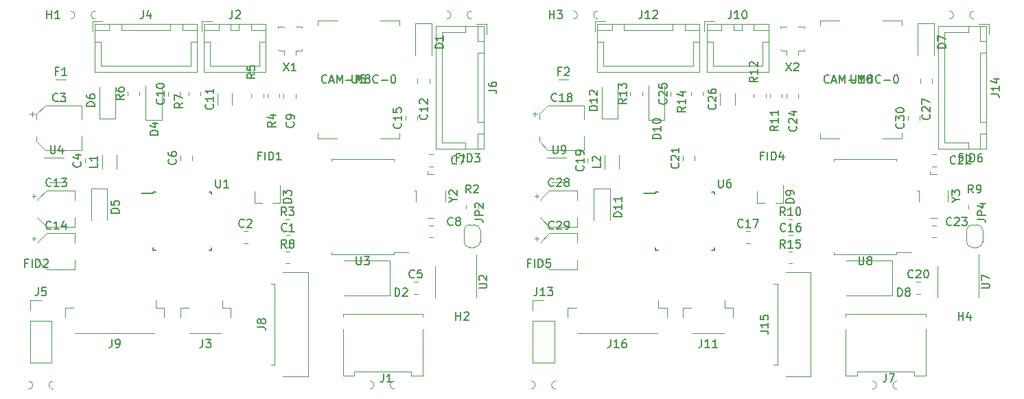
<source format=gbr>
%TF.GenerationSoftware,KiCad,Pcbnew,7.0.8*%
%TF.CreationDate,2023-12-11T19:12:45+01:00*%
%TF.ProjectId,SmartDisplay,536d6172-7444-4697-9370-6c61792e6b69,rev?*%
%TF.SameCoordinates,Original*%
%TF.FileFunction,Legend,Top*%
%TF.FilePolarity,Positive*%
%FSLAX46Y46*%
G04 Gerber Fmt 4.6, Leading zero omitted, Abs format (unit mm)*
G04 Created by KiCad (PCBNEW 7.0.8) date 2023-12-11 19:12:45*
%MOMM*%
%LPD*%
G01*
G04 APERTURE LIST*
%ADD10C,0.150000*%
%ADD11C,0.100000*%
%ADD12C,0.120000*%
G04 APERTURE END LIST*
D10*
X127940476Y-48568819D02*
X127940476Y-49283104D01*
X127940476Y-49283104D02*
X127892857Y-49425961D01*
X127892857Y-49425961D02*
X127797619Y-49521200D01*
X127797619Y-49521200D02*
X127654762Y-49568819D01*
X127654762Y-49568819D02*
X127559524Y-49568819D01*
X128940476Y-49568819D02*
X128369048Y-49568819D01*
X128654762Y-49568819D02*
X128654762Y-48568819D01*
X128654762Y-48568819D02*
X128559524Y-48711676D01*
X128559524Y-48711676D02*
X128464286Y-48806914D01*
X128464286Y-48806914D02*
X128369048Y-48854533D01*
X129321429Y-48664057D02*
X129369048Y-48616438D01*
X129369048Y-48616438D02*
X129464286Y-48568819D01*
X129464286Y-48568819D02*
X129702381Y-48568819D01*
X129702381Y-48568819D02*
X129797619Y-48616438D01*
X129797619Y-48616438D02*
X129845238Y-48664057D01*
X129845238Y-48664057D02*
X129892857Y-48759295D01*
X129892857Y-48759295D02*
X129892857Y-48854533D01*
X129892857Y-48854533D02*
X129845238Y-48997390D01*
X129845238Y-48997390D02*
X129273810Y-49568819D01*
X129273810Y-49568819D02*
X129892857Y-49568819D01*
X166619642Y-67429580D02*
X166572023Y-67477200D01*
X166572023Y-67477200D02*
X166429166Y-67524819D01*
X166429166Y-67524819D02*
X166333928Y-67524819D01*
X166333928Y-67524819D02*
X166191071Y-67477200D01*
X166191071Y-67477200D02*
X166095833Y-67381961D01*
X166095833Y-67381961D02*
X166048214Y-67286723D01*
X166048214Y-67286723D02*
X166000595Y-67096247D01*
X166000595Y-67096247D02*
X166000595Y-66953390D01*
X166000595Y-66953390D02*
X166048214Y-66762914D01*
X166048214Y-66762914D02*
X166095833Y-66667676D01*
X166095833Y-66667676D02*
X166191071Y-66572438D01*
X166191071Y-66572438D02*
X166333928Y-66524819D01*
X166333928Y-66524819D02*
X166429166Y-66524819D01*
X166429166Y-66524819D02*
X166572023Y-66572438D01*
X166572023Y-66572438D02*
X166619642Y-66620057D01*
X167000595Y-66620057D02*
X167048214Y-66572438D01*
X167048214Y-66572438D02*
X167143452Y-66524819D01*
X167143452Y-66524819D02*
X167381547Y-66524819D01*
X167381547Y-66524819D02*
X167476785Y-66572438D01*
X167476785Y-66572438D02*
X167524404Y-66620057D01*
X167524404Y-66620057D02*
X167572023Y-66715295D01*
X167572023Y-66715295D02*
X167572023Y-66810533D01*
X167572023Y-66810533D02*
X167524404Y-66953390D01*
X167524404Y-66953390D02*
X166952976Y-67524819D01*
X166952976Y-67524819D02*
X167572023Y-67524819D01*
X167952976Y-66620057D02*
X168000595Y-66572438D01*
X168000595Y-66572438D02*
X168095833Y-66524819D01*
X168095833Y-66524819D02*
X168333928Y-66524819D01*
X168333928Y-66524819D02*
X168429166Y-66572438D01*
X168429166Y-66572438D02*
X168476785Y-66620057D01*
X168476785Y-66620057D02*
X168524404Y-66715295D01*
X168524404Y-66715295D02*
X168524404Y-66810533D01*
X168524404Y-66810533D02*
X168476785Y-66953390D01*
X168476785Y-66953390D02*
X167905357Y-67524819D01*
X167905357Y-67524819D02*
X168524404Y-67524819D01*
X142534819Y-88129523D02*
X143249104Y-88129523D01*
X143249104Y-88129523D02*
X143391961Y-88177142D01*
X143391961Y-88177142D02*
X143487200Y-88272380D01*
X143487200Y-88272380D02*
X143534819Y-88415237D01*
X143534819Y-88415237D02*
X143534819Y-88510475D01*
X143534819Y-87129523D02*
X143534819Y-87700951D01*
X143534819Y-87415237D02*
X142534819Y-87415237D01*
X142534819Y-87415237D02*
X142677676Y-87510475D01*
X142677676Y-87510475D02*
X142772914Y-87605713D01*
X142772914Y-87605713D02*
X142820533Y-87700951D01*
X142534819Y-86224761D02*
X142534819Y-86700951D01*
X142534819Y-86700951D02*
X143011009Y-86748570D01*
X143011009Y-86748570D02*
X142963390Y-86700951D01*
X142963390Y-86700951D02*
X142915771Y-86605713D01*
X142915771Y-86605713D02*
X142915771Y-86367618D01*
X142915771Y-86367618D02*
X142963390Y-86272380D01*
X142963390Y-86272380D02*
X143011009Y-86224761D01*
X143011009Y-86224761D02*
X143106247Y-86177142D01*
X143106247Y-86177142D02*
X143344342Y-86177142D01*
X143344342Y-86177142D02*
X143439580Y-86224761D01*
X143439580Y-86224761D02*
X143487200Y-86272380D01*
X143487200Y-86272380D02*
X143534819Y-86367618D01*
X143534819Y-86367618D02*
X143534819Y-86605713D01*
X143534819Y-86605713D02*
X143487200Y-86700951D01*
X143487200Y-86700951D02*
X143439580Y-86748570D01*
X122804819Y-67424166D02*
X122804819Y-67900356D01*
X122804819Y-67900356D02*
X121804819Y-67900356D01*
X121900057Y-67138451D02*
X121852438Y-67090832D01*
X121852438Y-67090832D02*
X121804819Y-66995594D01*
X121804819Y-66995594D02*
X121804819Y-66757499D01*
X121804819Y-66757499D02*
X121852438Y-66662261D01*
X121852438Y-66662261D02*
X121900057Y-66614642D01*
X121900057Y-66614642D02*
X121995295Y-66567023D01*
X121995295Y-66567023D02*
X122090533Y-66567023D01*
X122090533Y-66567023D02*
X122233390Y-66614642D01*
X122233390Y-66614642D02*
X122804819Y-67186070D01*
X122804819Y-67186070D02*
X122804819Y-66567023D01*
X171004819Y-58879523D02*
X171719104Y-58879523D01*
X171719104Y-58879523D02*
X171861961Y-58927142D01*
X171861961Y-58927142D02*
X171957200Y-59022380D01*
X171957200Y-59022380D02*
X172004819Y-59165237D01*
X172004819Y-59165237D02*
X172004819Y-59260475D01*
X172004819Y-57879523D02*
X172004819Y-58450951D01*
X172004819Y-58165237D02*
X171004819Y-58165237D01*
X171004819Y-58165237D02*
X171147676Y-58260475D01*
X171147676Y-58260475D02*
X171242914Y-58355713D01*
X171242914Y-58355713D02*
X171290533Y-58450951D01*
X171338152Y-57022380D02*
X172004819Y-57022380D01*
X170957200Y-57260475D02*
X171671485Y-57498570D01*
X171671485Y-57498570D02*
X171671485Y-56879523D01*
X117057142Y-75479580D02*
X117009523Y-75527200D01*
X117009523Y-75527200D02*
X116866666Y-75574819D01*
X116866666Y-75574819D02*
X116771428Y-75574819D01*
X116771428Y-75574819D02*
X116628571Y-75527200D01*
X116628571Y-75527200D02*
X116533333Y-75431961D01*
X116533333Y-75431961D02*
X116485714Y-75336723D01*
X116485714Y-75336723D02*
X116438095Y-75146247D01*
X116438095Y-75146247D02*
X116438095Y-75003390D01*
X116438095Y-75003390D02*
X116485714Y-74812914D01*
X116485714Y-74812914D02*
X116533333Y-74717676D01*
X116533333Y-74717676D02*
X116628571Y-74622438D01*
X116628571Y-74622438D02*
X116771428Y-74574819D01*
X116771428Y-74574819D02*
X116866666Y-74574819D01*
X116866666Y-74574819D02*
X117009523Y-74622438D01*
X117009523Y-74622438D02*
X117057142Y-74670057D01*
X117438095Y-74670057D02*
X117485714Y-74622438D01*
X117485714Y-74622438D02*
X117580952Y-74574819D01*
X117580952Y-74574819D02*
X117819047Y-74574819D01*
X117819047Y-74574819D02*
X117914285Y-74622438D01*
X117914285Y-74622438D02*
X117961904Y-74670057D01*
X117961904Y-74670057D02*
X118009523Y-74765295D01*
X118009523Y-74765295D02*
X118009523Y-74860533D01*
X118009523Y-74860533D02*
X117961904Y-75003390D01*
X117961904Y-75003390D02*
X117390476Y-75574819D01*
X117390476Y-75574819D02*
X118009523Y-75574819D01*
X118485714Y-75574819D02*
X118676190Y-75574819D01*
X118676190Y-75574819D02*
X118771428Y-75527200D01*
X118771428Y-75527200D02*
X118819047Y-75479580D01*
X118819047Y-75479580D02*
X118914285Y-75336723D01*
X118914285Y-75336723D02*
X118961904Y-75146247D01*
X118961904Y-75146247D02*
X118961904Y-74765295D01*
X118961904Y-74765295D02*
X118914285Y-74670057D01*
X118914285Y-74670057D02*
X118866666Y-74622438D01*
X118866666Y-74622438D02*
X118771428Y-74574819D01*
X118771428Y-74574819D02*
X118580952Y-74574819D01*
X118580952Y-74574819D02*
X118485714Y-74622438D01*
X118485714Y-74622438D02*
X118438095Y-74670057D01*
X118438095Y-74670057D02*
X118390476Y-74765295D01*
X118390476Y-74765295D02*
X118390476Y-75003390D01*
X118390476Y-75003390D02*
X118438095Y-75098628D01*
X118438095Y-75098628D02*
X118485714Y-75146247D01*
X118485714Y-75146247D02*
X118580952Y-75193866D01*
X118580952Y-75193866D02*
X118771428Y-75193866D01*
X118771428Y-75193866D02*
X118866666Y-75146247D01*
X118866666Y-75146247D02*
X118914285Y-75098628D01*
X118914285Y-75098628D02*
X118961904Y-75003390D01*
X117057142Y-70189580D02*
X117009523Y-70237200D01*
X117009523Y-70237200D02*
X116866666Y-70284819D01*
X116866666Y-70284819D02*
X116771428Y-70284819D01*
X116771428Y-70284819D02*
X116628571Y-70237200D01*
X116628571Y-70237200D02*
X116533333Y-70141961D01*
X116533333Y-70141961D02*
X116485714Y-70046723D01*
X116485714Y-70046723D02*
X116438095Y-69856247D01*
X116438095Y-69856247D02*
X116438095Y-69713390D01*
X116438095Y-69713390D02*
X116485714Y-69522914D01*
X116485714Y-69522914D02*
X116533333Y-69427676D01*
X116533333Y-69427676D02*
X116628571Y-69332438D01*
X116628571Y-69332438D02*
X116771428Y-69284819D01*
X116771428Y-69284819D02*
X116866666Y-69284819D01*
X116866666Y-69284819D02*
X117009523Y-69332438D01*
X117009523Y-69332438D02*
X117057142Y-69380057D01*
X117438095Y-69380057D02*
X117485714Y-69332438D01*
X117485714Y-69332438D02*
X117580952Y-69284819D01*
X117580952Y-69284819D02*
X117819047Y-69284819D01*
X117819047Y-69284819D02*
X117914285Y-69332438D01*
X117914285Y-69332438D02*
X117961904Y-69380057D01*
X117961904Y-69380057D02*
X118009523Y-69475295D01*
X118009523Y-69475295D02*
X118009523Y-69570533D01*
X118009523Y-69570533D02*
X117961904Y-69713390D01*
X117961904Y-69713390D02*
X117390476Y-70284819D01*
X117390476Y-70284819D02*
X118009523Y-70284819D01*
X118580952Y-69713390D02*
X118485714Y-69665771D01*
X118485714Y-69665771D02*
X118438095Y-69618152D01*
X118438095Y-69618152D02*
X118390476Y-69522914D01*
X118390476Y-69522914D02*
X118390476Y-69475295D01*
X118390476Y-69475295D02*
X118438095Y-69380057D01*
X118438095Y-69380057D02*
X118485714Y-69332438D01*
X118485714Y-69332438D02*
X118580952Y-69284819D01*
X118580952Y-69284819D02*
X118771428Y-69284819D01*
X118771428Y-69284819D02*
X118866666Y-69332438D01*
X118866666Y-69332438D02*
X118914285Y-69380057D01*
X118914285Y-69380057D02*
X118961904Y-69475295D01*
X118961904Y-69475295D02*
X118961904Y-69522914D01*
X118961904Y-69522914D02*
X118914285Y-69618152D01*
X118914285Y-69618152D02*
X118866666Y-69665771D01*
X118866666Y-69665771D02*
X118771428Y-69713390D01*
X118771428Y-69713390D02*
X118580952Y-69713390D01*
X118580952Y-69713390D02*
X118485714Y-69761009D01*
X118485714Y-69761009D02*
X118438095Y-69808628D01*
X118438095Y-69808628D02*
X118390476Y-69903866D01*
X118390476Y-69903866D02*
X118390476Y-70094342D01*
X118390476Y-70094342D02*
X118438095Y-70189580D01*
X118438095Y-70189580D02*
X118485714Y-70237200D01*
X118485714Y-70237200D02*
X118580952Y-70284819D01*
X118580952Y-70284819D02*
X118771428Y-70284819D01*
X118771428Y-70284819D02*
X118866666Y-70237200D01*
X118866666Y-70237200D02*
X118914285Y-70189580D01*
X118914285Y-70189580D02*
X118961904Y-70094342D01*
X118961904Y-70094342D02*
X118961904Y-69903866D01*
X118961904Y-69903866D02*
X118914285Y-69808628D01*
X118914285Y-69808628D02*
X118866666Y-69761009D01*
X118866666Y-69761009D02*
X118771428Y-69713390D01*
X158071666Y-93445819D02*
X158071666Y-94160104D01*
X158071666Y-94160104D02*
X158024047Y-94302961D01*
X158024047Y-94302961D02*
X157928809Y-94398200D01*
X157928809Y-94398200D02*
X157785952Y-94445819D01*
X157785952Y-94445819D02*
X157690714Y-94445819D01*
X158452619Y-93445819D02*
X159119285Y-93445819D01*
X159119285Y-93445819D02*
X158690714Y-94445819D01*
X120679580Y-67750357D02*
X120727200Y-67797976D01*
X120727200Y-67797976D02*
X120774819Y-67940833D01*
X120774819Y-67940833D02*
X120774819Y-68036071D01*
X120774819Y-68036071D02*
X120727200Y-68178928D01*
X120727200Y-68178928D02*
X120631961Y-68274166D01*
X120631961Y-68274166D02*
X120536723Y-68321785D01*
X120536723Y-68321785D02*
X120346247Y-68369404D01*
X120346247Y-68369404D02*
X120203390Y-68369404D01*
X120203390Y-68369404D02*
X120012914Y-68321785D01*
X120012914Y-68321785D02*
X119917676Y-68274166D01*
X119917676Y-68274166D02*
X119822438Y-68178928D01*
X119822438Y-68178928D02*
X119774819Y-68036071D01*
X119774819Y-68036071D02*
X119774819Y-67940833D01*
X119774819Y-67940833D02*
X119822438Y-67797976D01*
X119822438Y-67797976D02*
X119870057Y-67750357D01*
X120774819Y-66797976D02*
X120774819Y-67369404D01*
X120774819Y-67083690D02*
X119774819Y-67083690D01*
X119774819Y-67083690D02*
X119917676Y-67178928D01*
X119917676Y-67178928D02*
X120012914Y-67274166D01*
X120012914Y-67274166D02*
X120060533Y-67369404D01*
X120774819Y-66321785D02*
X120774819Y-66131309D01*
X120774819Y-66131309D02*
X120727200Y-66036071D01*
X120727200Y-66036071D02*
X120679580Y-65988452D01*
X120679580Y-65988452D02*
X120536723Y-65893214D01*
X120536723Y-65893214D02*
X120346247Y-65845595D01*
X120346247Y-65845595D02*
X119965295Y-65845595D01*
X119965295Y-65845595D02*
X119870057Y-65893214D01*
X119870057Y-65893214D02*
X119822438Y-65940833D01*
X119822438Y-65940833D02*
X119774819Y-66036071D01*
X119774819Y-66036071D02*
X119774819Y-66226547D01*
X119774819Y-66226547D02*
X119822438Y-66321785D01*
X119822438Y-66321785D02*
X119870057Y-66369404D01*
X119870057Y-66369404D02*
X119965295Y-66417023D01*
X119965295Y-66417023D02*
X120203390Y-66417023D01*
X120203390Y-66417023D02*
X120298628Y-66369404D01*
X120298628Y-66369404D02*
X120346247Y-66321785D01*
X120346247Y-66321785D02*
X120393866Y-66226547D01*
X120393866Y-66226547D02*
X120393866Y-66036071D01*
X120393866Y-66036071D02*
X120346247Y-65940833D01*
X120346247Y-65940833D02*
X120298628Y-65893214D01*
X120298628Y-65893214D02*
X120203390Y-65845595D01*
X117407142Y-59689580D02*
X117359523Y-59737200D01*
X117359523Y-59737200D02*
X117216666Y-59784819D01*
X117216666Y-59784819D02*
X117121428Y-59784819D01*
X117121428Y-59784819D02*
X116978571Y-59737200D01*
X116978571Y-59737200D02*
X116883333Y-59641961D01*
X116883333Y-59641961D02*
X116835714Y-59546723D01*
X116835714Y-59546723D02*
X116788095Y-59356247D01*
X116788095Y-59356247D02*
X116788095Y-59213390D01*
X116788095Y-59213390D02*
X116835714Y-59022914D01*
X116835714Y-59022914D02*
X116883333Y-58927676D01*
X116883333Y-58927676D02*
X116978571Y-58832438D01*
X116978571Y-58832438D02*
X117121428Y-58784819D01*
X117121428Y-58784819D02*
X117216666Y-58784819D01*
X117216666Y-58784819D02*
X117359523Y-58832438D01*
X117359523Y-58832438D02*
X117407142Y-58880057D01*
X118359523Y-59784819D02*
X117788095Y-59784819D01*
X118073809Y-59784819D02*
X118073809Y-58784819D01*
X118073809Y-58784819D02*
X117978571Y-58927676D01*
X117978571Y-58927676D02*
X117883333Y-59022914D01*
X117883333Y-59022914D02*
X117788095Y-59070533D01*
X118930952Y-59213390D02*
X118835714Y-59165771D01*
X118835714Y-59165771D02*
X118788095Y-59118152D01*
X118788095Y-59118152D02*
X118740476Y-59022914D01*
X118740476Y-59022914D02*
X118740476Y-58975295D01*
X118740476Y-58975295D02*
X118788095Y-58880057D01*
X118788095Y-58880057D02*
X118835714Y-58832438D01*
X118835714Y-58832438D02*
X118930952Y-58784819D01*
X118930952Y-58784819D02*
X119121428Y-58784819D01*
X119121428Y-58784819D02*
X119216666Y-58832438D01*
X119216666Y-58832438D02*
X119264285Y-58880057D01*
X119264285Y-58880057D02*
X119311904Y-58975295D01*
X119311904Y-58975295D02*
X119311904Y-59022914D01*
X119311904Y-59022914D02*
X119264285Y-59118152D01*
X119264285Y-59118152D02*
X119216666Y-59165771D01*
X119216666Y-59165771D02*
X119121428Y-59213390D01*
X119121428Y-59213390D02*
X118930952Y-59213390D01*
X118930952Y-59213390D02*
X118835714Y-59261009D01*
X118835714Y-59261009D02*
X118788095Y-59308628D01*
X118788095Y-59308628D02*
X118740476Y-59403866D01*
X118740476Y-59403866D02*
X118740476Y-59594342D01*
X118740476Y-59594342D02*
X118788095Y-59689580D01*
X118788095Y-59689580D02*
X118835714Y-59737200D01*
X118835714Y-59737200D02*
X118930952Y-59784819D01*
X118930952Y-59784819D02*
X119121428Y-59784819D01*
X119121428Y-59784819D02*
X119216666Y-59737200D01*
X119216666Y-59737200D02*
X119264285Y-59689580D01*
X119264285Y-59689580D02*
X119311904Y-59594342D01*
X119311904Y-59594342D02*
X119311904Y-59403866D01*
X119311904Y-59403866D02*
X119264285Y-59308628D01*
X119264285Y-59308628D02*
X119216666Y-59261009D01*
X119216666Y-59261009D02*
X119121428Y-59213390D01*
X167428571Y-66751009D02*
X167095238Y-66751009D01*
X167095238Y-67274819D02*
X167095238Y-66274819D01*
X167095238Y-66274819D02*
X167571428Y-66274819D01*
X167952381Y-67274819D02*
X167952381Y-66274819D01*
X168428571Y-67274819D02*
X168428571Y-66274819D01*
X168428571Y-66274819D02*
X168666666Y-66274819D01*
X168666666Y-66274819D02*
X168809523Y-66322438D01*
X168809523Y-66322438D02*
X168904761Y-66417676D01*
X168904761Y-66417676D02*
X168952380Y-66512914D01*
X168952380Y-66512914D02*
X168999999Y-66703390D01*
X168999999Y-66703390D02*
X168999999Y-66846247D01*
X168999999Y-66846247D02*
X168952380Y-67036723D01*
X168952380Y-67036723D02*
X168904761Y-67131961D01*
X168904761Y-67131961D02*
X168809523Y-67227200D01*
X168809523Y-67227200D02*
X168666666Y-67274819D01*
X168666666Y-67274819D02*
X168428571Y-67274819D01*
X169857142Y-66274819D02*
X169666666Y-66274819D01*
X169666666Y-66274819D02*
X169571428Y-66322438D01*
X169571428Y-66322438D02*
X169523809Y-66370057D01*
X169523809Y-66370057D02*
X169428571Y-66512914D01*
X169428571Y-66512914D02*
X169380952Y-66703390D01*
X169380952Y-66703390D02*
X169380952Y-67084342D01*
X169380952Y-67084342D02*
X169428571Y-67179580D01*
X169428571Y-67179580D02*
X169476190Y-67227200D01*
X169476190Y-67227200D02*
X169571428Y-67274819D01*
X169571428Y-67274819D02*
X169761904Y-67274819D01*
X169761904Y-67274819D02*
X169857142Y-67227200D01*
X169857142Y-67227200D02*
X169904761Y-67179580D01*
X169904761Y-67179580D02*
X169952380Y-67084342D01*
X169952380Y-67084342D02*
X169952380Y-66846247D01*
X169952380Y-66846247D02*
X169904761Y-66751009D01*
X169904761Y-66751009D02*
X169857142Y-66703390D01*
X169857142Y-66703390D02*
X169761904Y-66655771D01*
X169761904Y-66655771D02*
X169571428Y-66655771D01*
X169571428Y-66655771D02*
X169476190Y-66703390D01*
X169476190Y-66703390D02*
X169428571Y-66751009D01*
X169428571Y-66751009D02*
X169380952Y-66846247D01*
X114178571Y-79751009D02*
X113845238Y-79751009D01*
X113845238Y-80274819D02*
X113845238Y-79274819D01*
X113845238Y-79274819D02*
X114321428Y-79274819D01*
X114702381Y-80274819D02*
X114702381Y-79274819D01*
X115178571Y-80274819D02*
X115178571Y-79274819D01*
X115178571Y-79274819D02*
X115416666Y-79274819D01*
X115416666Y-79274819D02*
X115559523Y-79322438D01*
X115559523Y-79322438D02*
X115654761Y-79417676D01*
X115654761Y-79417676D02*
X115702380Y-79512914D01*
X115702380Y-79512914D02*
X115749999Y-79703390D01*
X115749999Y-79703390D02*
X115749999Y-79846247D01*
X115749999Y-79846247D02*
X115702380Y-80036723D01*
X115702380Y-80036723D02*
X115654761Y-80131961D01*
X115654761Y-80131961D02*
X115559523Y-80227200D01*
X115559523Y-80227200D02*
X115416666Y-80274819D01*
X115416666Y-80274819D02*
X115178571Y-80274819D01*
X116654761Y-79274819D02*
X116178571Y-79274819D01*
X116178571Y-79274819D02*
X116130952Y-79751009D01*
X116130952Y-79751009D02*
X116178571Y-79703390D01*
X116178571Y-79703390D02*
X116273809Y-79655771D01*
X116273809Y-79655771D02*
X116511904Y-79655771D01*
X116511904Y-79655771D02*
X116607142Y-79703390D01*
X116607142Y-79703390D02*
X116654761Y-79751009D01*
X116654761Y-79751009D02*
X116702380Y-79846247D01*
X116702380Y-79846247D02*
X116702380Y-80084342D01*
X116702380Y-80084342D02*
X116654761Y-80179580D01*
X116654761Y-80179580D02*
X116607142Y-80227200D01*
X116607142Y-80227200D02*
X116511904Y-80274819D01*
X116511904Y-80274819D02*
X116273809Y-80274819D01*
X116273809Y-80274819D02*
X116178571Y-80227200D01*
X116178571Y-80227200D02*
X116130952Y-80179580D01*
X117929166Y-56081009D02*
X117595833Y-56081009D01*
X117595833Y-56604819D02*
X117595833Y-55604819D01*
X117595833Y-55604819D02*
X118072023Y-55604819D01*
X118405357Y-55700057D02*
X118452976Y-55652438D01*
X118452976Y-55652438D02*
X118548214Y-55604819D01*
X118548214Y-55604819D02*
X118786309Y-55604819D01*
X118786309Y-55604819D02*
X118881547Y-55652438D01*
X118881547Y-55652438D02*
X118929166Y-55700057D01*
X118929166Y-55700057D02*
X118976785Y-55795295D01*
X118976785Y-55795295D02*
X118976785Y-55890533D01*
X118976785Y-55890533D02*
X118929166Y-56033390D01*
X118929166Y-56033390D02*
X118357738Y-56604819D01*
X118357738Y-56604819D02*
X118976785Y-56604819D01*
X133304819Y-60462857D02*
X132828628Y-60796190D01*
X133304819Y-61034285D02*
X132304819Y-61034285D01*
X132304819Y-61034285D02*
X132304819Y-60653333D01*
X132304819Y-60653333D02*
X132352438Y-60558095D01*
X132352438Y-60558095D02*
X132400057Y-60510476D01*
X132400057Y-60510476D02*
X132495295Y-60462857D01*
X132495295Y-60462857D02*
X132638152Y-60462857D01*
X132638152Y-60462857D02*
X132733390Y-60510476D01*
X132733390Y-60510476D02*
X132781009Y-60558095D01*
X132781009Y-60558095D02*
X132828628Y-60653333D01*
X132828628Y-60653333D02*
X132828628Y-61034285D01*
X133304819Y-59510476D02*
X133304819Y-60081904D01*
X133304819Y-59796190D02*
X132304819Y-59796190D01*
X132304819Y-59796190D02*
X132447676Y-59891428D01*
X132447676Y-59891428D02*
X132542914Y-59986666D01*
X132542914Y-59986666D02*
X132590533Y-60081904D01*
X132638152Y-58653333D02*
X133304819Y-58653333D01*
X132257200Y-58891428D02*
X132971485Y-59129523D01*
X132971485Y-59129523D02*
X132971485Y-58510476D01*
X126054819Y-59462857D02*
X125578628Y-59796190D01*
X126054819Y-60034285D02*
X125054819Y-60034285D01*
X125054819Y-60034285D02*
X125054819Y-59653333D01*
X125054819Y-59653333D02*
X125102438Y-59558095D01*
X125102438Y-59558095D02*
X125150057Y-59510476D01*
X125150057Y-59510476D02*
X125245295Y-59462857D01*
X125245295Y-59462857D02*
X125388152Y-59462857D01*
X125388152Y-59462857D02*
X125483390Y-59510476D01*
X125483390Y-59510476D02*
X125531009Y-59558095D01*
X125531009Y-59558095D02*
X125578628Y-59653333D01*
X125578628Y-59653333D02*
X125578628Y-60034285D01*
X126054819Y-58510476D02*
X126054819Y-59081904D01*
X126054819Y-58796190D02*
X125054819Y-58796190D01*
X125054819Y-58796190D02*
X125197676Y-58891428D01*
X125197676Y-58891428D02*
X125292914Y-58986666D01*
X125292914Y-58986666D02*
X125340533Y-59081904D01*
X125054819Y-58177142D02*
X125054819Y-57558095D01*
X125054819Y-57558095D02*
X125435771Y-57891428D01*
X125435771Y-57891428D02*
X125435771Y-57748571D01*
X125435771Y-57748571D02*
X125483390Y-57653333D01*
X125483390Y-57653333D02*
X125531009Y-57605714D01*
X125531009Y-57605714D02*
X125626247Y-57558095D01*
X125626247Y-57558095D02*
X125864342Y-57558095D01*
X125864342Y-57558095D02*
X125959580Y-57605714D01*
X125959580Y-57605714D02*
X126007200Y-57653333D01*
X126007200Y-57653333D02*
X126054819Y-57748571D01*
X126054819Y-57748571D02*
X126054819Y-58034285D01*
X126054819Y-58034285D02*
X126007200Y-58129523D01*
X126007200Y-58129523D02*
X125959580Y-58177142D01*
X142209819Y-56807857D02*
X141733628Y-57141190D01*
X142209819Y-57379285D02*
X141209819Y-57379285D01*
X141209819Y-57379285D02*
X141209819Y-56998333D01*
X141209819Y-56998333D02*
X141257438Y-56903095D01*
X141257438Y-56903095D02*
X141305057Y-56855476D01*
X141305057Y-56855476D02*
X141400295Y-56807857D01*
X141400295Y-56807857D02*
X141543152Y-56807857D01*
X141543152Y-56807857D02*
X141638390Y-56855476D01*
X141638390Y-56855476D02*
X141686009Y-56903095D01*
X141686009Y-56903095D02*
X141733628Y-56998333D01*
X141733628Y-56998333D02*
X141733628Y-57379285D01*
X142209819Y-55855476D02*
X142209819Y-56426904D01*
X142209819Y-56141190D02*
X141209819Y-56141190D01*
X141209819Y-56141190D02*
X141352676Y-56236428D01*
X141352676Y-56236428D02*
X141447914Y-56331666D01*
X141447914Y-56331666D02*
X141495533Y-56426904D01*
X141305057Y-55474523D02*
X141257438Y-55426904D01*
X141257438Y-55426904D02*
X141209819Y-55331666D01*
X141209819Y-55331666D02*
X141209819Y-55093571D01*
X141209819Y-55093571D02*
X141257438Y-54998333D01*
X141257438Y-54998333D02*
X141305057Y-54950714D01*
X141305057Y-54950714D02*
X141400295Y-54903095D01*
X141400295Y-54903095D02*
X141495533Y-54903095D01*
X141495533Y-54903095D02*
X141638390Y-54950714D01*
X141638390Y-54950714D02*
X142209819Y-55522142D01*
X142209819Y-55522142D02*
X142209819Y-54903095D01*
X132429580Y-67425357D02*
X132477200Y-67472976D01*
X132477200Y-67472976D02*
X132524819Y-67615833D01*
X132524819Y-67615833D02*
X132524819Y-67711071D01*
X132524819Y-67711071D02*
X132477200Y-67853928D01*
X132477200Y-67853928D02*
X132381961Y-67949166D01*
X132381961Y-67949166D02*
X132286723Y-67996785D01*
X132286723Y-67996785D02*
X132096247Y-68044404D01*
X132096247Y-68044404D02*
X131953390Y-68044404D01*
X131953390Y-68044404D02*
X131762914Y-67996785D01*
X131762914Y-67996785D02*
X131667676Y-67949166D01*
X131667676Y-67949166D02*
X131572438Y-67853928D01*
X131572438Y-67853928D02*
X131524819Y-67711071D01*
X131524819Y-67711071D02*
X131524819Y-67615833D01*
X131524819Y-67615833D02*
X131572438Y-67472976D01*
X131572438Y-67472976D02*
X131620057Y-67425357D01*
X131620057Y-67044404D02*
X131572438Y-66996785D01*
X131572438Y-66996785D02*
X131524819Y-66901547D01*
X131524819Y-66901547D02*
X131524819Y-66663452D01*
X131524819Y-66663452D02*
X131572438Y-66568214D01*
X131572438Y-66568214D02*
X131620057Y-66520595D01*
X131620057Y-66520595D02*
X131715295Y-66472976D01*
X131715295Y-66472976D02*
X131810533Y-66472976D01*
X131810533Y-66472976D02*
X131953390Y-66520595D01*
X131953390Y-66520595D02*
X132524819Y-67092023D01*
X132524819Y-67092023D02*
X132524819Y-66472976D01*
X132524819Y-65520595D02*
X132524819Y-66092023D01*
X132524819Y-65806309D02*
X131524819Y-65806309D01*
X131524819Y-65806309D02*
X131667676Y-65901547D01*
X131667676Y-65901547D02*
X131762914Y-65996785D01*
X131762914Y-65996785D02*
X131810533Y-66092023D01*
X130929580Y-59487857D02*
X130977200Y-59535476D01*
X130977200Y-59535476D02*
X131024819Y-59678333D01*
X131024819Y-59678333D02*
X131024819Y-59773571D01*
X131024819Y-59773571D02*
X130977200Y-59916428D01*
X130977200Y-59916428D02*
X130881961Y-60011666D01*
X130881961Y-60011666D02*
X130786723Y-60059285D01*
X130786723Y-60059285D02*
X130596247Y-60106904D01*
X130596247Y-60106904D02*
X130453390Y-60106904D01*
X130453390Y-60106904D02*
X130262914Y-60059285D01*
X130262914Y-60059285D02*
X130167676Y-60011666D01*
X130167676Y-60011666D02*
X130072438Y-59916428D01*
X130072438Y-59916428D02*
X130024819Y-59773571D01*
X130024819Y-59773571D02*
X130024819Y-59678333D01*
X130024819Y-59678333D02*
X130072438Y-59535476D01*
X130072438Y-59535476D02*
X130120057Y-59487857D01*
X130120057Y-59106904D02*
X130072438Y-59059285D01*
X130072438Y-59059285D02*
X130024819Y-58964047D01*
X130024819Y-58964047D02*
X130024819Y-58725952D01*
X130024819Y-58725952D02*
X130072438Y-58630714D01*
X130072438Y-58630714D02*
X130120057Y-58583095D01*
X130120057Y-58583095D02*
X130215295Y-58535476D01*
X130215295Y-58535476D02*
X130310533Y-58535476D01*
X130310533Y-58535476D02*
X130453390Y-58583095D01*
X130453390Y-58583095D02*
X131024819Y-59154523D01*
X131024819Y-59154523D02*
X131024819Y-58535476D01*
X130024819Y-57630714D02*
X130024819Y-58106904D01*
X130024819Y-58106904D02*
X130501009Y-58154523D01*
X130501009Y-58154523D02*
X130453390Y-58106904D01*
X130453390Y-58106904D02*
X130405771Y-58011666D01*
X130405771Y-58011666D02*
X130405771Y-57773571D01*
X130405771Y-57773571D02*
X130453390Y-57678333D01*
X130453390Y-57678333D02*
X130501009Y-57630714D01*
X130501009Y-57630714D02*
X130596247Y-57583095D01*
X130596247Y-57583095D02*
X130834342Y-57583095D01*
X130834342Y-57583095D02*
X130929580Y-57630714D01*
X130929580Y-57630714D02*
X130977200Y-57678333D01*
X130977200Y-57678333D02*
X131024819Y-57773571D01*
X131024819Y-57773571D02*
X131024819Y-58011666D01*
X131024819Y-58011666D02*
X130977200Y-58106904D01*
X130977200Y-58106904D02*
X130929580Y-58154523D01*
X130262819Y-64408285D02*
X129262819Y-64408285D01*
X129262819Y-64408285D02*
X129262819Y-64170190D01*
X129262819Y-64170190D02*
X129310438Y-64027333D01*
X129310438Y-64027333D02*
X129405676Y-63932095D01*
X129405676Y-63932095D02*
X129500914Y-63884476D01*
X129500914Y-63884476D02*
X129691390Y-63836857D01*
X129691390Y-63836857D02*
X129834247Y-63836857D01*
X129834247Y-63836857D02*
X130024723Y-63884476D01*
X130024723Y-63884476D02*
X130119961Y-63932095D01*
X130119961Y-63932095D02*
X130215200Y-64027333D01*
X130215200Y-64027333D02*
X130262819Y-64170190D01*
X130262819Y-64170190D02*
X130262819Y-64408285D01*
X130262819Y-62884476D02*
X130262819Y-63455904D01*
X130262819Y-63170190D02*
X129262819Y-63170190D01*
X129262819Y-63170190D02*
X129405676Y-63265428D01*
X129405676Y-63265428D02*
X129500914Y-63360666D01*
X129500914Y-63360666D02*
X129548533Y-63455904D01*
X129262819Y-62265428D02*
X129262819Y-62170190D01*
X129262819Y-62170190D02*
X129310438Y-62074952D01*
X129310438Y-62074952D02*
X129358057Y-62027333D01*
X129358057Y-62027333D02*
X129453295Y-61979714D01*
X129453295Y-61979714D02*
X129643771Y-61932095D01*
X129643771Y-61932095D02*
X129881866Y-61932095D01*
X129881866Y-61932095D02*
X130072342Y-61979714D01*
X130072342Y-61979714D02*
X130167580Y-62027333D01*
X130167580Y-62027333D02*
X130215200Y-62074952D01*
X130215200Y-62074952D02*
X130262819Y-62170190D01*
X130262819Y-62170190D02*
X130262819Y-62265428D01*
X130262819Y-62265428D02*
X130215200Y-62360666D01*
X130215200Y-62360666D02*
X130167580Y-62408285D01*
X130167580Y-62408285D02*
X130072342Y-62455904D01*
X130072342Y-62455904D02*
X129881866Y-62503523D01*
X129881866Y-62503523D02*
X129643771Y-62503523D01*
X129643771Y-62503523D02*
X129453295Y-62455904D01*
X129453295Y-62455904D02*
X129358057Y-62408285D01*
X129358057Y-62408285D02*
X129310438Y-62360666D01*
X129310438Y-62360666D02*
X129262819Y-62265428D01*
X145607142Y-73874819D02*
X145273809Y-73398628D01*
X145035714Y-73874819D02*
X145035714Y-72874819D01*
X145035714Y-72874819D02*
X145416666Y-72874819D01*
X145416666Y-72874819D02*
X145511904Y-72922438D01*
X145511904Y-72922438D02*
X145559523Y-72970057D01*
X145559523Y-72970057D02*
X145607142Y-73065295D01*
X145607142Y-73065295D02*
X145607142Y-73208152D01*
X145607142Y-73208152D02*
X145559523Y-73303390D01*
X145559523Y-73303390D02*
X145511904Y-73351009D01*
X145511904Y-73351009D02*
X145416666Y-73398628D01*
X145416666Y-73398628D02*
X145035714Y-73398628D01*
X146559523Y-73874819D02*
X145988095Y-73874819D01*
X146273809Y-73874819D02*
X146273809Y-72874819D01*
X146273809Y-72874819D02*
X146178571Y-73017676D01*
X146178571Y-73017676D02*
X146083333Y-73112914D01*
X146083333Y-73112914D02*
X145988095Y-73160533D01*
X147178571Y-72874819D02*
X147273809Y-72874819D01*
X147273809Y-72874819D02*
X147369047Y-72922438D01*
X147369047Y-72922438D02*
X147416666Y-72970057D01*
X147416666Y-72970057D02*
X147464285Y-73065295D01*
X147464285Y-73065295D02*
X147511904Y-73255771D01*
X147511904Y-73255771D02*
X147511904Y-73493866D01*
X147511904Y-73493866D02*
X147464285Y-73684342D01*
X147464285Y-73684342D02*
X147416666Y-73779580D01*
X147416666Y-73779580D02*
X147369047Y-73827200D01*
X147369047Y-73827200D02*
X147273809Y-73874819D01*
X147273809Y-73874819D02*
X147178571Y-73874819D01*
X147178571Y-73874819D02*
X147083333Y-73827200D01*
X147083333Y-73827200D02*
X147035714Y-73779580D01*
X147035714Y-73779580D02*
X146988095Y-73684342D01*
X146988095Y-73684342D02*
X146940476Y-73493866D01*
X146940476Y-73493866D02*
X146940476Y-73255771D01*
X146940476Y-73255771D02*
X146988095Y-73065295D01*
X146988095Y-73065295D02*
X147035714Y-72970057D01*
X147035714Y-72970057D02*
X147083333Y-72922438D01*
X147083333Y-72922438D02*
X147178571Y-72874819D01*
X145607142Y-77874819D02*
X145273809Y-77398628D01*
X145035714Y-77874819D02*
X145035714Y-76874819D01*
X145035714Y-76874819D02*
X145416666Y-76874819D01*
X145416666Y-76874819D02*
X145511904Y-76922438D01*
X145511904Y-76922438D02*
X145559523Y-76970057D01*
X145559523Y-76970057D02*
X145607142Y-77065295D01*
X145607142Y-77065295D02*
X145607142Y-77208152D01*
X145607142Y-77208152D02*
X145559523Y-77303390D01*
X145559523Y-77303390D02*
X145511904Y-77351009D01*
X145511904Y-77351009D02*
X145416666Y-77398628D01*
X145416666Y-77398628D02*
X145035714Y-77398628D01*
X146559523Y-77874819D02*
X145988095Y-77874819D01*
X146273809Y-77874819D02*
X146273809Y-76874819D01*
X146273809Y-76874819D02*
X146178571Y-77017676D01*
X146178571Y-77017676D02*
X146083333Y-77112914D01*
X146083333Y-77112914D02*
X145988095Y-77160533D01*
X147464285Y-76874819D02*
X146988095Y-76874819D01*
X146988095Y-76874819D02*
X146940476Y-77351009D01*
X146940476Y-77351009D02*
X146988095Y-77303390D01*
X146988095Y-77303390D02*
X147083333Y-77255771D01*
X147083333Y-77255771D02*
X147321428Y-77255771D01*
X147321428Y-77255771D02*
X147416666Y-77303390D01*
X147416666Y-77303390D02*
X147464285Y-77351009D01*
X147464285Y-77351009D02*
X147511904Y-77446247D01*
X147511904Y-77446247D02*
X147511904Y-77684342D01*
X147511904Y-77684342D02*
X147464285Y-77779580D01*
X147464285Y-77779580D02*
X147416666Y-77827200D01*
X147416666Y-77827200D02*
X147321428Y-77874819D01*
X147321428Y-77874819D02*
X147083333Y-77874819D01*
X147083333Y-77874819D02*
X146988095Y-77827200D01*
X146988095Y-77827200D02*
X146940476Y-77779580D01*
X163404580Y-61406357D02*
X163452200Y-61453976D01*
X163452200Y-61453976D02*
X163499819Y-61596833D01*
X163499819Y-61596833D02*
X163499819Y-61692071D01*
X163499819Y-61692071D02*
X163452200Y-61834928D01*
X163452200Y-61834928D02*
X163356961Y-61930166D01*
X163356961Y-61930166D02*
X163261723Y-61977785D01*
X163261723Y-61977785D02*
X163071247Y-62025404D01*
X163071247Y-62025404D02*
X162928390Y-62025404D01*
X162928390Y-62025404D02*
X162737914Y-61977785D01*
X162737914Y-61977785D02*
X162642676Y-61930166D01*
X162642676Y-61930166D02*
X162547438Y-61834928D01*
X162547438Y-61834928D02*
X162499819Y-61692071D01*
X162499819Y-61692071D02*
X162499819Y-61596833D01*
X162499819Y-61596833D02*
X162547438Y-61453976D01*
X162547438Y-61453976D02*
X162595057Y-61406357D01*
X162595057Y-61025404D02*
X162547438Y-60977785D01*
X162547438Y-60977785D02*
X162499819Y-60882547D01*
X162499819Y-60882547D02*
X162499819Y-60644452D01*
X162499819Y-60644452D02*
X162547438Y-60549214D01*
X162547438Y-60549214D02*
X162595057Y-60501595D01*
X162595057Y-60501595D02*
X162690295Y-60453976D01*
X162690295Y-60453976D02*
X162785533Y-60453976D01*
X162785533Y-60453976D02*
X162928390Y-60501595D01*
X162928390Y-60501595D02*
X163499819Y-61073023D01*
X163499819Y-61073023D02*
X163499819Y-60453976D01*
X162499819Y-60120642D02*
X162499819Y-59453976D01*
X162499819Y-59453976D02*
X163499819Y-59882547D01*
X154738095Y-78974819D02*
X154738095Y-79784342D01*
X154738095Y-79784342D02*
X154785714Y-79879580D01*
X154785714Y-79879580D02*
X154833333Y-79927200D01*
X154833333Y-79927200D02*
X154928571Y-79974819D01*
X154928571Y-79974819D02*
X155119047Y-79974819D01*
X155119047Y-79974819D02*
X155214285Y-79927200D01*
X155214285Y-79927200D02*
X155261904Y-79879580D01*
X155261904Y-79879580D02*
X155309523Y-79784342D01*
X155309523Y-79784342D02*
X155309523Y-78974819D01*
X155928571Y-79403390D02*
X155833333Y-79355771D01*
X155833333Y-79355771D02*
X155785714Y-79308152D01*
X155785714Y-79308152D02*
X155738095Y-79212914D01*
X155738095Y-79212914D02*
X155738095Y-79165295D01*
X155738095Y-79165295D02*
X155785714Y-79070057D01*
X155785714Y-79070057D02*
X155833333Y-79022438D01*
X155833333Y-79022438D02*
X155928571Y-78974819D01*
X155928571Y-78974819D02*
X156119047Y-78974819D01*
X156119047Y-78974819D02*
X156214285Y-79022438D01*
X156214285Y-79022438D02*
X156261904Y-79070057D01*
X156261904Y-79070057D02*
X156309523Y-79165295D01*
X156309523Y-79165295D02*
X156309523Y-79212914D01*
X156309523Y-79212914D02*
X156261904Y-79308152D01*
X156261904Y-79308152D02*
X156214285Y-79355771D01*
X156214285Y-79355771D02*
X156119047Y-79403390D01*
X156119047Y-79403390D02*
X155928571Y-79403390D01*
X155928571Y-79403390D02*
X155833333Y-79451009D01*
X155833333Y-79451009D02*
X155785714Y-79498628D01*
X155785714Y-79498628D02*
X155738095Y-79593866D01*
X155738095Y-79593866D02*
X155738095Y-79784342D01*
X155738095Y-79784342D02*
X155785714Y-79879580D01*
X155785714Y-79879580D02*
X155833333Y-79927200D01*
X155833333Y-79927200D02*
X155928571Y-79974819D01*
X155928571Y-79974819D02*
X156119047Y-79974819D01*
X156119047Y-79974819D02*
X156214285Y-79927200D01*
X156214285Y-79927200D02*
X156261904Y-79879580D01*
X156261904Y-79879580D02*
X156309523Y-79784342D01*
X156309523Y-79784342D02*
X156309523Y-79593866D01*
X156309523Y-79593866D02*
X156261904Y-79498628D01*
X156261904Y-79498628D02*
X156214285Y-79451009D01*
X156214285Y-79451009D02*
X156119047Y-79403390D01*
X144764819Y-62807857D02*
X144288628Y-63141190D01*
X144764819Y-63379285D02*
X143764819Y-63379285D01*
X143764819Y-63379285D02*
X143764819Y-62998333D01*
X143764819Y-62998333D02*
X143812438Y-62903095D01*
X143812438Y-62903095D02*
X143860057Y-62855476D01*
X143860057Y-62855476D02*
X143955295Y-62807857D01*
X143955295Y-62807857D02*
X144098152Y-62807857D01*
X144098152Y-62807857D02*
X144193390Y-62855476D01*
X144193390Y-62855476D02*
X144241009Y-62903095D01*
X144241009Y-62903095D02*
X144288628Y-62998333D01*
X144288628Y-62998333D02*
X144288628Y-63379285D01*
X144764819Y-61855476D02*
X144764819Y-62426904D01*
X144764819Y-62141190D02*
X143764819Y-62141190D01*
X143764819Y-62141190D02*
X143907676Y-62236428D01*
X143907676Y-62236428D02*
X144002914Y-62331666D01*
X144002914Y-62331666D02*
X144050533Y-62426904D01*
X144764819Y-60903095D02*
X144764819Y-61474523D01*
X144764819Y-61188809D02*
X143764819Y-61188809D01*
X143764819Y-61188809D02*
X143907676Y-61284047D01*
X143907676Y-61284047D02*
X144002914Y-61379285D01*
X144002914Y-61379285D02*
X144050533Y-61474523D01*
X138940476Y-48568819D02*
X138940476Y-49283104D01*
X138940476Y-49283104D02*
X138892857Y-49425961D01*
X138892857Y-49425961D02*
X138797619Y-49521200D01*
X138797619Y-49521200D02*
X138654762Y-49568819D01*
X138654762Y-49568819D02*
X138559524Y-49568819D01*
X139940476Y-49568819D02*
X139369048Y-49568819D01*
X139654762Y-49568819D02*
X139654762Y-48568819D01*
X139654762Y-48568819D02*
X139559524Y-48711676D01*
X139559524Y-48711676D02*
X139464286Y-48806914D01*
X139464286Y-48806914D02*
X139369048Y-48854533D01*
X140559524Y-48568819D02*
X140654762Y-48568819D01*
X140654762Y-48568819D02*
X140750000Y-48616438D01*
X140750000Y-48616438D02*
X140797619Y-48664057D01*
X140797619Y-48664057D02*
X140845238Y-48759295D01*
X140845238Y-48759295D02*
X140892857Y-48949771D01*
X140892857Y-48949771D02*
X140892857Y-49187866D01*
X140892857Y-49187866D02*
X140845238Y-49378342D01*
X140845238Y-49378342D02*
X140797619Y-49473580D01*
X140797619Y-49473580D02*
X140750000Y-49521200D01*
X140750000Y-49521200D02*
X140654762Y-49568819D01*
X140654762Y-49568819D02*
X140559524Y-49568819D01*
X140559524Y-49568819D02*
X140464286Y-49521200D01*
X140464286Y-49521200D02*
X140416667Y-49473580D01*
X140416667Y-49473580D02*
X140369048Y-49378342D01*
X140369048Y-49378342D02*
X140321429Y-49187866D01*
X140321429Y-49187866D02*
X140321429Y-48949771D01*
X140321429Y-48949771D02*
X140369048Y-48759295D01*
X140369048Y-48759295D02*
X140416667Y-48664057D01*
X140416667Y-48664057D02*
X140464286Y-48616438D01*
X140464286Y-48616438D02*
X140559524Y-48568819D01*
X137388095Y-69424819D02*
X137388095Y-70234342D01*
X137388095Y-70234342D02*
X137435714Y-70329580D01*
X137435714Y-70329580D02*
X137483333Y-70377200D01*
X137483333Y-70377200D02*
X137578571Y-70424819D01*
X137578571Y-70424819D02*
X137769047Y-70424819D01*
X137769047Y-70424819D02*
X137864285Y-70377200D01*
X137864285Y-70377200D02*
X137911904Y-70329580D01*
X137911904Y-70329580D02*
X137959523Y-70234342D01*
X137959523Y-70234342D02*
X137959523Y-69424819D01*
X138864285Y-69424819D02*
X138673809Y-69424819D01*
X138673809Y-69424819D02*
X138578571Y-69472438D01*
X138578571Y-69472438D02*
X138530952Y-69520057D01*
X138530952Y-69520057D02*
X138435714Y-69662914D01*
X138435714Y-69662914D02*
X138388095Y-69853390D01*
X138388095Y-69853390D02*
X138388095Y-70234342D01*
X138388095Y-70234342D02*
X138435714Y-70329580D01*
X138435714Y-70329580D02*
X138483333Y-70377200D01*
X138483333Y-70377200D02*
X138578571Y-70424819D01*
X138578571Y-70424819D02*
X138769047Y-70424819D01*
X138769047Y-70424819D02*
X138864285Y-70377200D01*
X138864285Y-70377200D02*
X138911904Y-70329580D01*
X138911904Y-70329580D02*
X138959523Y-70234342D01*
X138959523Y-70234342D02*
X138959523Y-69996247D01*
X138959523Y-69996247D02*
X138911904Y-69901009D01*
X138911904Y-69901009D02*
X138864285Y-69853390D01*
X138864285Y-69853390D02*
X138769047Y-69805771D01*
X138769047Y-69805771D02*
X138578571Y-69805771D01*
X138578571Y-69805771D02*
X138483333Y-69853390D01*
X138483333Y-69853390D02*
X138435714Y-69901009D01*
X138435714Y-69901009D02*
X138388095Y-69996247D01*
X140394642Y-75249580D02*
X140347023Y-75297200D01*
X140347023Y-75297200D02*
X140204166Y-75344819D01*
X140204166Y-75344819D02*
X140108928Y-75344819D01*
X140108928Y-75344819D02*
X139966071Y-75297200D01*
X139966071Y-75297200D02*
X139870833Y-75201961D01*
X139870833Y-75201961D02*
X139823214Y-75106723D01*
X139823214Y-75106723D02*
X139775595Y-74916247D01*
X139775595Y-74916247D02*
X139775595Y-74773390D01*
X139775595Y-74773390D02*
X139823214Y-74582914D01*
X139823214Y-74582914D02*
X139870833Y-74487676D01*
X139870833Y-74487676D02*
X139966071Y-74392438D01*
X139966071Y-74392438D02*
X140108928Y-74344819D01*
X140108928Y-74344819D02*
X140204166Y-74344819D01*
X140204166Y-74344819D02*
X140347023Y-74392438D01*
X140347023Y-74392438D02*
X140394642Y-74440057D01*
X141347023Y-75344819D02*
X140775595Y-75344819D01*
X141061309Y-75344819D02*
X141061309Y-74344819D01*
X141061309Y-74344819D02*
X140966071Y-74487676D01*
X140966071Y-74487676D02*
X140870833Y-74582914D01*
X140870833Y-74582914D02*
X140775595Y-74630533D01*
X141680357Y-74344819D02*
X142347023Y-74344819D01*
X142347023Y-74344819D02*
X141918452Y-75344819D01*
X145644642Y-75749580D02*
X145597023Y-75797200D01*
X145597023Y-75797200D02*
X145454166Y-75844819D01*
X145454166Y-75844819D02*
X145358928Y-75844819D01*
X145358928Y-75844819D02*
X145216071Y-75797200D01*
X145216071Y-75797200D02*
X145120833Y-75701961D01*
X145120833Y-75701961D02*
X145073214Y-75606723D01*
X145073214Y-75606723D02*
X145025595Y-75416247D01*
X145025595Y-75416247D02*
X145025595Y-75273390D01*
X145025595Y-75273390D02*
X145073214Y-75082914D01*
X145073214Y-75082914D02*
X145120833Y-74987676D01*
X145120833Y-74987676D02*
X145216071Y-74892438D01*
X145216071Y-74892438D02*
X145358928Y-74844819D01*
X145358928Y-74844819D02*
X145454166Y-74844819D01*
X145454166Y-74844819D02*
X145597023Y-74892438D01*
X145597023Y-74892438D02*
X145644642Y-74940057D01*
X146597023Y-75844819D02*
X146025595Y-75844819D01*
X146311309Y-75844819D02*
X146311309Y-74844819D01*
X146311309Y-74844819D02*
X146216071Y-74987676D01*
X146216071Y-74987676D02*
X146120833Y-75082914D01*
X146120833Y-75082914D02*
X146025595Y-75130533D01*
X147454166Y-74844819D02*
X147263690Y-74844819D01*
X147263690Y-74844819D02*
X147168452Y-74892438D01*
X147168452Y-74892438D02*
X147120833Y-74940057D01*
X147120833Y-74940057D02*
X147025595Y-75082914D01*
X147025595Y-75082914D02*
X146977976Y-75273390D01*
X146977976Y-75273390D02*
X146977976Y-75654342D01*
X146977976Y-75654342D02*
X147025595Y-75749580D01*
X147025595Y-75749580D02*
X147073214Y-75797200D01*
X147073214Y-75797200D02*
X147168452Y-75844819D01*
X147168452Y-75844819D02*
X147358928Y-75844819D01*
X147358928Y-75844819D02*
X147454166Y-75797200D01*
X147454166Y-75797200D02*
X147501785Y-75749580D01*
X147501785Y-75749580D02*
X147549404Y-75654342D01*
X147549404Y-75654342D02*
X147549404Y-75416247D01*
X147549404Y-75416247D02*
X147501785Y-75321009D01*
X147501785Y-75321009D02*
X147454166Y-75273390D01*
X147454166Y-75273390D02*
X147358928Y-75225771D01*
X147358928Y-75225771D02*
X147168452Y-75225771D01*
X147168452Y-75225771D02*
X147073214Y-75273390D01*
X147073214Y-75273390D02*
X147025595Y-75321009D01*
X147025595Y-75321009D02*
X146977976Y-75416247D01*
X168821333Y-71087819D02*
X168488000Y-70611628D01*
X168249905Y-71087819D02*
X168249905Y-70087819D01*
X168249905Y-70087819D02*
X168630857Y-70087819D01*
X168630857Y-70087819D02*
X168726095Y-70135438D01*
X168726095Y-70135438D02*
X168773714Y-70183057D01*
X168773714Y-70183057D02*
X168821333Y-70278295D01*
X168821333Y-70278295D02*
X168821333Y-70421152D01*
X168821333Y-70421152D02*
X168773714Y-70516390D01*
X168773714Y-70516390D02*
X168726095Y-70564009D01*
X168726095Y-70564009D02*
X168630857Y-70611628D01*
X168630857Y-70611628D02*
X168249905Y-70611628D01*
X169297524Y-71087819D02*
X169488000Y-71087819D01*
X169488000Y-71087819D02*
X169583238Y-71040200D01*
X169583238Y-71040200D02*
X169630857Y-70992580D01*
X169630857Y-70992580D02*
X169726095Y-70849723D01*
X169726095Y-70849723D02*
X169773714Y-70659247D01*
X169773714Y-70659247D02*
X169773714Y-70278295D01*
X169773714Y-70278295D02*
X169726095Y-70183057D01*
X169726095Y-70183057D02*
X169678476Y-70135438D01*
X169678476Y-70135438D02*
X169583238Y-70087819D01*
X169583238Y-70087819D02*
X169392762Y-70087819D01*
X169392762Y-70087819D02*
X169297524Y-70135438D01*
X169297524Y-70135438D02*
X169249905Y-70183057D01*
X169249905Y-70183057D02*
X169202286Y-70278295D01*
X169202286Y-70278295D02*
X169202286Y-70516390D01*
X169202286Y-70516390D02*
X169249905Y-70611628D01*
X169249905Y-70611628D02*
X169297524Y-70659247D01*
X169297524Y-70659247D02*
X169392762Y-70706866D01*
X169392762Y-70706866D02*
X169583238Y-70706866D01*
X169583238Y-70706866D02*
X169678476Y-70659247D01*
X169678476Y-70659247D02*
X169726095Y-70611628D01*
X169726095Y-70611628D02*
X169773714Y-70516390D01*
X167013151Y-86810875D02*
X167013151Y-85810875D01*
X167013151Y-86287065D02*
X167584579Y-86287065D01*
X167584579Y-86810875D02*
X167584579Y-85810875D01*
X168489341Y-86144208D02*
X168489341Y-86810875D01*
X168251246Y-85763256D02*
X168013151Y-86477541D01*
X168013151Y-86477541D02*
X168632198Y-86477541D01*
X169821819Y-82856904D02*
X170631342Y-82856904D01*
X170631342Y-82856904D02*
X170726580Y-82809285D01*
X170726580Y-82809285D02*
X170774200Y-82761666D01*
X170774200Y-82761666D02*
X170821819Y-82666428D01*
X170821819Y-82666428D02*
X170821819Y-82475952D01*
X170821819Y-82475952D02*
X170774200Y-82380714D01*
X170774200Y-82380714D02*
X170726580Y-82333095D01*
X170726580Y-82333095D02*
X170631342Y-82285476D01*
X170631342Y-82285476D02*
X169821819Y-82285476D01*
X169821819Y-81904523D02*
X169821819Y-81237857D01*
X169821819Y-81237857D02*
X170821819Y-81666428D01*
X161394642Y-81499580D02*
X161347023Y-81547200D01*
X161347023Y-81547200D02*
X161204166Y-81594819D01*
X161204166Y-81594819D02*
X161108928Y-81594819D01*
X161108928Y-81594819D02*
X160966071Y-81547200D01*
X160966071Y-81547200D02*
X160870833Y-81451961D01*
X160870833Y-81451961D02*
X160823214Y-81356723D01*
X160823214Y-81356723D02*
X160775595Y-81166247D01*
X160775595Y-81166247D02*
X160775595Y-81023390D01*
X160775595Y-81023390D02*
X160823214Y-80832914D01*
X160823214Y-80832914D02*
X160870833Y-80737676D01*
X160870833Y-80737676D02*
X160966071Y-80642438D01*
X160966071Y-80642438D02*
X161108928Y-80594819D01*
X161108928Y-80594819D02*
X161204166Y-80594819D01*
X161204166Y-80594819D02*
X161347023Y-80642438D01*
X161347023Y-80642438D02*
X161394642Y-80690057D01*
X161775595Y-80690057D02*
X161823214Y-80642438D01*
X161823214Y-80642438D02*
X161918452Y-80594819D01*
X161918452Y-80594819D02*
X162156547Y-80594819D01*
X162156547Y-80594819D02*
X162251785Y-80642438D01*
X162251785Y-80642438D02*
X162299404Y-80690057D01*
X162299404Y-80690057D02*
X162347023Y-80785295D01*
X162347023Y-80785295D02*
X162347023Y-80880533D01*
X162347023Y-80880533D02*
X162299404Y-81023390D01*
X162299404Y-81023390D02*
X161727976Y-81594819D01*
X161727976Y-81594819D02*
X162347023Y-81594819D01*
X162966071Y-80594819D02*
X163061309Y-80594819D01*
X163061309Y-80594819D02*
X163156547Y-80642438D01*
X163156547Y-80642438D02*
X163204166Y-80690057D01*
X163204166Y-80690057D02*
X163251785Y-80785295D01*
X163251785Y-80785295D02*
X163299404Y-80975771D01*
X163299404Y-80975771D02*
X163299404Y-81213866D01*
X163299404Y-81213866D02*
X163251785Y-81404342D01*
X163251785Y-81404342D02*
X163204166Y-81499580D01*
X163204166Y-81499580D02*
X163156547Y-81547200D01*
X163156547Y-81547200D02*
X163061309Y-81594819D01*
X163061309Y-81594819D02*
X162966071Y-81594819D01*
X162966071Y-81594819D02*
X162870833Y-81547200D01*
X162870833Y-81547200D02*
X162823214Y-81499580D01*
X162823214Y-81499580D02*
X162775595Y-81404342D01*
X162775595Y-81404342D02*
X162727976Y-81213866D01*
X162727976Y-81213866D02*
X162727976Y-80975771D01*
X162727976Y-80975771D02*
X162775595Y-80785295D01*
X162775595Y-80785295D02*
X162823214Y-80690057D01*
X162823214Y-80690057D02*
X162870833Y-80642438D01*
X162870833Y-80642438D02*
X162966071Y-80594819D01*
X169343819Y-74347333D02*
X170058104Y-74347333D01*
X170058104Y-74347333D02*
X170200961Y-74394952D01*
X170200961Y-74394952D02*
X170296200Y-74490190D01*
X170296200Y-74490190D02*
X170343819Y-74633047D01*
X170343819Y-74633047D02*
X170343819Y-74728285D01*
X170343819Y-73871142D02*
X169343819Y-73871142D01*
X169343819Y-73871142D02*
X169343819Y-73490190D01*
X169343819Y-73490190D02*
X169391438Y-73394952D01*
X169391438Y-73394952D02*
X169439057Y-73347333D01*
X169439057Y-73347333D02*
X169534295Y-73299714D01*
X169534295Y-73299714D02*
X169677152Y-73299714D01*
X169677152Y-73299714D02*
X169772390Y-73347333D01*
X169772390Y-73347333D02*
X169820009Y-73394952D01*
X169820009Y-73394952D02*
X169867628Y-73490190D01*
X169867628Y-73490190D02*
X169867628Y-73871142D01*
X169677152Y-72442571D02*
X170343819Y-72442571D01*
X169296200Y-72680666D02*
X170010485Y-72918761D01*
X170010485Y-72918761D02*
X170010485Y-72299714D01*
X166132642Y-75023580D02*
X166085023Y-75071200D01*
X166085023Y-75071200D02*
X165942166Y-75118819D01*
X165942166Y-75118819D02*
X165846928Y-75118819D01*
X165846928Y-75118819D02*
X165704071Y-75071200D01*
X165704071Y-75071200D02*
X165608833Y-74975961D01*
X165608833Y-74975961D02*
X165561214Y-74880723D01*
X165561214Y-74880723D02*
X165513595Y-74690247D01*
X165513595Y-74690247D02*
X165513595Y-74547390D01*
X165513595Y-74547390D02*
X165561214Y-74356914D01*
X165561214Y-74356914D02*
X165608833Y-74261676D01*
X165608833Y-74261676D02*
X165704071Y-74166438D01*
X165704071Y-74166438D02*
X165846928Y-74118819D01*
X165846928Y-74118819D02*
X165942166Y-74118819D01*
X165942166Y-74118819D02*
X166085023Y-74166438D01*
X166085023Y-74166438D02*
X166132642Y-74214057D01*
X166513595Y-74214057D02*
X166561214Y-74166438D01*
X166561214Y-74166438D02*
X166656452Y-74118819D01*
X166656452Y-74118819D02*
X166894547Y-74118819D01*
X166894547Y-74118819D02*
X166989785Y-74166438D01*
X166989785Y-74166438D02*
X167037404Y-74214057D01*
X167037404Y-74214057D02*
X167085023Y-74309295D01*
X167085023Y-74309295D02*
X167085023Y-74404533D01*
X167085023Y-74404533D02*
X167037404Y-74547390D01*
X167037404Y-74547390D02*
X166465976Y-75118819D01*
X166465976Y-75118819D02*
X167085023Y-75118819D01*
X167418357Y-74118819D02*
X168037404Y-74118819D01*
X168037404Y-74118819D02*
X167704071Y-74499771D01*
X167704071Y-74499771D02*
X167846928Y-74499771D01*
X167846928Y-74499771D02*
X167942166Y-74547390D01*
X167942166Y-74547390D02*
X167989785Y-74595009D01*
X167989785Y-74595009D02*
X168037404Y-74690247D01*
X168037404Y-74690247D02*
X168037404Y-74928342D01*
X168037404Y-74928342D02*
X167989785Y-75023580D01*
X167989785Y-75023580D02*
X167942166Y-75071200D01*
X167942166Y-75071200D02*
X167846928Y-75118819D01*
X167846928Y-75118819D02*
X167561214Y-75118819D01*
X167561214Y-75118819D02*
X167465976Y-75071200D01*
X167465976Y-75071200D02*
X167418357Y-75023580D01*
X166678628Y-71946190D02*
X167154819Y-71946190D01*
X166154819Y-72279523D02*
X166678628Y-71946190D01*
X166678628Y-71946190D02*
X166154819Y-71612857D01*
X166154819Y-71374761D02*
X166154819Y-70755714D01*
X166154819Y-70755714D02*
X166535771Y-71089047D01*
X166535771Y-71089047D02*
X166535771Y-70946190D01*
X166535771Y-70946190D02*
X166583390Y-70850952D01*
X166583390Y-70850952D02*
X166631009Y-70803333D01*
X166631009Y-70803333D02*
X166726247Y-70755714D01*
X166726247Y-70755714D02*
X166964342Y-70755714D01*
X166964342Y-70755714D02*
X167059580Y-70803333D01*
X167059580Y-70803333D02*
X167107200Y-70850952D01*
X167107200Y-70850952D02*
X167154819Y-70946190D01*
X167154819Y-70946190D02*
X167154819Y-71231904D01*
X167154819Y-71231904D02*
X167107200Y-71327142D01*
X167107200Y-71327142D02*
X167059580Y-71374761D01*
X159497905Y-83852819D02*
X159497905Y-82852819D01*
X159497905Y-82852819D02*
X159736000Y-82852819D01*
X159736000Y-82852819D02*
X159878857Y-82900438D01*
X159878857Y-82900438D02*
X159974095Y-82995676D01*
X159974095Y-82995676D02*
X160021714Y-83090914D01*
X160021714Y-83090914D02*
X160069333Y-83281390D01*
X160069333Y-83281390D02*
X160069333Y-83424247D01*
X160069333Y-83424247D02*
X160021714Y-83614723D01*
X160021714Y-83614723D02*
X159974095Y-83709961D01*
X159974095Y-83709961D02*
X159878857Y-83805200D01*
X159878857Y-83805200D02*
X159736000Y-83852819D01*
X159736000Y-83852819D02*
X159497905Y-83852819D01*
X160640762Y-83281390D02*
X160545524Y-83233771D01*
X160545524Y-83233771D02*
X160497905Y-83186152D01*
X160497905Y-83186152D02*
X160450286Y-83090914D01*
X160450286Y-83090914D02*
X160450286Y-83043295D01*
X160450286Y-83043295D02*
X160497905Y-82948057D01*
X160497905Y-82948057D02*
X160545524Y-82900438D01*
X160545524Y-82900438D02*
X160640762Y-82852819D01*
X160640762Y-82852819D02*
X160831238Y-82852819D01*
X160831238Y-82852819D02*
X160926476Y-82900438D01*
X160926476Y-82900438D02*
X160974095Y-82948057D01*
X160974095Y-82948057D02*
X161021714Y-83043295D01*
X161021714Y-83043295D02*
X161021714Y-83090914D01*
X161021714Y-83090914D02*
X160974095Y-83186152D01*
X160974095Y-83186152D02*
X160926476Y-83233771D01*
X160926476Y-83233771D02*
X160831238Y-83281390D01*
X160831238Y-83281390D02*
X160640762Y-83281390D01*
X160640762Y-83281390D02*
X160545524Y-83329009D01*
X160545524Y-83329009D02*
X160497905Y-83376628D01*
X160497905Y-83376628D02*
X160450286Y-83471866D01*
X160450286Y-83471866D02*
X160450286Y-83662342D01*
X160450286Y-83662342D02*
X160497905Y-83757580D01*
X160497905Y-83757580D02*
X160545524Y-83805200D01*
X160545524Y-83805200D02*
X160640762Y-83852819D01*
X160640762Y-83852819D02*
X160831238Y-83852819D01*
X160831238Y-83852819D02*
X160926476Y-83805200D01*
X160926476Y-83805200D02*
X160974095Y-83757580D01*
X160974095Y-83757580D02*
X161021714Y-83662342D01*
X161021714Y-83662342D02*
X161021714Y-83471866D01*
X161021714Y-83471866D02*
X160974095Y-83376628D01*
X160974095Y-83376628D02*
X160926476Y-83329009D01*
X160926476Y-83329009D02*
X160831238Y-83281390D01*
X116548095Y-49553819D02*
X116548095Y-48553819D01*
X116548095Y-49030009D02*
X117119523Y-49030009D01*
X117119523Y-49553819D02*
X117119523Y-48553819D01*
X117500476Y-48553819D02*
X118119523Y-48553819D01*
X118119523Y-48553819D02*
X117786190Y-48934771D01*
X117786190Y-48934771D02*
X117929047Y-48934771D01*
X117929047Y-48934771D02*
X118024285Y-48982390D01*
X118024285Y-48982390D02*
X118071904Y-49030009D01*
X118071904Y-49030009D02*
X118119523Y-49125247D01*
X118119523Y-49125247D02*
X118119523Y-49363342D01*
X118119523Y-49363342D02*
X118071904Y-49458580D01*
X118071904Y-49458580D02*
X118024285Y-49506200D01*
X118024285Y-49506200D02*
X117929047Y-49553819D01*
X117929047Y-49553819D02*
X117643333Y-49553819D01*
X117643333Y-49553819D02*
X117548095Y-49506200D01*
X117548095Y-49506200D02*
X117500476Y-49458580D01*
X165454819Y-53208094D02*
X164454819Y-53208094D01*
X164454819Y-53208094D02*
X164454819Y-52969999D01*
X164454819Y-52969999D02*
X164502438Y-52827142D01*
X164502438Y-52827142D02*
X164597676Y-52731904D01*
X164597676Y-52731904D02*
X164692914Y-52684285D01*
X164692914Y-52684285D02*
X164883390Y-52636666D01*
X164883390Y-52636666D02*
X165026247Y-52636666D01*
X165026247Y-52636666D02*
X165216723Y-52684285D01*
X165216723Y-52684285D02*
X165311961Y-52731904D01*
X165311961Y-52731904D02*
X165407200Y-52827142D01*
X165407200Y-52827142D02*
X165454819Y-52969999D01*
X165454819Y-52969999D02*
X165454819Y-53208094D01*
X164454819Y-52303332D02*
X164454819Y-51636666D01*
X164454819Y-51636666D02*
X165454819Y-52065237D01*
X124100476Y-89184819D02*
X124100476Y-89899104D01*
X124100476Y-89899104D02*
X124052857Y-90041961D01*
X124052857Y-90041961D02*
X123957619Y-90137200D01*
X123957619Y-90137200D02*
X123814762Y-90184819D01*
X123814762Y-90184819D02*
X123719524Y-90184819D01*
X125100476Y-90184819D02*
X124529048Y-90184819D01*
X124814762Y-90184819D02*
X124814762Y-89184819D01*
X124814762Y-89184819D02*
X124719524Y-89327676D01*
X124719524Y-89327676D02*
X124624286Y-89422914D01*
X124624286Y-89422914D02*
X124529048Y-89470533D01*
X125957619Y-89184819D02*
X125767143Y-89184819D01*
X125767143Y-89184819D02*
X125671905Y-89232438D01*
X125671905Y-89232438D02*
X125624286Y-89280057D01*
X125624286Y-89280057D02*
X125529048Y-89422914D01*
X125529048Y-89422914D02*
X125481429Y-89613390D01*
X125481429Y-89613390D02*
X125481429Y-89994342D01*
X125481429Y-89994342D02*
X125529048Y-90089580D01*
X125529048Y-90089580D02*
X125576667Y-90137200D01*
X125576667Y-90137200D02*
X125671905Y-90184819D01*
X125671905Y-90184819D02*
X125862381Y-90184819D01*
X125862381Y-90184819D02*
X125957619Y-90137200D01*
X125957619Y-90137200D02*
X126005238Y-90089580D01*
X126005238Y-90089580D02*
X126052857Y-89994342D01*
X126052857Y-89994342D02*
X126052857Y-89756247D01*
X126052857Y-89756247D02*
X126005238Y-89661009D01*
X126005238Y-89661009D02*
X125957619Y-89613390D01*
X125957619Y-89613390D02*
X125862381Y-89565771D01*
X125862381Y-89565771D02*
X125671905Y-89565771D01*
X125671905Y-89565771D02*
X125576667Y-89613390D01*
X125576667Y-89613390D02*
X125529048Y-89661009D01*
X125529048Y-89661009D02*
X125481429Y-89756247D01*
X115000476Y-82774819D02*
X115000476Y-83489104D01*
X115000476Y-83489104D02*
X114952857Y-83631961D01*
X114952857Y-83631961D02*
X114857619Y-83727200D01*
X114857619Y-83727200D02*
X114714762Y-83774819D01*
X114714762Y-83774819D02*
X114619524Y-83774819D01*
X116000476Y-83774819D02*
X115429048Y-83774819D01*
X115714762Y-83774819D02*
X115714762Y-82774819D01*
X115714762Y-82774819D02*
X115619524Y-82917676D01*
X115619524Y-82917676D02*
X115524286Y-83012914D01*
X115524286Y-83012914D02*
X115429048Y-83060533D01*
X116333810Y-82774819D02*
X116952857Y-82774819D01*
X116952857Y-82774819D02*
X116619524Y-83155771D01*
X116619524Y-83155771D02*
X116762381Y-83155771D01*
X116762381Y-83155771D02*
X116857619Y-83203390D01*
X116857619Y-83203390D02*
X116905238Y-83251009D01*
X116905238Y-83251009D02*
X116952857Y-83346247D01*
X116952857Y-83346247D02*
X116952857Y-83584342D01*
X116952857Y-83584342D02*
X116905238Y-83679580D01*
X116905238Y-83679580D02*
X116857619Y-83727200D01*
X116857619Y-83727200D02*
X116762381Y-83774819D01*
X116762381Y-83774819D02*
X116476667Y-83774819D01*
X116476667Y-83774819D02*
X116381429Y-83727200D01*
X116381429Y-83727200D02*
X116333810Y-83679580D01*
X137009580Y-60150357D02*
X137057200Y-60197976D01*
X137057200Y-60197976D02*
X137104819Y-60340833D01*
X137104819Y-60340833D02*
X137104819Y-60436071D01*
X137104819Y-60436071D02*
X137057200Y-60578928D01*
X137057200Y-60578928D02*
X136961961Y-60674166D01*
X136961961Y-60674166D02*
X136866723Y-60721785D01*
X136866723Y-60721785D02*
X136676247Y-60769404D01*
X136676247Y-60769404D02*
X136533390Y-60769404D01*
X136533390Y-60769404D02*
X136342914Y-60721785D01*
X136342914Y-60721785D02*
X136247676Y-60674166D01*
X136247676Y-60674166D02*
X136152438Y-60578928D01*
X136152438Y-60578928D02*
X136104819Y-60436071D01*
X136104819Y-60436071D02*
X136104819Y-60340833D01*
X136104819Y-60340833D02*
X136152438Y-60197976D01*
X136152438Y-60197976D02*
X136200057Y-60150357D01*
X136200057Y-59769404D02*
X136152438Y-59721785D01*
X136152438Y-59721785D02*
X136104819Y-59626547D01*
X136104819Y-59626547D02*
X136104819Y-59388452D01*
X136104819Y-59388452D02*
X136152438Y-59293214D01*
X136152438Y-59293214D02*
X136200057Y-59245595D01*
X136200057Y-59245595D02*
X136295295Y-59197976D01*
X136295295Y-59197976D02*
X136390533Y-59197976D01*
X136390533Y-59197976D02*
X136533390Y-59245595D01*
X136533390Y-59245595D02*
X137104819Y-59817023D01*
X137104819Y-59817023D02*
X137104819Y-59197976D01*
X136104819Y-58340833D02*
X136104819Y-58531309D01*
X136104819Y-58531309D02*
X136152438Y-58626547D01*
X136152438Y-58626547D02*
X136200057Y-58674166D01*
X136200057Y-58674166D02*
X136342914Y-58769404D01*
X136342914Y-58769404D02*
X136533390Y-58817023D01*
X136533390Y-58817023D02*
X136914342Y-58817023D01*
X136914342Y-58817023D02*
X137009580Y-58769404D01*
X137009580Y-58769404D02*
X137057200Y-58721785D01*
X137057200Y-58721785D02*
X137104819Y-58626547D01*
X137104819Y-58626547D02*
X137104819Y-58436071D01*
X137104819Y-58436071D02*
X137057200Y-58340833D01*
X137057200Y-58340833D02*
X137009580Y-58293214D01*
X137009580Y-58293214D02*
X136914342Y-58245595D01*
X136914342Y-58245595D02*
X136676247Y-58245595D01*
X136676247Y-58245595D02*
X136581009Y-58293214D01*
X136581009Y-58293214D02*
X136533390Y-58340833D01*
X136533390Y-58340833D02*
X136485771Y-58436071D01*
X136485771Y-58436071D02*
X136485771Y-58626547D01*
X136485771Y-58626547D02*
X136533390Y-58721785D01*
X136533390Y-58721785D02*
X136581009Y-58769404D01*
X136581009Y-58769404D02*
X136676247Y-58817023D01*
X135300476Y-89184819D02*
X135300476Y-89899104D01*
X135300476Y-89899104D02*
X135252857Y-90041961D01*
X135252857Y-90041961D02*
X135157619Y-90137200D01*
X135157619Y-90137200D02*
X135014762Y-90184819D01*
X135014762Y-90184819D02*
X134919524Y-90184819D01*
X136300476Y-90184819D02*
X135729048Y-90184819D01*
X136014762Y-90184819D02*
X136014762Y-89184819D01*
X136014762Y-89184819D02*
X135919524Y-89327676D01*
X135919524Y-89327676D02*
X135824286Y-89422914D01*
X135824286Y-89422914D02*
X135729048Y-89470533D01*
X137252857Y-90184819D02*
X136681429Y-90184819D01*
X136967143Y-90184819D02*
X136967143Y-89184819D01*
X136967143Y-89184819D02*
X136871905Y-89327676D01*
X136871905Y-89327676D02*
X136776667Y-89422914D01*
X136776667Y-89422914D02*
X136681429Y-89470533D01*
X125454819Y-74034285D02*
X124454819Y-74034285D01*
X124454819Y-74034285D02*
X124454819Y-73796190D01*
X124454819Y-73796190D02*
X124502438Y-73653333D01*
X124502438Y-73653333D02*
X124597676Y-73558095D01*
X124597676Y-73558095D02*
X124692914Y-73510476D01*
X124692914Y-73510476D02*
X124883390Y-73462857D01*
X124883390Y-73462857D02*
X125026247Y-73462857D01*
X125026247Y-73462857D02*
X125216723Y-73510476D01*
X125216723Y-73510476D02*
X125311961Y-73558095D01*
X125311961Y-73558095D02*
X125407200Y-73653333D01*
X125407200Y-73653333D02*
X125454819Y-73796190D01*
X125454819Y-73796190D02*
X125454819Y-74034285D01*
X125454819Y-72510476D02*
X125454819Y-73081904D01*
X125454819Y-72796190D02*
X124454819Y-72796190D01*
X124454819Y-72796190D02*
X124597676Y-72891428D01*
X124597676Y-72891428D02*
X124692914Y-72986666D01*
X124692914Y-72986666D02*
X124740533Y-73081904D01*
X125454819Y-71558095D02*
X125454819Y-72129523D01*
X125454819Y-71843809D02*
X124454819Y-71843809D01*
X124454819Y-71843809D02*
X124597676Y-71939047D01*
X124597676Y-71939047D02*
X124692914Y-72034285D01*
X124692914Y-72034285D02*
X124740533Y-72129523D01*
X145715476Y-55024819D02*
X146382142Y-56024819D01*
X146382142Y-55024819D02*
X145715476Y-56024819D01*
X146715476Y-55120057D02*
X146763095Y-55072438D01*
X146763095Y-55072438D02*
X146858333Y-55024819D01*
X146858333Y-55024819D02*
X147096428Y-55024819D01*
X147096428Y-55024819D02*
X147191666Y-55072438D01*
X147191666Y-55072438D02*
X147239285Y-55120057D01*
X147239285Y-55120057D02*
X147286904Y-55215295D01*
X147286904Y-55215295D02*
X147286904Y-55310533D01*
X147286904Y-55310533D02*
X147239285Y-55453390D01*
X147239285Y-55453390D02*
X146667857Y-56024819D01*
X146667857Y-56024819D02*
X147286904Y-56024819D01*
X142928571Y-66501009D02*
X142595238Y-66501009D01*
X142595238Y-67024819D02*
X142595238Y-66024819D01*
X142595238Y-66024819D02*
X143071428Y-66024819D01*
X143452381Y-67024819D02*
X143452381Y-66024819D01*
X143928571Y-67024819D02*
X143928571Y-66024819D01*
X143928571Y-66024819D02*
X144166666Y-66024819D01*
X144166666Y-66024819D02*
X144309523Y-66072438D01*
X144309523Y-66072438D02*
X144404761Y-66167676D01*
X144404761Y-66167676D02*
X144452380Y-66262914D01*
X144452380Y-66262914D02*
X144499999Y-66453390D01*
X144499999Y-66453390D02*
X144499999Y-66596247D01*
X144499999Y-66596247D02*
X144452380Y-66786723D01*
X144452380Y-66786723D02*
X144404761Y-66881961D01*
X144404761Y-66881961D02*
X144309523Y-66977200D01*
X144309523Y-66977200D02*
X144166666Y-67024819D01*
X144166666Y-67024819D02*
X143928571Y-67024819D01*
X145357142Y-66358152D02*
X145357142Y-67024819D01*
X145119047Y-65977200D02*
X144880952Y-66691485D01*
X144880952Y-66691485D02*
X145499999Y-66691485D01*
X116988095Y-65234819D02*
X116988095Y-66044342D01*
X116988095Y-66044342D02*
X117035714Y-66139580D01*
X117035714Y-66139580D02*
X117083333Y-66187200D01*
X117083333Y-66187200D02*
X117178571Y-66234819D01*
X117178571Y-66234819D02*
X117369047Y-66234819D01*
X117369047Y-66234819D02*
X117464285Y-66187200D01*
X117464285Y-66187200D02*
X117511904Y-66139580D01*
X117511904Y-66139580D02*
X117559523Y-66044342D01*
X117559523Y-66044342D02*
X117559523Y-65234819D01*
X118083333Y-66234819D02*
X118273809Y-66234819D01*
X118273809Y-66234819D02*
X118369047Y-66187200D01*
X118369047Y-66187200D02*
X118416666Y-66139580D01*
X118416666Y-66139580D02*
X118511904Y-65996723D01*
X118511904Y-65996723D02*
X118559523Y-65806247D01*
X118559523Y-65806247D02*
X118559523Y-65425295D01*
X118559523Y-65425295D02*
X118511904Y-65330057D01*
X118511904Y-65330057D02*
X118464285Y-65282438D01*
X118464285Y-65282438D02*
X118369047Y-65234819D01*
X118369047Y-65234819D02*
X118178571Y-65234819D01*
X118178571Y-65234819D02*
X118083333Y-65282438D01*
X118083333Y-65282438D02*
X118035714Y-65330057D01*
X118035714Y-65330057D02*
X117988095Y-65425295D01*
X117988095Y-65425295D02*
X117988095Y-65663390D01*
X117988095Y-65663390D02*
X118035714Y-65758628D01*
X118035714Y-65758628D02*
X118083333Y-65806247D01*
X118083333Y-65806247D02*
X118178571Y-65853866D01*
X118178571Y-65853866D02*
X118369047Y-65853866D01*
X118369047Y-65853866D02*
X118464285Y-65806247D01*
X118464285Y-65806247D02*
X118511904Y-65758628D01*
X118511904Y-65758628D02*
X118559523Y-65663390D01*
X160179580Y-62500357D02*
X160227200Y-62547976D01*
X160227200Y-62547976D02*
X160274819Y-62690833D01*
X160274819Y-62690833D02*
X160274819Y-62786071D01*
X160274819Y-62786071D02*
X160227200Y-62928928D01*
X160227200Y-62928928D02*
X160131961Y-63024166D01*
X160131961Y-63024166D02*
X160036723Y-63071785D01*
X160036723Y-63071785D02*
X159846247Y-63119404D01*
X159846247Y-63119404D02*
X159703390Y-63119404D01*
X159703390Y-63119404D02*
X159512914Y-63071785D01*
X159512914Y-63071785D02*
X159417676Y-63024166D01*
X159417676Y-63024166D02*
X159322438Y-62928928D01*
X159322438Y-62928928D02*
X159274819Y-62786071D01*
X159274819Y-62786071D02*
X159274819Y-62690833D01*
X159274819Y-62690833D02*
X159322438Y-62547976D01*
X159322438Y-62547976D02*
X159370057Y-62500357D01*
X159274819Y-62167023D02*
X159274819Y-61547976D01*
X159274819Y-61547976D02*
X159655771Y-61881309D01*
X159655771Y-61881309D02*
X159655771Y-61738452D01*
X159655771Y-61738452D02*
X159703390Y-61643214D01*
X159703390Y-61643214D02*
X159751009Y-61595595D01*
X159751009Y-61595595D02*
X159846247Y-61547976D01*
X159846247Y-61547976D02*
X160084342Y-61547976D01*
X160084342Y-61547976D02*
X160179580Y-61595595D01*
X160179580Y-61595595D02*
X160227200Y-61643214D01*
X160227200Y-61643214D02*
X160274819Y-61738452D01*
X160274819Y-61738452D02*
X160274819Y-62024166D01*
X160274819Y-62024166D02*
X160227200Y-62119404D01*
X160227200Y-62119404D02*
X160179580Y-62167023D01*
X159274819Y-60928928D02*
X159274819Y-60833690D01*
X159274819Y-60833690D02*
X159322438Y-60738452D01*
X159322438Y-60738452D02*
X159370057Y-60690833D01*
X159370057Y-60690833D02*
X159465295Y-60643214D01*
X159465295Y-60643214D02*
X159655771Y-60595595D01*
X159655771Y-60595595D02*
X159893866Y-60595595D01*
X159893866Y-60595595D02*
X160084342Y-60643214D01*
X160084342Y-60643214D02*
X160179580Y-60690833D01*
X160179580Y-60690833D02*
X160227200Y-60738452D01*
X160227200Y-60738452D02*
X160274819Y-60833690D01*
X160274819Y-60833690D02*
X160274819Y-60928928D01*
X160274819Y-60928928D02*
X160227200Y-61024166D01*
X160227200Y-61024166D02*
X160179580Y-61071785D01*
X160179580Y-61071785D02*
X160084342Y-61119404D01*
X160084342Y-61119404D02*
X159893866Y-61167023D01*
X159893866Y-61167023D02*
X159655771Y-61167023D01*
X159655771Y-61167023D02*
X159465295Y-61119404D01*
X159465295Y-61119404D02*
X159370057Y-61071785D01*
X159370057Y-61071785D02*
X159322438Y-61024166D01*
X159322438Y-61024166D02*
X159274819Y-60928928D01*
X153761905Y-56524819D02*
X153761905Y-57334342D01*
X153761905Y-57334342D02*
X153809524Y-57429580D01*
X153809524Y-57429580D02*
X153857143Y-57477200D01*
X153857143Y-57477200D02*
X153952381Y-57524819D01*
X153952381Y-57524819D02*
X154142857Y-57524819D01*
X154142857Y-57524819D02*
X154238095Y-57477200D01*
X154238095Y-57477200D02*
X154285714Y-57429580D01*
X154285714Y-57429580D02*
X154333333Y-57334342D01*
X154333333Y-57334342D02*
X154333333Y-56524819D01*
X155333333Y-57524819D02*
X154761905Y-57524819D01*
X155047619Y-57524819D02*
X155047619Y-56524819D01*
X155047619Y-56524819D02*
X154952381Y-56667676D01*
X154952381Y-56667676D02*
X154857143Y-56762914D01*
X154857143Y-56762914D02*
X154761905Y-56810533D01*
X155952381Y-56524819D02*
X156047619Y-56524819D01*
X156047619Y-56524819D02*
X156142857Y-56572438D01*
X156142857Y-56572438D02*
X156190476Y-56620057D01*
X156190476Y-56620057D02*
X156238095Y-56715295D01*
X156238095Y-56715295D02*
X156285714Y-56905771D01*
X156285714Y-56905771D02*
X156285714Y-57143866D01*
X156285714Y-57143866D02*
X156238095Y-57334342D01*
X156238095Y-57334342D02*
X156190476Y-57429580D01*
X156190476Y-57429580D02*
X156142857Y-57477200D01*
X156142857Y-57477200D02*
X156047619Y-57524819D01*
X156047619Y-57524819D02*
X155952381Y-57524819D01*
X155952381Y-57524819D02*
X155857143Y-57477200D01*
X155857143Y-57477200D02*
X155809524Y-57429580D01*
X155809524Y-57429580D02*
X155761905Y-57334342D01*
X155761905Y-57334342D02*
X155714286Y-57143866D01*
X155714286Y-57143866D02*
X155714286Y-56905771D01*
X155714286Y-56905771D02*
X155761905Y-56715295D01*
X155761905Y-56715295D02*
X155809524Y-56620057D01*
X155809524Y-56620057D02*
X155857143Y-56572438D01*
X155857143Y-56572438D02*
X155952381Y-56524819D01*
X151047619Y-57429580D02*
X151000000Y-57477200D01*
X151000000Y-57477200D02*
X150857143Y-57524819D01*
X150857143Y-57524819D02*
X150761905Y-57524819D01*
X150761905Y-57524819D02*
X150619048Y-57477200D01*
X150619048Y-57477200D02*
X150523810Y-57381961D01*
X150523810Y-57381961D02*
X150476191Y-57286723D01*
X150476191Y-57286723D02*
X150428572Y-57096247D01*
X150428572Y-57096247D02*
X150428572Y-56953390D01*
X150428572Y-56953390D02*
X150476191Y-56762914D01*
X150476191Y-56762914D02*
X150523810Y-56667676D01*
X150523810Y-56667676D02*
X150619048Y-56572438D01*
X150619048Y-56572438D02*
X150761905Y-56524819D01*
X150761905Y-56524819D02*
X150857143Y-56524819D01*
X150857143Y-56524819D02*
X151000000Y-56572438D01*
X151000000Y-56572438D02*
X151047619Y-56620057D01*
X151428572Y-57239104D02*
X151904762Y-57239104D01*
X151333334Y-57524819D02*
X151666667Y-56524819D01*
X151666667Y-56524819D02*
X152000000Y-57524819D01*
X152333334Y-57524819D02*
X152333334Y-56524819D01*
X152333334Y-56524819D02*
X152666667Y-57239104D01*
X152666667Y-57239104D02*
X153000000Y-56524819D01*
X153000000Y-56524819D02*
X153000000Y-57524819D01*
X153476191Y-57143866D02*
X154238096Y-57143866D01*
X154714286Y-57524819D02*
X154714286Y-56524819D01*
X154714286Y-56524819D02*
X155047619Y-57239104D01*
X155047619Y-57239104D02*
X155380952Y-56524819D01*
X155380952Y-56524819D02*
X155380952Y-57524819D01*
X156000000Y-56953390D02*
X155904762Y-56905771D01*
X155904762Y-56905771D02*
X155857143Y-56858152D01*
X155857143Y-56858152D02*
X155809524Y-56762914D01*
X155809524Y-56762914D02*
X155809524Y-56715295D01*
X155809524Y-56715295D02*
X155857143Y-56620057D01*
X155857143Y-56620057D02*
X155904762Y-56572438D01*
X155904762Y-56572438D02*
X156000000Y-56524819D01*
X156000000Y-56524819D02*
X156190476Y-56524819D01*
X156190476Y-56524819D02*
X156285714Y-56572438D01*
X156285714Y-56572438D02*
X156333333Y-56620057D01*
X156333333Y-56620057D02*
X156380952Y-56715295D01*
X156380952Y-56715295D02*
X156380952Y-56762914D01*
X156380952Y-56762914D02*
X156333333Y-56858152D01*
X156333333Y-56858152D02*
X156285714Y-56905771D01*
X156285714Y-56905771D02*
X156190476Y-56953390D01*
X156190476Y-56953390D02*
X156000000Y-56953390D01*
X156000000Y-56953390D02*
X155904762Y-57001009D01*
X155904762Y-57001009D02*
X155857143Y-57048628D01*
X155857143Y-57048628D02*
X155809524Y-57143866D01*
X155809524Y-57143866D02*
X155809524Y-57334342D01*
X155809524Y-57334342D02*
X155857143Y-57429580D01*
X155857143Y-57429580D02*
X155904762Y-57477200D01*
X155904762Y-57477200D02*
X156000000Y-57524819D01*
X156000000Y-57524819D02*
X156190476Y-57524819D01*
X156190476Y-57524819D02*
X156285714Y-57477200D01*
X156285714Y-57477200D02*
X156333333Y-57429580D01*
X156333333Y-57429580D02*
X156380952Y-57334342D01*
X156380952Y-57334342D02*
X156380952Y-57143866D01*
X156380952Y-57143866D02*
X156333333Y-57048628D01*
X156333333Y-57048628D02*
X156285714Y-57001009D01*
X156285714Y-57001009D02*
X156190476Y-56953390D01*
X157380952Y-57429580D02*
X157333333Y-57477200D01*
X157333333Y-57477200D02*
X157190476Y-57524819D01*
X157190476Y-57524819D02*
X157095238Y-57524819D01*
X157095238Y-57524819D02*
X156952381Y-57477200D01*
X156952381Y-57477200D02*
X156857143Y-57381961D01*
X156857143Y-57381961D02*
X156809524Y-57286723D01*
X156809524Y-57286723D02*
X156761905Y-57096247D01*
X156761905Y-57096247D02*
X156761905Y-56953390D01*
X156761905Y-56953390D02*
X156809524Y-56762914D01*
X156809524Y-56762914D02*
X156857143Y-56667676D01*
X156857143Y-56667676D02*
X156952381Y-56572438D01*
X156952381Y-56572438D02*
X157095238Y-56524819D01*
X157095238Y-56524819D02*
X157190476Y-56524819D01*
X157190476Y-56524819D02*
X157333333Y-56572438D01*
X157333333Y-56572438D02*
X157380952Y-56620057D01*
X157809524Y-57143866D02*
X158571429Y-57143866D01*
X159238095Y-56524819D02*
X159333333Y-56524819D01*
X159333333Y-56524819D02*
X159428571Y-56572438D01*
X159428571Y-56572438D02*
X159476190Y-56620057D01*
X159476190Y-56620057D02*
X159523809Y-56715295D01*
X159523809Y-56715295D02*
X159571428Y-56905771D01*
X159571428Y-56905771D02*
X159571428Y-57143866D01*
X159571428Y-57143866D02*
X159523809Y-57334342D01*
X159523809Y-57334342D02*
X159476190Y-57429580D01*
X159476190Y-57429580D02*
X159428571Y-57477200D01*
X159428571Y-57477200D02*
X159333333Y-57524819D01*
X159333333Y-57524819D02*
X159238095Y-57524819D01*
X159238095Y-57524819D02*
X159142857Y-57477200D01*
X159142857Y-57477200D02*
X159095238Y-57429580D01*
X159095238Y-57429580D02*
X159047619Y-57334342D01*
X159047619Y-57334342D02*
X159000000Y-57143866D01*
X159000000Y-57143866D02*
X159000000Y-56905771D01*
X159000000Y-56905771D02*
X159047619Y-56715295D01*
X159047619Y-56715295D02*
X159095238Y-56620057D01*
X159095238Y-56620057D02*
X159142857Y-56572438D01*
X159142857Y-56572438D02*
X159238095Y-56524819D01*
X155000000Y-56524819D02*
X155000000Y-56762914D01*
X154761905Y-56667676D02*
X155000000Y-56762914D01*
X155000000Y-56762914D02*
X155238095Y-56667676D01*
X154857143Y-56953390D02*
X155000000Y-56762914D01*
X155000000Y-56762914D02*
X155142857Y-56953390D01*
X146704819Y-72308094D02*
X145704819Y-72308094D01*
X145704819Y-72308094D02*
X145704819Y-72069999D01*
X145704819Y-72069999D02*
X145752438Y-71927142D01*
X145752438Y-71927142D02*
X145847676Y-71831904D01*
X145847676Y-71831904D02*
X145942914Y-71784285D01*
X145942914Y-71784285D02*
X146133390Y-71736666D01*
X146133390Y-71736666D02*
X146276247Y-71736666D01*
X146276247Y-71736666D02*
X146466723Y-71784285D01*
X146466723Y-71784285D02*
X146561961Y-71831904D01*
X146561961Y-71831904D02*
X146657200Y-71927142D01*
X146657200Y-71927142D02*
X146704819Y-72069999D01*
X146704819Y-72069999D02*
X146704819Y-72308094D01*
X146704819Y-71260475D02*
X146704819Y-71069999D01*
X146704819Y-71069999D02*
X146657200Y-70974761D01*
X146657200Y-70974761D02*
X146609580Y-70927142D01*
X146609580Y-70927142D02*
X146466723Y-70831904D01*
X146466723Y-70831904D02*
X146276247Y-70784285D01*
X146276247Y-70784285D02*
X145895295Y-70784285D01*
X145895295Y-70784285D02*
X145800057Y-70831904D01*
X145800057Y-70831904D02*
X145752438Y-70879523D01*
X145752438Y-70879523D02*
X145704819Y-70974761D01*
X145704819Y-70974761D02*
X145704819Y-71165237D01*
X145704819Y-71165237D02*
X145752438Y-71260475D01*
X145752438Y-71260475D02*
X145800057Y-71308094D01*
X145800057Y-71308094D02*
X145895295Y-71355713D01*
X145895295Y-71355713D02*
X146133390Y-71355713D01*
X146133390Y-71355713D02*
X146228628Y-71308094D01*
X146228628Y-71308094D02*
X146276247Y-71260475D01*
X146276247Y-71260475D02*
X146323866Y-71165237D01*
X146323866Y-71165237D02*
X146323866Y-70974761D01*
X146323866Y-70974761D02*
X146276247Y-70879523D01*
X146276247Y-70879523D02*
X146228628Y-70831904D01*
X146228628Y-70831904D02*
X146133390Y-70784285D01*
X122454819Y-60884285D02*
X121454819Y-60884285D01*
X121454819Y-60884285D02*
X121454819Y-60646190D01*
X121454819Y-60646190D02*
X121502438Y-60503333D01*
X121502438Y-60503333D02*
X121597676Y-60408095D01*
X121597676Y-60408095D02*
X121692914Y-60360476D01*
X121692914Y-60360476D02*
X121883390Y-60312857D01*
X121883390Y-60312857D02*
X122026247Y-60312857D01*
X122026247Y-60312857D02*
X122216723Y-60360476D01*
X122216723Y-60360476D02*
X122311961Y-60408095D01*
X122311961Y-60408095D02*
X122407200Y-60503333D01*
X122407200Y-60503333D02*
X122454819Y-60646190D01*
X122454819Y-60646190D02*
X122454819Y-60884285D01*
X122454819Y-59360476D02*
X122454819Y-59931904D01*
X122454819Y-59646190D02*
X121454819Y-59646190D01*
X121454819Y-59646190D02*
X121597676Y-59741428D01*
X121597676Y-59741428D02*
X121692914Y-59836666D01*
X121692914Y-59836666D02*
X121740533Y-59931904D01*
X121550057Y-58979523D02*
X121502438Y-58931904D01*
X121502438Y-58931904D02*
X121454819Y-58836666D01*
X121454819Y-58836666D02*
X121454819Y-58598571D01*
X121454819Y-58598571D02*
X121502438Y-58503333D01*
X121502438Y-58503333D02*
X121550057Y-58455714D01*
X121550057Y-58455714D02*
X121645295Y-58408095D01*
X121645295Y-58408095D02*
X121740533Y-58408095D01*
X121740533Y-58408095D02*
X121883390Y-58455714D01*
X121883390Y-58455714D02*
X122454819Y-59027142D01*
X122454819Y-59027142D02*
X122454819Y-58408095D01*
X146955580Y-62845357D02*
X147003200Y-62892976D01*
X147003200Y-62892976D02*
X147050819Y-63035833D01*
X147050819Y-63035833D02*
X147050819Y-63131071D01*
X147050819Y-63131071D02*
X147003200Y-63273928D01*
X147003200Y-63273928D02*
X146907961Y-63369166D01*
X146907961Y-63369166D02*
X146812723Y-63416785D01*
X146812723Y-63416785D02*
X146622247Y-63464404D01*
X146622247Y-63464404D02*
X146479390Y-63464404D01*
X146479390Y-63464404D02*
X146288914Y-63416785D01*
X146288914Y-63416785D02*
X146193676Y-63369166D01*
X146193676Y-63369166D02*
X146098438Y-63273928D01*
X146098438Y-63273928D02*
X146050819Y-63131071D01*
X146050819Y-63131071D02*
X146050819Y-63035833D01*
X146050819Y-63035833D02*
X146098438Y-62892976D01*
X146098438Y-62892976D02*
X146146057Y-62845357D01*
X146146057Y-62464404D02*
X146098438Y-62416785D01*
X146098438Y-62416785D02*
X146050819Y-62321547D01*
X146050819Y-62321547D02*
X146050819Y-62083452D01*
X146050819Y-62083452D02*
X146098438Y-61988214D01*
X146098438Y-61988214D02*
X146146057Y-61940595D01*
X146146057Y-61940595D02*
X146241295Y-61892976D01*
X146241295Y-61892976D02*
X146336533Y-61892976D01*
X146336533Y-61892976D02*
X146479390Y-61940595D01*
X146479390Y-61940595D02*
X147050819Y-62512023D01*
X147050819Y-62512023D02*
X147050819Y-61892976D01*
X146384152Y-61035833D02*
X147050819Y-61035833D01*
X146003200Y-61273928D02*
X146717485Y-61512023D01*
X146717485Y-61512023D02*
X146717485Y-60892976D01*
X101404580Y-61406357D02*
X101452200Y-61453976D01*
X101452200Y-61453976D02*
X101499819Y-61596833D01*
X101499819Y-61596833D02*
X101499819Y-61692071D01*
X101499819Y-61692071D02*
X101452200Y-61834928D01*
X101452200Y-61834928D02*
X101356961Y-61930166D01*
X101356961Y-61930166D02*
X101261723Y-61977785D01*
X101261723Y-61977785D02*
X101071247Y-62025404D01*
X101071247Y-62025404D02*
X100928390Y-62025404D01*
X100928390Y-62025404D02*
X100737914Y-61977785D01*
X100737914Y-61977785D02*
X100642676Y-61930166D01*
X100642676Y-61930166D02*
X100547438Y-61834928D01*
X100547438Y-61834928D02*
X100499819Y-61692071D01*
X100499819Y-61692071D02*
X100499819Y-61596833D01*
X100499819Y-61596833D02*
X100547438Y-61453976D01*
X100547438Y-61453976D02*
X100595057Y-61406357D01*
X101499819Y-60453976D02*
X101499819Y-61025404D01*
X101499819Y-60739690D02*
X100499819Y-60739690D01*
X100499819Y-60739690D02*
X100642676Y-60834928D01*
X100642676Y-60834928D02*
X100737914Y-60930166D01*
X100737914Y-60930166D02*
X100785533Y-61025404D01*
X100595057Y-60073023D02*
X100547438Y-60025404D01*
X100547438Y-60025404D02*
X100499819Y-59930166D01*
X100499819Y-59930166D02*
X100499819Y-59692071D01*
X100499819Y-59692071D02*
X100547438Y-59596833D01*
X100547438Y-59596833D02*
X100595057Y-59549214D01*
X100595057Y-59549214D02*
X100690295Y-59501595D01*
X100690295Y-59501595D02*
X100785533Y-59501595D01*
X100785533Y-59501595D02*
X100928390Y-59549214D01*
X100928390Y-59549214D02*
X101499819Y-60120642D01*
X101499819Y-60120642D02*
X101499819Y-59501595D01*
X84083333Y-77874819D02*
X83750000Y-77398628D01*
X83511905Y-77874819D02*
X83511905Y-76874819D01*
X83511905Y-76874819D02*
X83892857Y-76874819D01*
X83892857Y-76874819D02*
X83988095Y-76922438D01*
X83988095Y-76922438D02*
X84035714Y-76970057D01*
X84035714Y-76970057D02*
X84083333Y-77065295D01*
X84083333Y-77065295D02*
X84083333Y-77208152D01*
X84083333Y-77208152D02*
X84035714Y-77303390D01*
X84035714Y-77303390D02*
X83988095Y-77351009D01*
X83988095Y-77351009D02*
X83892857Y-77398628D01*
X83892857Y-77398628D02*
X83511905Y-77398628D01*
X84654762Y-77303390D02*
X84559524Y-77255771D01*
X84559524Y-77255771D02*
X84511905Y-77208152D01*
X84511905Y-77208152D02*
X84464286Y-77112914D01*
X84464286Y-77112914D02*
X84464286Y-77065295D01*
X84464286Y-77065295D02*
X84511905Y-76970057D01*
X84511905Y-76970057D02*
X84559524Y-76922438D01*
X84559524Y-76922438D02*
X84654762Y-76874819D01*
X84654762Y-76874819D02*
X84845238Y-76874819D01*
X84845238Y-76874819D02*
X84940476Y-76922438D01*
X84940476Y-76922438D02*
X84988095Y-76970057D01*
X84988095Y-76970057D02*
X85035714Y-77065295D01*
X85035714Y-77065295D02*
X85035714Y-77112914D01*
X85035714Y-77112914D02*
X84988095Y-77208152D01*
X84988095Y-77208152D02*
X84940476Y-77255771D01*
X84940476Y-77255771D02*
X84845238Y-77303390D01*
X84845238Y-77303390D02*
X84654762Y-77303390D01*
X84654762Y-77303390D02*
X84559524Y-77351009D01*
X84559524Y-77351009D02*
X84511905Y-77398628D01*
X84511905Y-77398628D02*
X84464286Y-77493866D01*
X84464286Y-77493866D02*
X84464286Y-77684342D01*
X84464286Y-77684342D02*
X84511905Y-77779580D01*
X84511905Y-77779580D02*
X84559524Y-77827200D01*
X84559524Y-77827200D02*
X84654762Y-77874819D01*
X84654762Y-77874819D02*
X84845238Y-77874819D01*
X84845238Y-77874819D02*
X84940476Y-77827200D01*
X84940476Y-77827200D02*
X84988095Y-77779580D01*
X84988095Y-77779580D02*
X85035714Y-77684342D01*
X85035714Y-77684342D02*
X85035714Y-77493866D01*
X85035714Y-77493866D02*
X84988095Y-77398628D01*
X84988095Y-77398628D02*
X84940476Y-77351009D01*
X84940476Y-77351009D02*
X84845238Y-77303390D01*
X54548095Y-49553819D02*
X54548095Y-48553819D01*
X54548095Y-49030009D02*
X55119523Y-49030009D01*
X55119523Y-49553819D02*
X55119523Y-48553819D01*
X56119523Y-49553819D02*
X55548095Y-49553819D01*
X55833809Y-49553819D02*
X55833809Y-48553819D01*
X55833809Y-48553819D02*
X55738571Y-48696676D01*
X55738571Y-48696676D02*
X55643333Y-48791914D01*
X55643333Y-48791914D02*
X55548095Y-48839533D01*
X84083333Y-73874819D02*
X83750000Y-73398628D01*
X83511905Y-73874819D02*
X83511905Y-72874819D01*
X83511905Y-72874819D02*
X83892857Y-72874819D01*
X83892857Y-72874819D02*
X83988095Y-72922438D01*
X83988095Y-72922438D02*
X84035714Y-72970057D01*
X84035714Y-72970057D02*
X84083333Y-73065295D01*
X84083333Y-73065295D02*
X84083333Y-73208152D01*
X84083333Y-73208152D02*
X84035714Y-73303390D01*
X84035714Y-73303390D02*
X83988095Y-73351009D01*
X83988095Y-73351009D02*
X83892857Y-73398628D01*
X83892857Y-73398628D02*
X83511905Y-73398628D01*
X84416667Y-72874819D02*
X85035714Y-72874819D01*
X85035714Y-72874819D02*
X84702381Y-73255771D01*
X84702381Y-73255771D02*
X84845238Y-73255771D01*
X84845238Y-73255771D02*
X84940476Y-73303390D01*
X84940476Y-73303390D02*
X84988095Y-73351009D01*
X84988095Y-73351009D02*
X85035714Y-73446247D01*
X85035714Y-73446247D02*
X85035714Y-73684342D01*
X85035714Y-73684342D02*
X84988095Y-73779580D01*
X84988095Y-73779580D02*
X84940476Y-73827200D01*
X84940476Y-73827200D02*
X84845238Y-73874819D01*
X84845238Y-73874819D02*
X84559524Y-73874819D01*
X84559524Y-73874819D02*
X84464286Y-73827200D01*
X84464286Y-73827200D02*
X84416667Y-73779580D01*
X68929580Y-59487857D02*
X68977200Y-59535476D01*
X68977200Y-59535476D02*
X69024819Y-59678333D01*
X69024819Y-59678333D02*
X69024819Y-59773571D01*
X69024819Y-59773571D02*
X68977200Y-59916428D01*
X68977200Y-59916428D02*
X68881961Y-60011666D01*
X68881961Y-60011666D02*
X68786723Y-60059285D01*
X68786723Y-60059285D02*
X68596247Y-60106904D01*
X68596247Y-60106904D02*
X68453390Y-60106904D01*
X68453390Y-60106904D02*
X68262914Y-60059285D01*
X68262914Y-60059285D02*
X68167676Y-60011666D01*
X68167676Y-60011666D02*
X68072438Y-59916428D01*
X68072438Y-59916428D02*
X68024819Y-59773571D01*
X68024819Y-59773571D02*
X68024819Y-59678333D01*
X68024819Y-59678333D02*
X68072438Y-59535476D01*
X68072438Y-59535476D02*
X68120057Y-59487857D01*
X69024819Y-58535476D02*
X69024819Y-59106904D01*
X69024819Y-58821190D02*
X68024819Y-58821190D01*
X68024819Y-58821190D02*
X68167676Y-58916428D01*
X68167676Y-58916428D02*
X68262914Y-59011666D01*
X68262914Y-59011666D02*
X68310533Y-59106904D01*
X68024819Y-57916428D02*
X68024819Y-57821190D01*
X68024819Y-57821190D02*
X68072438Y-57725952D01*
X68072438Y-57725952D02*
X68120057Y-57678333D01*
X68120057Y-57678333D02*
X68215295Y-57630714D01*
X68215295Y-57630714D02*
X68405771Y-57583095D01*
X68405771Y-57583095D02*
X68643866Y-57583095D01*
X68643866Y-57583095D02*
X68834342Y-57630714D01*
X68834342Y-57630714D02*
X68929580Y-57678333D01*
X68929580Y-57678333D02*
X68977200Y-57725952D01*
X68977200Y-57725952D02*
X69024819Y-57821190D01*
X69024819Y-57821190D02*
X69024819Y-57916428D01*
X69024819Y-57916428D02*
X68977200Y-58011666D01*
X68977200Y-58011666D02*
X68929580Y-58059285D01*
X68929580Y-58059285D02*
X68834342Y-58106904D01*
X68834342Y-58106904D02*
X68643866Y-58154523D01*
X68643866Y-58154523D02*
X68405771Y-58154523D01*
X68405771Y-58154523D02*
X68215295Y-58106904D01*
X68215295Y-58106904D02*
X68120057Y-58059285D01*
X68120057Y-58059285D02*
X68072438Y-58011666D01*
X68072438Y-58011666D02*
X68024819Y-57916428D01*
X70429580Y-66949166D02*
X70477200Y-66996785D01*
X70477200Y-66996785D02*
X70524819Y-67139642D01*
X70524819Y-67139642D02*
X70524819Y-67234880D01*
X70524819Y-67234880D02*
X70477200Y-67377737D01*
X70477200Y-67377737D02*
X70381961Y-67472975D01*
X70381961Y-67472975D02*
X70286723Y-67520594D01*
X70286723Y-67520594D02*
X70096247Y-67568213D01*
X70096247Y-67568213D02*
X69953390Y-67568213D01*
X69953390Y-67568213D02*
X69762914Y-67520594D01*
X69762914Y-67520594D02*
X69667676Y-67472975D01*
X69667676Y-67472975D02*
X69572438Y-67377737D01*
X69572438Y-67377737D02*
X69524819Y-67234880D01*
X69524819Y-67234880D02*
X69524819Y-67139642D01*
X69524819Y-67139642D02*
X69572438Y-66996785D01*
X69572438Y-66996785D02*
X69620057Y-66949166D01*
X69524819Y-66092023D02*
X69524819Y-66282499D01*
X69524819Y-66282499D02*
X69572438Y-66377737D01*
X69572438Y-66377737D02*
X69620057Y-66425356D01*
X69620057Y-66425356D02*
X69762914Y-66520594D01*
X69762914Y-66520594D02*
X69953390Y-66568213D01*
X69953390Y-66568213D02*
X70334342Y-66568213D01*
X70334342Y-66568213D02*
X70429580Y-66520594D01*
X70429580Y-66520594D02*
X70477200Y-66472975D01*
X70477200Y-66472975D02*
X70524819Y-66377737D01*
X70524819Y-66377737D02*
X70524819Y-66187261D01*
X70524819Y-66187261D02*
X70477200Y-66092023D01*
X70477200Y-66092023D02*
X70429580Y-66044404D01*
X70429580Y-66044404D02*
X70334342Y-65996785D01*
X70334342Y-65996785D02*
X70096247Y-65996785D01*
X70096247Y-65996785D02*
X70001009Y-66044404D01*
X70001009Y-66044404D02*
X69953390Y-66092023D01*
X69953390Y-66092023D02*
X69905771Y-66187261D01*
X69905771Y-66187261D02*
X69905771Y-66377737D01*
X69905771Y-66377737D02*
X69953390Y-66472975D01*
X69953390Y-66472975D02*
X70001009Y-66520594D01*
X70001009Y-66520594D02*
X70096247Y-66568213D01*
X80209819Y-56331666D02*
X79733628Y-56664999D01*
X80209819Y-56903094D02*
X79209819Y-56903094D01*
X79209819Y-56903094D02*
X79209819Y-56522142D01*
X79209819Y-56522142D02*
X79257438Y-56426904D01*
X79257438Y-56426904D02*
X79305057Y-56379285D01*
X79305057Y-56379285D02*
X79400295Y-56331666D01*
X79400295Y-56331666D02*
X79543152Y-56331666D01*
X79543152Y-56331666D02*
X79638390Y-56379285D01*
X79638390Y-56379285D02*
X79686009Y-56426904D01*
X79686009Y-56426904D02*
X79733628Y-56522142D01*
X79733628Y-56522142D02*
X79733628Y-56903094D01*
X79209819Y-55426904D02*
X79209819Y-55903094D01*
X79209819Y-55903094D02*
X79686009Y-55950713D01*
X79686009Y-55950713D02*
X79638390Y-55903094D01*
X79638390Y-55903094D02*
X79590771Y-55807856D01*
X79590771Y-55807856D02*
X79590771Y-55569761D01*
X79590771Y-55569761D02*
X79638390Y-55474523D01*
X79638390Y-55474523D02*
X79686009Y-55426904D01*
X79686009Y-55426904D02*
X79781247Y-55379285D01*
X79781247Y-55379285D02*
X80019342Y-55379285D01*
X80019342Y-55379285D02*
X80114580Y-55426904D01*
X80114580Y-55426904D02*
X80162200Y-55474523D01*
X80162200Y-55474523D02*
X80209819Y-55569761D01*
X80209819Y-55569761D02*
X80209819Y-55807856D01*
X80209819Y-55807856D02*
X80162200Y-55903094D01*
X80162200Y-55903094D02*
X80114580Y-55950713D01*
X64054819Y-58986666D02*
X63578628Y-59319999D01*
X64054819Y-59558094D02*
X63054819Y-59558094D01*
X63054819Y-59558094D02*
X63054819Y-59177142D01*
X63054819Y-59177142D02*
X63102438Y-59081904D01*
X63102438Y-59081904D02*
X63150057Y-59034285D01*
X63150057Y-59034285D02*
X63245295Y-58986666D01*
X63245295Y-58986666D02*
X63388152Y-58986666D01*
X63388152Y-58986666D02*
X63483390Y-59034285D01*
X63483390Y-59034285D02*
X63531009Y-59081904D01*
X63531009Y-59081904D02*
X63578628Y-59177142D01*
X63578628Y-59177142D02*
X63578628Y-59558094D01*
X63054819Y-58129523D02*
X63054819Y-58319999D01*
X63054819Y-58319999D02*
X63102438Y-58415237D01*
X63102438Y-58415237D02*
X63150057Y-58462856D01*
X63150057Y-58462856D02*
X63292914Y-58558094D01*
X63292914Y-58558094D02*
X63483390Y-58605713D01*
X63483390Y-58605713D02*
X63864342Y-58605713D01*
X63864342Y-58605713D02*
X63959580Y-58558094D01*
X63959580Y-58558094D02*
X64007200Y-58510475D01*
X64007200Y-58510475D02*
X64054819Y-58415237D01*
X64054819Y-58415237D02*
X64054819Y-58224761D01*
X64054819Y-58224761D02*
X64007200Y-58129523D01*
X64007200Y-58129523D02*
X63959580Y-58081904D01*
X63959580Y-58081904D02*
X63864342Y-58034285D01*
X63864342Y-58034285D02*
X63626247Y-58034285D01*
X63626247Y-58034285D02*
X63531009Y-58081904D01*
X63531009Y-58081904D02*
X63483390Y-58129523D01*
X63483390Y-58129523D02*
X63435771Y-58224761D01*
X63435771Y-58224761D02*
X63435771Y-58415237D01*
X63435771Y-58415237D02*
X63483390Y-58510475D01*
X63483390Y-58510475D02*
X63531009Y-58558094D01*
X63531009Y-58558094D02*
X63626247Y-58605713D01*
X68262819Y-63932094D02*
X67262819Y-63932094D01*
X67262819Y-63932094D02*
X67262819Y-63693999D01*
X67262819Y-63693999D02*
X67310438Y-63551142D01*
X67310438Y-63551142D02*
X67405676Y-63455904D01*
X67405676Y-63455904D02*
X67500914Y-63408285D01*
X67500914Y-63408285D02*
X67691390Y-63360666D01*
X67691390Y-63360666D02*
X67834247Y-63360666D01*
X67834247Y-63360666D02*
X68024723Y-63408285D01*
X68024723Y-63408285D02*
X68119961Y-63455904D01*
X68119961Y-63455904D02*
X68215200Y-63551142D01*
X68215200Y-63551142D02*
X68262819Y-63693999D01*
X68262819Y-63693999D02*
X68262819Y-63932094D01*
X67596152Y-62503523D02*
X68262819Y-62503523D01*
X67215200Y-62741618D02*
X67929485Y-62979713D01*
X67929485Y-62979713D02*
X67929485Y-62360666D01*
X97497905Y-83852819D02*
X97497905Y-82852819D01*
X97497905Y-82852819D02*
X97736000Y-82852819D01*
X97736000Y-82852819D02*
X97878857Y-82900438D01*
X97878857Y-82900438D02*
X97974095Y-82995676D01*
X97974095Y-82995676D02*
X98021714Y-83090914D01*
X98021714Y-83090914D02*
X98069333Y-83281390D01*
X98069333Y-83281390D02*
X98069333Y-83424247D01*
X98069333Y-83424247D02*
X98021714Y-83614723D01*
X98021714Y-83614723D02*
X97974095Y-83709961D01*
X97974095Y-83709961D02*
X97878857Y-83805200D01*
X97878857Y-83805200D02*
X97736000Y-83852819D01*
X97736000Y-83852819D02*
X97497905Y-83852819D01*
X98450286Y-82948057D02*
X98497905Y-82900438D01*
X98497905Y-82900438D02*
X98593143Y-82852819D01*
X98593143Y-82852819D02*
X98831238Y-82852819D01*
X98831238Y-82852819D02*
X98926476Y-82900438D01*
X98926476Y-82900438D02*
X98974095Y-82948057D01*
X98974095Y-82948057D02*
X99021714Y-83043295D01*
X99021714Y-83043295D02*
X99021714Y-83138533D01*
X99021714Y-83138533D02*
X98974095Y-83281390D01*
X98974095Y-83281390D02*
X98402667Y-83852819D01*
X98402667Y-83852819D02*
X99021714Y-83852819D01*
X104678628Y-71946190D02*
X105154819Y-71946190D01*
X104154819Y-72279523D02*
X104678628Y-71946190D01*
X104678628Y-71946190D02*
X104154819Y-71612857D01*
X104250057Y-71327142D02*
X104202438Y-71279523D01*
X104202438Y-71279523D02*
X104154819Y-71184285D01*
X104154819Y-71184285D02*
X104154819Y-70946190D01*
X104154819Y-70946190D02*
X104202438Y-70850952D01*
X104202438Y-70850952D02*
X104250057Y-70803333D01*
X104250057Y-70803333D02*
X104345295Y-70755714D01*
X104345295Y-70755714D02*
X104440533Y-70755714D01*
X104440533Y-70755714D02*
X104583390Y-70803333D01*
X104583390Y-70803333D02*
X105154819Y-71374761D01*
X105154819Y-71374761D02*
X105154819Y-70755714D01*
X104608833Y-75023580D02*
X104561214Y-75071200D01*
X104561214Y-75071200D02*
X104418357Y-75118819D01*
X104418357Y-75118819D02*
X104323119Y-75118819D01*
X104323119Y-75118819D02*
X104180262Y-75071200D01*
X104180262Y-75071200D02*
X104085024Y-74975961D01*
X104085024Y-74975961D02*
X104037405Y-74880723D01*
X104037405Y-74880723D02*
X103989786Y-74690247D01*
X103989786Y-74690247D02*
X103989786Y-74547390D01*
X103989786Y-74547390D02*
X104037405Y-74356914D01*
X104037405Y-74356914D02*
X104085024Y-74261676D01*
X104085024Y-74261676D02*
X104180262Y-74166438D01*
X104180262Y-74166438D02*
X104323119Y-74118819D01*
X104323119Y-74118819D02*
X104418357Y-74118819D01*
X104418357Y-74118819D02*
X104561214Y-74166438D01*
X104561214Y-74166438D02*
X104608833Y-74214057D01*
X105180262Y-74547390D02*
X105085024Y-74499771D01*
X105085024Y-74499771D02*
X105037405Y-74452152D01*
X105037405Y-74452152D02*
X104989786Y-74356914D01*
X104989786Y-74356914D02*
X104989786Y-74309295D01*
X104989786Y-74309295D02*
X105037405Y-74214057D01*
X105037405Y-74214057D02*
X105085024Y-74166438D01*
X105085024Y-74166438D02*
X105180262Y-74118819D01*
X105180262Y-74118819D02*
X105370738Y-74118819D01*
X105370738Y-74118819D02*
X105465976Y-74166438D01*
X105465976Y-74166438D02*
X105513595Y-74214057D01*
X105513595Y-74214057D02*
X105561214Y-74309295D01*
X105561214Y-74309295D02*
X105561214Y-74356914D01*
X105561214Y-74356914D02*
X105513595Y-74452152D01*
X105513595Y-74452152D02*
X105465976Y-74499771D01*
X105465976Y-74499771D02*
X105370738Y-74547390D01*
X105370738Y-74547390D02*
X105180262Y-74547390D01*
X105180262Y-74547390D02*
X105085024Y-74595009D01*
X105085024Y-74595009D02*
X105037405Y-74642628D01*
X105037405Y-74642628D02*
X104989786Y-74737866D01*
X104989786Y-74737866D02*
X104989786Y-74928342D01*
X104989786Y-74928342D02*
X105037405Y-75023580D01*
X105037405Y-75023580D02*
X105085024Y-75071200D01*
X105085024Y-75071200D02*
X105180262Y-75118819D01*
X105180262Y-75118819D02*
X105370738Y-75118819D01*
X105370738Y-75118819D02*
X105465976Y-75071200D01*
X105465976Y-75071200D02*
X105513595Y-75023580D01*
X105513595Y-75023580D02*
X105561214Y-74928342D01*
X105561214Y-74928342D02*
X105561214Y-74737866D01*
X105561214Y-74737866D02*
X105513595Y-74642628D01*
X105513595Y-74642628D02*
X105465976Y-74595009D01*
X105465976Y-74595009D02*
X105370738Y-74547390D01*
X107343819Y-74347333D02*
X108058104Y-74347333D01*
X108058104Y-74347333D02*
X108200961Y-74394952D01*
X108200961Y-74394952D02*
X108296200Y-74490190D01*
X108296200Y-74490190D02*
X108343819Y-74633047D01*
X108343819Y-74633047D02*
X108343819Y-74728285D01*
X108343819Y-73871142D02*
X107343819Y-73871142D01*
X107343819Y-73871142D02*
X107343819Y-73490190D01*
X107343819Y-73490190D02*
X107391438Y-73394952D01*
X107391438Y-73394952D02*
X107439057Y-73347333D01*
X107439057Y-73347333D02*
X107534295Y-73299714D01*
X107534295Y-73299714D02*
X107677152Y-73299714D01*
X107677152Y-73299714D02*
X107772390Y-73347333D01*
X107772390Y-73347333D02*
X107820009Y-73394952D01*
X107820009Y-73394952D02*
X107867628Y-73490190D01*
X107867628Y-73490190D02*
X107867628Y-73871142D01*
X107439057Y-72918761D02*
X107391438Y-72871142D01*
X107391438Y-72871142D02*
X107343819Y-72775904D01*
X107343819Y-72775904D02*
X107343819Y-72537809D01*
X107343819Y-72537809D02*
X107391438Y-72442571D01*
X107391438Y-72442571D02*
X107439057Y-72394952D01*
X107439057Y-72394952D02*
X107534295Y-72347333D01*
X107534295Y-72347333D02*
X107629533Y-72347333D01*
X107629533Y-72347333D02*
X107772390Y-72394952D01*
X107772390Y-72394952D02*
X108343819Y-72966380D01*
X108343819Y-72966380D02*
X108343819Y-72347333D01*
X99870833Y-81499580D02*
X99823214Y-81547200D01*
X99823214Y-81547200D02*
X99680357Y-81594819D01*
X99680357Y-81594819D02*
X99585119Y-81594819D01*
X99585119Y-81594819D02*
X99442262Y-81547200D01*
X99442262Y-81547200D02*
X99347024Y-81451961D01*
X99347024Y-81451961D02*
X99299405Y-81356723D01*
X99299405Y-81356723D02*
X99251786Y-81166247D01*
X99251786Y-81166247D02*
X99251786Y-81023390D01*
X99251786Y-81023390D02*
X99299405Y-80832914D01*
X99299405Y-80832914D02*
X99347024Y-80737676D01*
X99347024Y-80737676D02*
X99442262Y-80642438D01*
X99442262Y-80642438D02*
X99585119Y-80594819D01*
X99585119Y-80594819D02*
X99680357Y-80594819D01*
X99680357Y-80594819D02*
X99823214Y-80642438D01*
X99823214Y-80642438D02*
X99870833Y-80690057D01*
X100775595Y-80594819D02*
X100299405Y-80594819D01*
X100299405Y-80594819D02*
X100251786Y-81071009D01*
X100251786Y-81071009D02*
X100299405Y-81023390D01*
X100299405Y-81023390D02*
X100394643Y-80975771D01*
X100394643Y-80975771D02*
X100632738Y-80975771D01*
X100632738Y-80975771D02*
X100727976Y-81023390D01*
X100727976Y-81023390D02*
X100775595Y-81071009D01*
X100775595Y-81071009D02*
X100823214Y-81166247D01*
X100823214Y-81166247D02*
X100823214Y-81404342D01*
X100823214Y-81404342D02*
X100775595Y-81499580D01*
X100775595Y-81499580D02*
X100727976Y-81547200D01*
X100727976Y-81547200D02*
X100632738Y-81594819D01*
X100632738Y-81594819D02*
X100394643Y-81594819D01*
X100394643Y-81594819D02*
X100299405Y-81547200D01*
X100299405Y-81547200D02*
X100251786Y-81499580D01*
X107821819Y-82856904D02*
X108631342Y-82856904D01*
X108631342Y-82856904D02*
X108726580Y-82809285D01*
X108726580Y-82809285D02*
X108774200Y-82761666D01*
X108774200Y-82761666D02*
X108821819Y-82666428D01*
X108821819Y-82666428D02*
X108821819Y-82475952D01*
X108821819Y-82475952D02*
X108774200Y-82380714D01*
X108774200Y-82380714D02*
X108726580Y-82333095D01*
X108726580Y-82333095D02*
X108631342Y-82285476D01*
X108631342Y-82285476D02*
X107821819Y-82285476D01*
X107917057Y-81856904D02*
X107869438Y-81809285D01*
X107869438Y-81809285D02*
X107821819Y-81714047D01*
X107821819Y-81714047D02*
X107821819Y-81475952D01*
X107821819Y-81475952D02*
X107869438Y-81380714D01*
X107869438Y-81380714D02*
X107917057Y-81333095D01*
X107917057Y-81333095D02*
X108012295Y-81285476D01*
X108012295Y-81285476D02*
X108107533Y-81285476D01*
X108107533Y-81285476D02*
X108250390Y-81333095D01*
X108250390Y-81333095D02*
X108821819Y-81904523D01*
X108821819Y-81904523D02*
X108821819Y-81285476D01*
X105013151Y-86810875D02*
X105013151Y-85810875D01*
X105013151Y-86287065D02*
X105584579Y-86287065D01*
X105584579Y-86810875D02*
X105584579Y-85810875D01*
X106013151Y-85906113D02*
X106060770Y-85858494D01*
X106060770Y-85858494D02*
X106156008Y-85810875D01*
X106156008Y-85810875D02*
X106394103Y-85810875D01*
X106394103Y-85810875D02*
X106489341Y-85858494D01*
X106489341Y-85858494D02*
X106536960Y-85906113D01*
X106536960Y-85906113D02*
X106584579Y-86001351D01*
X106584579Y-86001351D02*
X106584579Y-86096589D01*
X106584579Y-86096589D02*
X106536960Y-86239446D01*
X106536960Y-86239446D02*
X105965532Y-86810875D01*
X105965532Y-86810875D02*
X106584579Y-86810875D01*
X106821333Y-71087819D02*
X106488000Y-70611628D01*
X106249905Y-71087819D02*
X106249905Y-70087819D01*
X106249905Y-70087819D02*
X106630857Y-70087819D01*
X106630857Y-70087819D02*
X106726095Y-70135438D01*
X106726095Y-70135438D02*
X106773714Y-70183057D01*
X106773714Y-70183057D02*
X106821333Y-70278295D01*
X106821333Y-70278295D02*
X106821333Y-70421152D01*
X106821333Y-70421152D02*
X106773714Y-70516390D01*
X106773714Y-70516390D02*
X106726095Y-70564009D01*
X106726095Y-70564009D02*
X106630857Y-70611628D01*
X106630857Y-70611628D02*
X106249905Y-70611628D01*
X107202286Y-70183057D02*
X107249905Y-70135438D01*
X107249905Y-70135438D02*
X107345143Y-70087819D01*
X107345143Y-70087819D02*
X107583238Y-70087819D01*
X107583238Y-70087819D02*
X107678476Y-70135438D01*
X107678476Y-70135438D02*
X107726095Y-70183057D01*
X107726095Y-70183057D02*
X107773714Y-70278295D01*
X107773714Y-70278295D02*
X107773714Y-70373533D01*
X107773714Y-70373533D02*
X107726095Y-70516390D01*
X107726095Y-70516390D02*
X107154667Y-71087819D01*
X107154667Y-71087819D02*
X107773714Y-71087819D01*
X84120833Y-75749580D02*
X84073214Y-75797200D01*
X84073214Y-75797200D02*
X83930357Y-75844819D01*
X83930357Y-75844819D02*
X83835119Y-75844819D01*
X83835119Y-75844819D02*
X83692262Y-75797200D01*
X83692262Y-75797200D02*
X83597024Y-75701961D01*
X83597024Y-75701961D02*
X83549405Y-75606723D01*
X83549405Y-75606723D02*
X83501786Y-75416247D01*
X83501786Y-75416247D02*
X83501786Y-75273390D01*
X83501786Y-75273390D02*
X83549405Y-75082914D01*
X83549405Y-75082914D02*
X83597024Y-74987676D01*
X83597024Y-74987676D02*
X83692262Y-74892438D01*
X83692262Y-74892438D02*
X83835119Y-74844819D01*
X83835119Y-74844819D02*
X83930357Y-74844819D01*
X83930357Y-74844819D02*
X84073214Y-74892438D01*
X84073214Y-74892438D02*
X84120833Y-74940057D01*
X85073214Y-75844819D02*
X84501786Y-75844819D01*
X84787500Y-75844819D02*
X84787500Y-74844819D01*
X84787500Y-74844819D02*
X84692262Y-74987676D01*
X84692262Y-74987676D02*
X84597024Y-75082914D01*
X84597024Y-75082914D02*
X84501786Y-75130533D01*
X77416666Y-48568819D02*
X77416666Y-49283104D01*
X77416666Y-49283104D02*
X77369047Y-49425961D01*
X77369047Y-49425961D02*
X77273809Y-49521200D01*
X77273809Y-49521200D02*
X77130952Y-49568819D01*
X77130952Y-49568819D02*
X77035714Y-49568819D01*
X77845238Y-48664057D02*
X77892857Y-48616438D01*
X77892857Y-48616438D02*
X77988095Y-48568819D01*
X77988095Y-48568819D02*
X78226190Y-48568819D01*
X78226190Y-48568819D02*
X78321428Y-48616438D01*
X78321428Y-48616438D02*
X78369047Y-48664057D01*
X78369047Y-48664057D02*
X78416666Y-48759295D01*
X78416666Y-48759295D02*
X78416666Y-48854533D01*
X78416666Y-48854533D02*
X78369047Y-48997390D01*
X78369047Y-48997390D02*
X77797619Y-49568819D01*
X77797619Y-49568819D02*
X78416666Y-49568819D01*
X75388095Y-69424819D02*
X75388095Y-70234342D01*
X75388095Y-70234342D02*
X75435714Y-70329580D01*
X75435714Y-70329580D02*
X75483333Y-70377200D01*
X75483333Y-70377200D02*
X75578571Y-70424819D01*
X75578571Y-70424819D02*
X75769047Y-70424819D01*
X75769047Y-70424819D02*
X75864285Y-70377200D01*
X75864285Y-70377200D02*
X75911904Y-70329580D01*
X75911904Y-70329580D02*
X75959523Y-70234342D01*
X75959523Y-70234342D02*
X75959523Y-69424819D01*
X76959523Y-70424819D02*
X76388095Y-70424819D01*
X76673809Y-70424819D02*
X76673809Y-69424819D01*
X76673809Y-69424819D02*
X76578571Y-69567676D01*
X76578571Y-69567676D02*
X76483333Y-69662914D01*
X76483333Y-69662914D02*
X76388095Y-69710533D01*
X78870833Y-75249580D02*
X78823214Y-75297200D01*
X78823214Y-75297200D02*
X78680357Y-75344819D01*
X78680357Y-75344819D02*
X78585119Y-75344819D01*
X78585119Y-75344819D02*
X78442262Y-75297200D01*
X78442262Y-75297200D02*
X78347024Y-75201961D01*
X78347024Y-75201961D02*
X78299405Y-75106723D01*
X78299405Y-75106723D02*
X78251786Y-74916247D01*
X78251786Y-74916247D02*
X78251786Y-74773390D01*
X78251786Y-74773390D02*
X78299405Y-74582914D01*
X78299405Y-74582914D02*
X78347024Y-74487676D01*
X78347024Y-74487676D02*
X78442262Y-74392438D01*
X78442262Y-74392438D02*
X78585119Y-74344819D01*
X78585119Y-74344819D02*
X78680357Y-74344819D01*
X78680357Y-74344819D02*
X78823214Y-74392438D01*
X78823214Y-74392438D02*
X78870833Y-74440057D01*
X79251786Y-74440057D02*
X79299405Y-74392438D01*
X79299405Y-74392438D02*
X79394643Y-74344819D01*
X79394643Y-74344819D02*
X79632738Y-74344819D01*
X79632738Y-74344819D02*
X79727976Y-74392438D01*
X79727976Y-74392438D02*
X79775595Y-74440057D01*
X79775595Y-74440057D02*
X79823214Y-74535295D01*
X79823214Y-74535295D02*
X79823214Y-74630533D01*
X79823214Y-74630533D02*
X79775595Y-74773390D01*
X79775595Y-74773390D02*
X79204167Y-75344819D01*
X79204167Y-75344819D02*
X79823214Y-75344819D01*
X92738095Y-78974819D02*
X92738095Y-79784342D01*
X92738095Y-79784342D02*
X92785714Y-79879580D01*
X92785714Y-79879580D02*
X92833333Y-79927200D01*
X92833333Y-79927200D02*
X92928571Y-79974819D01*
X92928571Y-79974819D02*
X93119047Y-79974819D01*
X93119047Y-79974819D02*
X93214285Y-79927200D01*
X93214285Y-79927200D02*
X93261904Y-79879580D01*
X93261904Y-79879580D02*
X93309523Y-79784342D01*
X93309523Y-79784342D02*
X93309523Y-78974819D01*
X93690476Y-78974819D02*
X94309523Y-78974819D01*
X94309523Y-78974819D02*
X93976190Y-79355771D01*
X93976190Y-79355771D02*
X94119047Y-79355771D01*
X94119047Y-79355771D02*
X94214285Y-79403390D01*
X94214285Y-79403390D02*
X94261904Y-79451009D01*
X94261904Y-79451009D02*
X94309523Y-79546247D01*
X94309523Y-79546247D02*
X94309523Y-79784342D01*
X94309523Y-79784342D02*
X94261904Y-79879580D01*
X94261904Y-79879580D02*
X94214285Y-79927200D01*
X94214285Y-79927200D02*
X94119047Y-79974819D01*
X94119047Y-79974819D02*
X93833333Y-79974819D01*
X93833333Y-79974819D02*
X93738095Y-79927200D01*
X93738095Y-79927200D02*
X93690476Y-79879580D01*
X71304819Y-59986666D02*
X70828628Y-60319999D01*
X71304819Y-60558094D02*
X70304819Y-60558094D01*
X70304819Y-60558094D02*
X70304819Y-60177142D01*
X70304819Y-60177142D02*
X70352438Y-60081904D01*
X70352438Y-60081904D02*
X70400057Y-60034285D01*
X70400057Y-60034285D02*
X70495295Y-59986666D01*
X70495295Y-59986666D02*
X70638152Y-59986666D01*
X70638152Y-59986666D02*
X70733390Y-60034285D01*
X70733390Y-60034285D02*
X70781009Y-60081904D01*
X70781009Y-60081904D02*
X70828628Y-60177142D01*
X70828628Y-60177142D02*
X70828628Y-60558094D01*
X70304819Y-59653332D02*
X70304819Y-58986666D01*
X70304819Y-58986666D02*
X71304819Y-59415237D01*
X55929166Y-56081009D02*
X55595833Y-56081009D01*
X55595833Y-56604819D02*
X55595833Y-55604819D01*
X55595833Y-55604819D02*
X56072023Y-55604819D01*
X56976785Y-56604819D02*
X56405357Y-56604819D01*
X56691071Y-56604819D02*
X56691071Y-55604819D01*
X56691071Y-55604819D02*
X56595833Y-55747676D01*
X56595833Y-55747676D02*
X56500595Y-55842914D01*
X56500595Y-55842914D02*
X56405357Y-55890533D01*
X82764819Y-62331666D02*
X82288628Y-62664999D01*
X82764819Y-62903094D02*
X81764819Y-62903094D01*
X81764819Y-62903094D02*
X81764819Y-62522142D01*
X81764819Y-62522142D02*
X81812438Y-62426904D01*
X81812438Y-62426904D02*
X81860057Y-62379285D01*
X81860057Y-62379285D02*
X81955295Y-62331666D01*
X81955295Y-62331666D02*
X82098152Y-62331666D01*
X82098152Y-62331666D02*
X82193390Y-62379285D01*
X82193390Y-62379285D02*
X82241009Y-62426904D01*
X82241009Y-62426904D02*
X82288628Y-62522142D01*
X82288628Y-62522142D02*
X82288628Y-62903094D01*
X82098152Y-61474523D02*
X82764819Y-61474523D01*
X81717200Y-61712618D02*
X82431485Y-61950713D01*
X82431485Y-61950713D02*
X82431485Y-61331666D01*
X52178571Y-79751009D02*
X51845238Y-79751009D01*
X51845238Y-80274819D02*
X51845238Y-79274819D01*
X51845238Y-79274819D02*
X52321428Y-79274819D01*
X52702381Y-80274819D02*
X52702381Y-79274819D01*
X53178571Y-80274819D02*
X53178571Y-79274819D01*
X53178571Y-79274819D02*
X53416666Y-79274819D01*
X53416666Y-79274819D02*
X53559523Y-79322438D01*
X53559523Y-79322438D02*
X53654761Y-79417676D01*
X53654761Y-79417676D02*
X53702380Y-79512914D01*
X53702380Y-79512914D02*
X53749999Y-79703390D01*
X53749999Y-79703390D02*
X53749999Y-79846247D01*
X53749999Y-79846247D02*
X53702380Y-80036723D01*
X53702380Y-80036723D02*
X53654761Y-80131961D01*
X53654761Y-80131961D02*
X53559523Y-80227200D01*
X53559523Y-80227200D02*
X53416666Y-80274819D01*
X53416666Y-80274819D02*
X53178571Y-80274819D01*
X54130952Y-79370057D02*
X54178571Y-79322438D01*
X54178571Y-79322438D02*
X54273809Y-79274819D01*
X54273809Y-79274819D02*
X54511904Y-79274819D01*
X54511904Y-79274819D02*
X54607142Y-79322438D01*
X54607142Y-79322438D02*
X54654761Y-79370057D01*
X54654761Y-79370057D02*
X54702380Y-79465295D01*
X54702380Y-79465295D02*
X54702380Y-79560533D01*
X54702380Y-79560533D02*
X54654761Y-79703390D01*
X54654761Y-79703390D02*
X54083333Y-80274819D01*
X54083333Y-80274819D02*
X54702380Y-80274819D01*
X105428571Y-66751009D02*
X105095238Y-66751009D01*
X105095238Y-67274819D02*
X105095238Y-66274819D01*
X105095238Y-66274819D02*
X105571428Y-66274819D01*
X105952381Y-67274819D02*
X105952381Y-66274819D01*
X106428571Y-67274819D02*
X106428571Y-66274819D01*
X106428571Y-66274819D02*
X106666666Y-66274819D01*
X106666666Y-66274819D02*
X106809523Y-66322438D01*
X106809523Y-66322438D02*
X106904761Y-66417676D01*
X106904761Y-66417676D02*
X106952380Y-66512914D01*
X106952380Y-66512914D02*
X106999999Y-66703390D01*
X106999999Y-66703390D02*
X106999999Y-66846247D01*
X106999999Y-66846247D02*
X106952380Y-67036723D01*
X106952380Y-67036723D02*
X106904761Y-67131961D01*
X106904761Y-67131961D02*
X106809523Y-67227200D01*
X106809523Y-67227200D02*
X106666666Y-67274819D01*
X106666666Y-67274819D02*
X106428571Y-67274819D01*
X107333333Y-66274819D02*
X107952380Y-66274819D01*
X107952380Y-66274819D02*
X107619047Y-66655771D01*
X107619047Y-66655771D02*
X107761904Y-66655771D01*
X107761904Y-66655771D02*
X107857142Y-66703390D01*
X107857142Y-66703390D02*
X107904761Y-66751009D01*
X107904761Y-66751009D02*
X107952380Y-66846247D01*
X107952380Y-66846247D02*
X107952380Y-67084342D01*
X107952380Y-67084342D02*
X107904761Y-67179580D01*
X107904761Y-67179580D02*
X107857142Y-67227200D01*
X107857142Y-67227200D02*
X107761904Y-67274819D01*
X107761904Y-67274819D02*
X107476190Y-67274819D01*
X107476190Y-67274819D02*
X107380952Y-67227200D01*
X107380952Y-67227200D02*
X107333333Y-67179580D01*
X55883333Y-59689580D02*
X55835714Y-59737200D01*
X55835714Y-59737200D02*
X55692857Y-59784819D01*
X55692857Y-59784819D02*
X55597619Y-59784819D01*
X55597619Y-59784819D02*
X55454762Y-59737200D01*
X55454762Y-59737200D02*
X55359524Y-59641961D01*
X55359524Y-59641961D02*
X55311905Y-59546723D01*
X55311905Y-59546723D02*
X55264286Y-59356247D01*
X55264286Y-59356247D02*
X55264286Y-59213390D01*
X55264286Y-59213390D02*
X55311905Y-59022914D01*
X55311905Y-59022914D02*
X55359524Y-58927676D01*
X55359524Y-58927676D02*
X55454762Y-58832438D01*
X55454762Y-58832438D02*
X55597619Y-58784819D01*
X55597619Y-58784819D02*
X55692857Y-58784819D01*
X55692857Y-58784819D02*
X55835714Y-58832438D01*
X55835714Y-58832438D02*
X55883333Y-58880057D01*
X56216667Y-58784819D02*
X56835714Y-58784819D01*
X56835714Y-58784819D02*
X56502381Y-59165771D01*
X56502381Y-59165771D02*
X56645238Y-59165771D01*
X56645238Y-59165771D02*
X56740476Y-59213390D01*
X56740476Y-59213390D02*
X56788095Y-59261009D01*
X56788095Y-59261009D02*
X56835714Y-59356247D01*
X56835714Y-59356247D02*
X56835714Y-59594342D01*
X56835714Y-59594342D02*
X56788095Y-59689580D01*
X56788095Y-59689580D02*
X56740476Y-59737200D01*
X56740476Y-59737200D02*
X56645238Y-59784819D01*
X56645238Y-59784819D02*
X56359524Y-59784819D01*
X56359524Y-59784819D02*
X56264286Y-59737200D01*
X56264286Y-59737200D02*
X56216667Y-59689580D01*
X58679580Y-67274166D02*
X58727200Y-67321785D01*
X58727200Y-67321785D02*
X58774819Y-67464642D01*
X58774819Y-67464642D02*
X58774819Y-67559880D01*
X58774819Y-67559880D02*
X58727200Y-67702737D01*
X58727200Y-67702737D02*
X58631961Y-67797975D01*
X58631961Y-67797975D02*
X58536723Y-67845594D01*
X58536723Y-67845594D02*
X58346247Y-67893213D01*
X58346247Y-67893213D02*
X58203390Y-67893213D01*
X58203390Y-67893213D02*
X58012914Y-67845594D01*
X58012914Y-67845594D02*
X57917676Y-67797975D01*
X57917676Y-67797975D02*
X57822438Y-67702737D01*
X57822438Y-67702737D02*
X57774819Y-67559880D01*
X57774819Y-67559880D02*
X57774819Y-67464642D01*
X57774819Y-67464642D02*
X57822438Y-67321785D01*
X57822438Y-67321785D02*
X57870057Y-67274166D01*
X58108152Y-66417023D02*
X58774819Y-66417023D01*
X57727200Y-66655118D02*
X58441485Y-66893213D01*
X58441485Y-66893213D02*
X58441485Y-66274166D01*
X55057142Y-70189580D02*
X55009523Y-70237200D01*
X55009523Y-70237200D02*
X54866666Y-70284819D01*
X54866666Y-70284819D02*
X54771428Y-70284819D01*
X54771428Y-70284819D02*
X54628571Y-70237200D01*
X54628571Y-70237200D02*
X54533333Y-70141961D01*
X54533333Y-70141961D02*
X54485714Y-70046723D01*
X54485714Y-70046723D02*
X54438095Y-69856247D01*
X54438095Y-69856247D02*
X54438095Y-69713390D01*
X54438095Y-69713390D02*
X54485714Y-69522914D01*
X54485714Y-69522914D02*
X54533333Y-69427676D01*
X54533333Y-69427676D02*
X54628571Y-69332438D01*
X54628571Y-69332438D02*
X54771428Y-69284819D01*
X54771428Y-69284819D02*
X54866666Y-69284819D01*
X54866666Y-69284819D02*
X55009523Y-69332438D01*
X55009523Y-69332438D02*
X55057142Y-69380057D01*
X56009523Y-70284819D02*
X55438095Y-70284819D01*
X55723809Y-70284819D02*
X55723809Y-69284819D01*
X55723809Y-69284819D02*
X55628571Y-69427676D01*
X55628571Y-69427676D02*
X55533333Y-69522914D01*
X55533333Y-69522914D02*
X55438095Y-69570533D01*
X56342857Y-69284819D02*
X56961904Y-69284819D01*
X56961904Y-69284819D02*
X56628571Y-69665771D01*
X56628571Y-69665771D02*
X56771428Y-69665771D01*
X56771428Y-69665771D02*
X56866666Y-69713390D01*
X56866666Y-69713390D02*
X56914285Y-69761009D01*
X56914285Y-69761009D02*
X56961904Y-69856247D01*
X56961904Y-69856247D02*
X56961904Y-70094342D01*
X56961904Y-70094342D02*
X56914285Y-70189580D01*
X56914285Y-70189580D02*
X56866666Y-70237200D01*
X56866666Y-70237200D02*
X56771428Y-70284819D01*
X56771428Y-70284819D02*
X56485714Y-70284819D01*
X56485714Y-70284819D02*
X56390476Y-70237200D01*
X56390476Y-70237200D02*
X56342857Y-70189580D01*
X55057142Y-75479580D02*
X55009523Y-75527200D01*
X55009523Y-75527200D02*
X54866666Y-75574819D01*
X54866666Y-75574819D02*
X54771428Y-75574819D01*
X54771428Y-75574819D02*
X54628571Y-75527200D01*
X54628571Y-75527200D02*
X54533333Y-75431961D01*
X54533333Y-75431961D02*
X54485714Y-75336723D01*
X54485714Y-75336723D02*
X54438095Y-75146247D01*
X54438095Y-75146247D02*
X54438095Y-75003390D01*
X54438095Y-75003390D02*
X54485714Y-74812914D01*
X54485714Y-74812914D02*
X54533333Y-74717676D01*
X54533333Y-74717676D02*
X54628571Y-74622438D01*
X54628571Y-74622438D02*
X54771428Y-74574819D01*
X54771428Y-74574819D02*
X54866666Y-74574819D01*
X54866666Y-74574819D02*
X55009523Y-74622438D01*
X55009523Y-74622438D02*
X55057142Y-74670057D01*
X56009523Y-75574819D02*
X55438095Y-75574819D01*
X55723809Y-75574819D02*
X55723809Y-74574819D01*
X55723809Y-74574819D02*
X55628571Y-74717676D01*
X55628571Y-74717676D02*
X55533333Y-74812914D01*
X55533333Y-74812914D02*
X55438095Y-74860533D01*
X56866666Y-74908152D02*
X56866666Y-75574819D01*
X56628571Y-74527200D02*
X56390476Y-75241485D01*
X56390476Y-75241485D02*
X57009523Y-75241485D01*
X109004819Y-58403333D02*
X109719104Y-58403333D01*
X109719104Y-58403333D02*
X109861961Y-58450952D01*
X109861961Y-58450952D02*
X109957200Y-58546190D01*
X109957200Y-58546190D02*
X110004819Y-58689047D01*
X110004819Y-58689047D02*
X110004819Y-58784285D01*
X109004819Y-57498571D02*
X109004819Y-57689047D01*
X109004819Y-57689047D02*
X109052438Y-57784285D01*
X109052438Y-57784285D02*
X109100057Y-57831904D01*
X109100057Y-57831904D02*
X109242914Y-57927142D01*
X109242914Y-57927142D02*
X109433390Y-57974761D01*
X109433390Y-57974761D02*
X109814342Y-57974761D01*
X109814342Y-57974761D02*
X109909580Y-57927142D01*
X109909580Y-57927142D02*
X109957200Y-57879523D01*
X109957200Y-57879523D02*
X110004819Y-57784285D01*
X110004819Y-57784285D02*
X110004819Y-57593809D01*
X110004819Y-57593809D02*
X109957200Y-57498571D01*
X109957200Y-57498571D02*
X109909580Y-57450952D01*
X109909580Y-57450952D02*
X109814342Y-57403333D01*
X109814342Y-57403333D02*
X109576247Y-57403333D01*
X109576247Y-57403333D02*
X109481009Y-57450952D01*
X109481009Y-57450952D02*
X109433390Y-57498571D01*
X109433390Y-57498571D02*
X109385771Y-57593809D01*
X109385771Y-57593809D02*
X109385771Y-57784285D01*
X109385771Y-57784285D02*
X109433390Y-57879523D01*
X109433390Y-57879523D02*
X109481009Y-57927142D01*
X109481009Y-57927142D02*
X109576247Y-57974761D01*
X60804819Y-67424166D02*
X60804819Y-67900356D01*
X60804819Y-67900356D02*
X59804819Y-67900356D01*
X60804819Y-66567023D02*
X60804819Y-67138451D01*
X60804819Y-66852737D02*
X59804819Y-66852737D01*
X59804819Y-66852737D02*
X59947676Y-66947975D01*
X59947676Y-66947975D02*
X60042914Y-67043213D01*
X60042914Y-67043213D02*
X60090533Y-67138451D01*
X96071666Y-93445819D02*
X96071666Y-94160104D01*
X96071666Y-94160104D02*
X96024047Y-94302961D01*
X96024047Y-94302961D02*
X95928809Y-94398200D01*
X95928809Y-94398200D02*
X95785952Y-94445819D01*
X95785952Y-94445819D02*
X95690714Y-94445819D01*
X97071666Y-94445819D02*
X96500238Y-94445819D01*
X96785952Y-94445819D02*
X96785952Y-93445819D01*
X96785952Y-93445819D02*
X96690714Y-93588676D01*
X96690714Y-93588676D02*
X96595476Y-93683914D01*
X96595476Y-93683914D02*
X96500238Y-93731533D01*
X80534819Y-87653333D02*
X81249104Y-87653333D01*
X81249104Y-87653333D02*
X81391961Y-87700952D01*
X81391961Y-87700952D02*
X81487200Y-87796190D01*
X81487200Y-87796190D02*
X81534819Y-87939047D01*
X81534819Y-87939047D02*
X81534819Y-88034285D01*
X80963390Y-87034285D02*
X80915771Y-87129523D01*
X80915771Y-87129523D02*
X80868152Y-87177142D01*
X80868152Y-87177142D02*
X80772914Y-87224761D01*
X80772914Y-87224761D02*
X80725295Y-87224761D01*
X80725295Y-87224761D02*
X80630057Y-87177142D01*
X80630057Y-87177142D02*
X80582438Y-87129523D01*
X80582438Y-87129523D02*
X80534819Y-87034285D01*
X80534819Y-87034285D02*
X80534819Y-86843809D01*
X80534819Y-86843809D02*
X80582438Y-86748571D01*
X80582438Y-86748571D02*
X80630057Y-86700952D01*
X80630057Y-86700952D02*
X80725295Y-86653333D01*
X80725295Y-86653333D02*
X80772914Y-86653333D01*
X80772914Y-86653333D02*
X80868152Y-86700952D01*
X80868152Y-86700952D02*
X80915771Y-86748571D01*
X80915771Y-86748571D02*
X80963390Y-86843809D01*
X80963390Y-86843809D02*
X80963390Y-87034285D01*
X80963390Y-87034285D02*
X81011009Y-87129523D01*
X81011009Y-87129523D02*
X81058628Y-87177142D01*
X81058628Y-87177142D02*
X81153866Y-87224761D01*
X81153866Y-87224761D02*
X81344342Y-87224761D01*
X81344342Y-87224761D02*
X81439580Y-87177142D01*
X81439580Y-87177142D02*
X81487200Y-87129523D01*
X81487200Y-87129523D02*
X81534819Y-87034285D01*
X81534819Y-87034285D02*
X81534819Y-86843809D01*
X81534819Y-86843809D02*
X81487200Y-86748571D01*
X81487200Y-86748571D02*
X81439580Y-86700952D01*
X81439580Y-86700952D02*
X81344342Y-86653333D01*
X81344342Y-86653333D02*
X81153866Y-86653333D01*
X81153866Y-86653333D02*
X81058628Y-86700952D01*
X81058628Y-86700952D02*
X81011009Y-86748571D01*
X81011009Y-86748571D02*
X80963390Y-86843809D01*
X105095833Y-67429580D02*
X105048214Y-67477200D01*
X105048214Y-67477200D02*
X104905357Y-67524819D01*
X104905357Y-67524819D02*
X104810119Y-67524819D01*
X104810119Y-67524819D02*
X104667262Y-67477200D01*
X104667262Y-67477200D02*
X104572024Y-67381961D01*
X104572024Y-67381961D02*
X104524405Y-67286723D01*
X104524405Y-67286723D02*
X104476786Y-67096247D01*
X104476786Y-67096247D02*
X104476786Y-66953390D01*
X104476786Y-66953390D02*
X104524405Y-66762914D01*
X104524405Y-66762914D02*
X104572024Y-66667676D01*
X104572024Y-66667676D02*
X104667262Y-66572438D01*
X104667262Y-66572438D02*
X104810119Y-66524819D01*
X104810119Y-66524819D02*
X104905357Y-66524819D01*
X104905357Y-66524819D02*
X105048214Y-66572438D01*
X105048214Y-66572438D02*
X105095833Y-66620057D01*
X105429167Y-66524819D02*
X106095833Y-66524819D01*
X106095833Y-66524819D02*
X105667262Y-67524819D01*
X66416666Y-48568819D02*
X66416666Y-49283104D01*
X66416666Y-49283104D02*
X66369047Y-49425961D01*
X66369047Y-49425961D02*
X66273809Y-49521200D01*
X66273809Y-49521200D02*
X66130952Y-49568819D01*
X66130952Y-49568819D02*
X66035714Y-49568819D01*
X67321428Y-48902152D02*
X67321428Y-49568819D01*
X67083333Y-48521200D02*
X66845238Y-49235485D01*
X66845238Y-49235485D02*
X67464285Y-49235485D01*
X75009580Y-60150357D02*
X75057200Y-60197976D01*
X75057200Y-60197976D02*
X75104819Y-60340833D01*
X75104819Y-60340833D02*
X75104819Y-60436071D01*
X75104819Y-60436071D02*
X75057200Y-60578928D01*
X75057200Y-60578928D02*
X74961961Y-60674166D01*
X74961961Y-60674166D02*
X74866723Y-60721785D01*
X74866723Y-60721785D02*
X74676247Y-60769404D01*
X74676247Y-60769404D02*
X74533390Y-60769404D01*
X74533390Y-60769404D02*
X74342914Y-60721785D01*
X74342914Y-60721785D02*
X74247676Y-60674166D01*
X74247676Y-60674166D02*
X74152438Y-60578928D01*
X74152438Y-60578928D02*
X74104819Y-60436071D01*
X74104819Y-60436071D02*
X74104819Y-60340833D01*
X74104819Y-60340833D02*
X74152438Y-60197976D01*
X74152438Y-60197976D02*
X74200057Y-60150357D01*
X75104819Y-59197976D02*
X75104819Y-59769404D01*
X75104819Y-59483690D02*
X74104819Y-59483690D01*
X74104819Y-59483690D02*
X74247676Y-59578928D01*
X74247676Y-59578928D02*
X74342914Y-59674166D01*
X74342914Y-59674166D02*
X74390533Y-59769404D01*
X75104819Y-58245595D02*
X75104819Y-58817023D01*
X75104819Y-58531309D02*
X74104819Y-58531309D01*
X74104819Y-58531309D02*
X74247676Y-58626547D01*
X74247676Y-58626547D02*
X74342914Y-58721785D01*
X74342914Y-58721785D02*
X74390533Y-58817023D01*
X92238095Y-56524819D02*
X92238095Y-57334342D01*
X92238095Y-57334342D02*
X92285714Y-57429580D01*
X92285714Y-57429580D02*
X92333333Y-57477200D01*
X92333333Y-57477200D02*
X92428571Y-57524819D01*
X92428571Y-57524819D02*
X92619047Y-57524819D01*
X92619047Y-57524819D02*
X92714285Y-57477200D01*
X92714285Y-57477200D02*
X92761904Y-57429580D01*
X92761904Y-57429580D02*
X92809523Y-57334342D01*
X92809523Y-57334342D02*
X92809523Y-56524819D01*
X93761904Y-56524819D02*
X93285714Y-56524819D01*
X93285714Y-56524819D02*
X93238095Y-57001009D01*
X93238095Y-57001009D02*
X93285714Y-56953390D01*
X93285714Y-56953390D02*
X93380952Y-56905771D01*
X93380952Y-56905771D02*
X93619047Y-56905771D01*
X93619047Y-56905771D02*
X93714285Y-56953390D01*
X93714285Y-56953390D02*
X93761904Y-57001009D01*
X93761904Y-57001009D02*
X93809523Y-57096247D01*
X93809523Y-57096247D02*
X93809523Y-57334342D01*
X93809523Y-57334342D02*
X93761904Y-57429580D01*
X93761904Y-57429580D02*
X93714285Y-57477200D01*
X93714285Y-57477200D02*
X93619047Y-57524819D01*
X93619047Y-57524819D02*
X93380952Y-57524819D01*
X93380952Y-57524819D02*
X93285714Y-57477200D01*
X93285714Y-57477200D02*
X93238095Y-57429580D01*
X89047619Y-57429580D02*
X89000000Y-57477200D01*
X89000000Y-57477200D02*
X88857143Y-57524819D01*
X88857143Y-57524819D02*
X88761905Y-57524819D01*
X88761905Y-57524819D02*
X88619048Y-57477200D01*
X88619048Y-57477200D02*
X88523810Y-57381961D01*
X88523810Y-57381961D02*
X88476191Y-57286723D01*
X88476191Y-57286723D02*
X88428572Y-57096247D01*
X88428572Y-57096247D02*
X88428572Y-56953390D01*
X88428572Y-56953390D02*
X88476191Y-56762914D01*
X88476191Y-56762914D02*
X88523810Y-56667676D01*
X88523810Y-56667676D02*
X88619048Y-56572438D01*
X88619048Y-56572438D02*
X88761905Y-56524819D01*
X88761905Y-56524819D02*
X88857143Y-56524819D01*
X88857143Y-56524819D02*
X89000000Y-56572438D01*
X89000000Y-56572438D02*
X89047619Y-56620057D01*
X89428572Y-57239104D02*
X89904762Y-57239104D01*
X89333334Y-57524819D02*
X89666667Y-56524819D01*
X89666667Y-56524819D02*
X90000000Y-57524819D01*
X90333334Y-57524819D02*
X90333334Y-56524819D01*
X90333334Y-56524819D02*
X90666667Y-57239104D01*
X90666667Y-57239104D02*
X91000000Y-56524819D01*
X91000000Y-56524819D02*
X91000000Y-57524819D01*
X91476191Y-57143866D02*
X92238096Y-57143866D01*
X92714286Y-57524819D02*
X92714286Y-56524819D01*
X92714286Y-56524819D02*
X93047619Y-57239104D01*
X93047619Y-57239104D02*
X93380952Y-56524819D01*
X93380952Y-56524819D02*
X93380952Y-57524819D01*
X94000000Y-56953390D02*
X93904762Y-56905771D01*
X93904762Y-56905771D02*
X93857143Y-56858152D01*
X93857143Y-56858152D02*
X93809524Y-56762914D01*
X93809524Y-56762914D02*
X93809524Y-56715295D01*
X93809524Y-56715295D02*
X93857143Y-56620057D01*
X93857143Y-56620057D02*
X93904762Y-56572438D01*
X93904762Y-56572438D02*
X94000000Y-56524819D01*
X94000000Y-56524819D02*
X94190476Y-56524819D01*
X94190476Y-56524819D02*
X94285714Y-56572438D01*
X94285714Y-56572438D02*
X94333333Y-56620057D01*
X94333333Y-56620057D02*
X94380952Y-56715295D01*
X94380952Y-56715295D02*
X94380952Y-56762914D01*
X94380952Y-56762914D02*
X94333333Y-56858152D01*
X94333333Y-56858152D02*
X94285714Y-56905771D01*
X94285714Y-56905771D02*
X94190476Y-56953390D01*
X94190476Y-56953390D02*
X94000000Y-56953390D01*
X94000000Y-56953390D02*
X93904762Y-57001009D01*
X93904762Y-57001009D02*
X93857143Y-57048628D01*
X93857143Y-57048628D02*
X93809524Y-57143866D01*
X93809524Y-57143866D02*
X93809524Y-57334342D01*
X93809524Y-57334342D02*
X93857143Y-57429580D01*
X93857143Y-57429580D02*
X93904762Y-57477200D01*
X93904762Y-57477200D02*
X94000000Y-57524819D01*
X94000000Y-57524819D02*
X94190476Y-57524819D01*
X94190476Y-57524819D02*
X94285714Y-57477200D01*
X94285714Y-57477200D02*
X94333333Y-57429580D01*
X94333333Y-57429580D02*
X94380952Y-57334342D01*
X94380952Y-57334342D02*
X94380952Y-57143866D01*
X94380952Y-57143866D02*
X94333333Y-57048628D01*
X94333333Y-57048628D02*
X94285714Y-57001009D01*
X94285714Y-57001009D02*
X94190476Y-56953390D01*
X95380952Y-57429580D02*
X95333333Y-57477200D01*
X95333333Y-57477200D02*
X95190476Y-57524819D01*
X95190476Y-57524819D02*
X95095238Y-57524819D01*
X95095238Y-57524819D02*
X94952381Y-57477200D01*
X94952381Y-57477200D02*
X94857143Y-57381961D01*
X94857143Y-57381961D02*
X94809524Y-57286723D01*
X94809524Y-57286723D02*
X94761905Y-57096247D01*
X94761905Y-57096247D02*
X94761905Y-56953390D01*
X94761905Y-56953390D02*
X94809524Y-56762914D01*
X94809524Y-56762914D02*
X94857143Y-56667676D01*
X94857143Y-56667676D02*
X94952381Y-56572438D01*
X94952381Y-56572438D02*
X95095238Y-56524819D01*
X95095238Y-56524819D02*
X95190476Y-56524819D01*
X95190476Y-56524819D02*
X95333333Y-56572438D01*
X95333333Y-56572438D02*
X95380952Y-56620057D01*
X95809524Y-57143866D02*
X96571429Y-57143866D01*
X97238095Y-56524819D02*
X97333333Y-56524819D01*
X97333333Y-56524819D02*
X97428571Y-56572438D01*
X97428571Y-56572438D02*
X97476190Y-56620057D01*
X97476190Y-56620057D02*
X97523809Y-56715295D01*
X97523809Y-56715295D02*
X97571428Y-56905771D01*
X97571428Y-56905771D02*
X97571428Y-57143866D01*
X97571428Y-57143866D02*
X97523809Y-57334342D01*
X97523809Y-57334342D02*
X97476190Y-57429580D01*
X97476190Y-57429580D02*
X97428571Y-57477200D01*
X97428571Y-57477200D02*
X97333333Y-57524819D01*
X97333333Y-57524819D02*
X97238095Y-57524819D01*
X97238095Y-57524819D02*
X97142857Y-57477200D01*
X97142857Y-57477200D02*
X97095238Y-57429580D01*
X97095238Y-57429580D02*
X97047619Y-57334342D01*
X97047619Y-57334342D02*
X97000000Y-57143866D01*
X97000000Y-57143866D02*
X97000000Y-56905771D01*
X97000000Y-56905771D02*
X97047619Y-56715295D01*
X97047619Y-56715295D02*
X97095238Y-56620057D01*
X97095238Y-56620057D02*
X97142857Y-56572438D01*
X97142857Y-56572438D02*
X97238095Y-56524819D01*
X93000000Y-56524819D02*
X93000000Y-56762914D01*
X92761905Y-56667676D02*
X93000000Y-56762914D01*
X93000000Y-56762914D02*
X93238095Y-56667676D01*
X92857143Y-56953390D02*
X93000000Y-56762914D01*
X93000000Y-56762914D02*
X93142857Y-56953390D01*
X84955580Y-62369166D02*
X85003200Y-62416785D01*
X85003200Y-62416785D02*
X85050819Y-62559642D01*
X85050819Y-62559642D02*
X85050819Y-62654880D01*
X85050819Y-62654880D02*
X85003200Y-62797737D01*
X85003200Y-62797737D02*
X84907961Y-62892975D01*
X84907961Y-62892975D02*
X84812723Y-62940594D01*
X84812723Y-62940594D02*
X84622247Y-62988213D01*
X84622247Y-62988213D02*
X84479390Y-62988213D01*
X84479390Y-62988213D02*
X84288914Y-62940594D01*
X84288914Y-62940594D02*
X84193676Y-62892975D01*
X84193676Y-62892975D02*
X84098438Y-62797737D01*
X84098438Y-62797737D02*
X84050819Y-62654880D01*
X84050819Y-62654880D02*
X84050819Y-62559642D01*
X84050819Y-62559642D02*
X84098438Y-62416785D01*
X84098438Y-62416785D02*
X84146057Y-62369166D01*
X85050819Y-61892975D02*
X85050819Y-61702499D01*
X85050819Y-61702499D02*
X85003200Y-61607261D01*
X85003200Y-61607261D02*
X84955580Y-61559642D01*
X84955580Y-61559642D02*
X84812723Y-61464404D01*
X84812723Y-61464404D02*
X84622247Y-61416785D01*
X84622247Y-61416785D02*
X84241295Y-61416785D01*
X84241295Y-61416785D02*
X84146057Y-61464404D01*
X84146057Y-61464404D02*
X84098438Y-61512023D01*
X84098438Y-61512023D02*
X84050819Y-61607261D01*
X84050819Y-61607261D02*
X84050819Y-61797737D01*
X84050819Y-61797737D02*
X84098438Y-61892975D01*
X84098438Y-61892975D02*
X84146057Y-61940594D01*
X84146057Y-61940594D02*
X84241295Y-61988213D01*
X84241295Y-61988213D02*
X84479390Y-61988213D01*
X84479390Y-61988213D02*
X84574628Y-61940594D01*
X84574628Y-61940594D02*
X84622247Y-61892975D01*
X84622247Y-61892975D02*
X84669866Y-61797737D01*
X84669866Y-61797737D02*
X84669866Y-61607261D01*
X84669866Y-61607261D02*
X84622247Y-61512023D01*
X84622247Y-61512023D02*
X84574628Y-61464404D01*
X84574628Y-61464404D02*
X84479390Y-61416785D01*
X54988095Y-65234819D02*
X54988095Y-66044342D01*
X54988095Y-66044342D02*
X55035714Y-66139580D01*
X55035714Y-66139580D02*
X55083333Y-66187200D01*
X55083333Y-66187200D02*
X55178571Y-66234819D01*
X55178571Y-66234819D02*
X55369047Y-66234819D01*
X55369047Y-66234819D02*
X55464285Y-66187200D01*
X55464285Y-66187200D02*
X55511904Y-66139580D01*
X55511904Y-66139580D02*
X55559523Y-66044342D01*
X55559523Y-66044342D02*
X55559523Y-65234819D01*
X56464285Y-65568152D02*
X56464285Y-66234819D01*
X56226190Y-65187200D02*
X55988095Y-65901485D01*
X55988095Y-65901485D02*
X56607142Y-65901485D01*
X98179580Y-62500357D02*
X98227200Y-62547976D01*
X98227200Y-62547976D02*
X98274819Y-62690833D01*
X98274819Y-62690833D02*
X98274819Y-62786071D01*
X98274819Y-62786071D02*
X98227200Y-62928928D01*
X98227200Y-62928928D02*
X98131961Y-63024166D01*
X98131961Y-63024166D02*
X98036723Y-63071785D01*
X98036723Y-63071785D02*
X97846247Y-63119404D01*
X97846247Y-63119404D02*
X97703390Y-63119404D01*
X97703390Y-63119404D02*
X97512914Y-63071785D01*
X97512914Y-63071785D02*
X97417676Y-63024166D01*
X97417676Y-63024166D02*
X97322438Y-62928928D01*
X97322438Y-62928928D02*
X97274819Y-62786071D01*
X97274819Y-62786071D02*
X97274819Y-62690833D01*
X97274819Y-62690833D02*
X97322438Y-62547976D01*
X97322438Y-62547976D02*
X97370057Y-62500357D01*
X98274819Y-61547976D02*
X98274819Y-62119404D01*
X98274819Y-61833690D02*
X97274819Y-61833690D01*
X97274819Y-61833690D02*
X97417676Y-61928928D01*
X97417676Y-61928928D02*
X97512914Y-62024166D01*
X97512914Y-62024166D02*
X97560533Y-62119404D01*
X97274819Y-60643214D02*
X97274819Y-61119404D01*
X97274819Y-61119404D02*
X97751009Y-61167023D01*
X97751009Y-61167023D02*
X97703390Y-61119404D01*
X97703390Y-61119404D02*
X97655771Y-61024166D01*
X97655771Y-61024166D02*
X97655771Y-60786071D01*
X97655771Y-60786071D02*
X97703390Y-60690833D01*
X97703390Y-60690833D02*
X97751009Y-60643214D01*
X97751009Y-60643214D02*
X97846247Y-60595595D01*
X97846247Y-60595595D02*
X98084342Y-60595595D01*
X98084342Y-60595595D02*
X98179580Y-60643214D01*
X98179580Y-60643214D02*
X98227200Y-60690833D01*
X98227200Y-60690833D02*
X98274819Y-60786071D01*
X98274819Y-60786071D02*
X98274819Y-61024166D01*
X98274819Y-61024166D02*
X98227200Y-61119404D01*
X98227200Y-61119404D02*
X98179580Y-61167023D01*
X83715476Y-55024819D02*
X84382142Y-56024819D01*
X84382142Y-55024819D02*
X83715476Y-56024819D01*
X85286904Y-56024819D02*
X84715476Y-56024819D01*
X85001190Y-56024819D02*
X85001190Y-55024819D01*
X85001190Y-55024819D02*
X84905952Y-55167676D01*
X84905952Y-55167676D02*
X84810714Y-55262914D01*
X84810714Y-55262914D02*
X84715476Y-55310533D01*
X80928571Y-66501009D02*
X80595238Y-66501009D01*
X80595238Y-67024819D02*
X80595238Y-66024819D01*
X80595238Y-66024819D02*
X81071428Y-66024819D01*
X81452381Y-67024819D02*
X81452381Y-66024819D01*
X81928571Y-67024819D02*
X81928571Y-66024819D01*
X81928571Y-66024819D02*
X82166666Y-66024819D01*
X82166666Y-66024819D02*
X82309523Y-66072438D01*
X82309523Y-66072438D02*
X82404761Y-66167676D01*
X82404761Y-66167676D02*
X82452380Y-66262914D01*
X82452380Y-66262914D02*
X82499999Y-66453390D01*
X82499999Y-66453390D02*
X82499999Y-66596247D01*
X82499999Y-66596247D02*
X82452380Y-66786723D01*
X82452380Y-66786723D02*
X82404761Y-66881961D01*
X82404761Y-66881961D02*
X82309523Y-66977200D01*
X82309523Y-66977200D02*
X82166666Y-67024819D01*
X82166666Y-67024819D02*
X81928571Y-67024819D01*
X83452380Y-67024819D02*
X82880952Y-67024819D01*
X83166666Y-67024819D02*
X83166666Y-66024819D01*
X83166666Y-66024819D02*
X83071428Y-66167676D01*
X83071428Y-66167676D02*
X82976190Y-66262914D01*
X82976190Y-66262914D02*
X82880952Y-66310533D01*
X84704819Y-72308094D02*
X83704819Y-72308094D01*
X83704819Y-72308094D02*
X83704819Y-72069999D01*
X83704819Y-72069999D02*
X83752438Y-71927142D01*
X83752438Y-71927142D02*
X83847676Y-71831904D01*
X83847676Y-71831904D02*
X83942914Y-71784285D01*
X83942914Y-71784285D02*
X84133390Y-71736666D01*
X84133390Y-71736666D02*
X84276247Y-71736666D01*
X84276247Y-71736666D02*
X84466723Y-71784285D01*
X84466723Y-71784285D02*
X84561961Y-71831904D01*
X84561961Y-71831904D02*
X84657200Y-71927142D01*
X84657200Y-71927142D02*
X84704819Y-72069999D01*
X84704819Y-72069999D02*
X84704819Y-72308094D01*
X83704819Y-71403332D02*
X83704819Y-70784285D01*
X83704819Y-70784285D02*
X84085771Y-71117618D01*
X84085771Y-71117618D02*
X84085771Y-70974761D01*
X84085771Y-70974761D02*
X84133390Y-70879523D01*
X84133390Y-70879523D02*
X84181009Y-70831904D01*
X84181009Y-70831904D02*
X84276247Y-70784285D01*
X84276247Y-70784285D02*
X84514342Y-70784285D01*
X84514342Y-70784285D02*
X84609580Y-70831904D01*
X84609580Y-70831904D02*
X84657200Y-70879523D01*
X84657200Y-70879523D02*
X84704819Y-70974761D01*
X84704819Y-70974761D02*
X84704819Y-71260475D01*
X84704819Y-71260475D02*
X84657200Y-71355713D01*
X84657200Y-71355713D02*
X84609580Y-71403332D01*
X63454819Y-73558094D02*
X62454819Y-73558094D01*
X62454819Y-73558094D02*
X62454819Y-73319999D01*
X62454819Y-73319999D02*
X62502438Y-73177142D01*
X62502438Y-73177142D02*
X62597676Y-73081904D01*
X62597676Y-73081904D02*
X62692914Y-73034285D01*
X62692914Y-73034285D02*
X62883390Y-72986666D01*
X62883390Y-72986666D02*
X63026247Y-72986666D01*
X63026247Y-72986666D02*
X63216723Y-73034285D01*
X63216723Y-73034285D02*
X63311961Y-73081904D01*
X63311961Y-73081904D02*
X63407200Y-73177142D01*
X63407200Y-73177142D02*
X63454819Y-73319999D01*
X63454819Y-73319999D02*
X63454819Y-73558094D01*
X62454819Y-72081904D02*
X62454819Y-72558094D01*
X62454819Y-72558094D02*
X62931009Y-72605713D01*
X62931009Y-72605713D02*
X62883390Y-72558094D01*
X62883390Y-72558094D02*
X62835771Y-72462856D01*
X62835771Y-72462856D02*
X62835771Y-72224761D01*
X62835771Y-72224761D02*
X62883390Y-72129523D01*
X62883390Y-72129523D02*
X62931009Y-72081904D01*
X62931009Y-72081904D02*
X63026247Y-72034285D01*
X63026247Y-72034285D02*
X63264342Y-72034285D01*
X63264342Y-72034285D02*
X63359580Y-72081904D01*
X63359580Y-72081904D02*
X63407200Y-72129523D01*
X63407200Y-72129523D02*
X63454819Y-72224761D01*
X63454819Y-72224761D02*
X63454819Y-72462856D01*
X63454819Y-72462856D02*
X63407200Y-72558094D01*
X63407200Y-72558094D02*
X63359580Y-72605713D01*
X60454819Y-60408094D02*
X59454819Y-60408094D01*
X59454819Y-60408094D02*
X59454819Y-60169999D01*
X59454819Y-60169999D02*
X59502438Y-60027142D01*
X59502438Y-60027142D02*
X59597676Y-59931904D01*
X59597676Y-59931904D02*
X59692914Y-59884285D01*
X59692914Y-59884285D02*
X59883390Y-59836666D01*
X59883390Y-59836666D02*
X60026247Y-59836666D01*
X60026247Y-59836666D02*
X60216723Y-59884285D01*
X60216723Y-59884285D02*
X60311961Y-59931904D01*
X60311961Y-59931904D02*
X60407200Y-60027142D01*
X60407200Y-60027142D02*
X60454819Y-60169999D01*
X60454819Y-60169999D02*
X60454819Y-60408094D01*
X59454819Y-58979523D02*
X59454819Y-59169999D01*
X59454819Y-59169999D02*
X59502438Y-59265237D01*
X59502438Y-59265237D02*
X59550057Y-59312856D01*
X59550057Y-59312856D02*
X59692914Y-59408094D01*
X59692914Y-59408094D02*
X59883390Y-59455713D01*
X59883390Y-59455713D02*
X60264342Y-59455713D01*
X60264342Y-59455713D02*
X60359580Y-59408094D01*
X60359580Y-59408094D02*
X60407200Y-59360475D01*
X60407200Y-59360475D02*
X60454819Y-59265237D01*
X60454819Y-59265237D02*
X60454819Y-59074761D01*
X60454819Y-59074761D02*
X60407200Y-58979523D01*
X60407200Y-58979523D02*
X60359580Y-58931904D01*
X60359580Y-58931904D02*
X60264342Y-58884285D01*
X60264342Y-58884285D02*
X60026247Y-58884285D01*
X60026247Y-58884285D02*
X59931009Y-58931904D01*
X59931009Y-58931904D02*
X59883390Y-58979523D01*
X59883390Y-58979523D02*
X59835771Y-59074761D01*
X59835771Y-59074761D02*
X59835771Y-59265237D01*
X59835771Y-59265237D02*
X59883390Y-59360475D01*
X59883390Y-59360475D02*
X59931009Y-59408094D01*
X59931009Y-59408094D02*
X60026247Y-59455713D01*
X62576666Y-89184819D02*
X62576666Y-89899104D01*
X62576666Y-89899104D02*
X62529047Y-90041961D01*
X62529047Y-90041961D02*
X62433809Y-90137200D01*
X62433809Y-90137200D02*
X62290952Y-90184819D01*
X62290952Y-90184819D02*
X62195714Y-90184819D01*
X63100476Y-90184819D02*
X63290952Y-90184819D01*
X63290952Y-90184819D02*
X63386190Y-90137200D01*
X63386190Y-90137200D02*
X63433809Y-90089580D01*
X63433809Y-90089580D02*
X63529047Y-89946723D01*
X63529047Y-89946723D02*
X63576666Y-89756247D01*
X63576666Y-89756247D02*
X63576666Y-89375295D01*
X63576666Y-89375295D02*
X63529047Y-89280057D01*
X63529047Y-89280057D02*
X63481428Y-89232438D01*
X63481428Y-89232438D02*
X63386190Y-89184819D01*
X63386190Y-89184819D02*
X63195714Y-89184819D01*
X63195714Y-89184819D02*
X63100476Y-89232438D01*
X63100476Y-89232438D02*
X63052857Y-89280057D01*
X63052857Y-89280057D02*
X63005238Y-89375295D01*
X63005238Y-89375295D02*
X63005238Y-89613390D01*
X63005238Y-89613390D02*
X63052857Y-89708628D01*
X63052857Y-89708628D02*
X63100476Y-89756247D01*
X63100476Y-89756247D02*
X63195714Y-89803866D01*
X63195714Y-89803866D02*
X63386190Y-89803866D01*
X63386190Y-89803866D02*
X63481428Y-89756247D01*
X63481428Y-89756247D02*
X63529047Y-89708628D01*
X63529047Y-89708628D02*
X63576666Y-89613390D01*
X73776666Y-89184819D02*
X73776666Y-89899104D01*
X73776666Y-89899104D02*
X73729047Y-90041961D01*
X73729047Y-90041961D02*
X73633809Y-90137200D01*
X73633809Y-90137200D02*
X73490952Y-90184819D01*
X73490952Y-90184819D02*
X73395714Y-90184819D01*
X74157619Y-89184819D02*
X74776666Y-89184819D01*
X74776666Y-89184819D02*
X74443333Y-89565771D01*
X74443333Y-89565771D02*
X74586190Y-89565771D01*
X74586190Y-89565771D02*
X74681428Y-89613390D01*
X74681428Y-89613390D02*
X74729047Y-89661009D01*
X74729047Y-89661009D02*
X74776666Y-89756247D01*
X74776666Y-89756247D02*
X74776666Y-89994342D01*
X74776666Y-89994342D02*
X74729047Y-90089580D01*
X74729047Y-90089580D02*
X74681428Y-90137200D01*
X74681428Y-90137200D02*
X74586190Y-90184819D01*
X74586190Y-90184819D02*
X74300476Y-90184819D01*
X74300476Y-90184819D02*
X74205238Y-90137200D01*
X74205238Y-90137200D02*
X74157619Y-90089580D01*
X103454819Y-53208094D02*
X102454819Y-53208094D01*
X102454819Y-53208094D02*
X102454819Y-52969999D01*
X102454819Y-52969999D02*
X102502438Y-52827142D01*
X102502438Y-52827142D02*
X102597676Y-52731904D01*
X102597676Y-52731904D02*
X102692914Y-52684285D01*
X102692914Y-52684285D02*
X102883390Y-52636666D01*
X102883390Y-52636666D02*
X103026247Y-52636666D01*
X103026247Y-52636666D02*
X103216723Y-52684285D01*
X103216723Y-52684285D02*
X103311961Y-52731904D01*
X103311961Y-52731904D02*
X103407200Y-52827142D01*
X103407200Y-52827142D02*
X103454819Y-52969999D01*
X103454819Y-52969999D02*
X103454819Y-53208094D01*
X103454819Y-51684285D02*
X103454819Y-52255713D01*
X103454819Y-51969999D02*
X102454819Y-51969999D01*
X102454819Y-51969999D02*
X102597676Y-52065237D01*
X102597676Y-52065237D02*
X102692914Y-52160475D01*
X102692914Y-52160475D02*
X102740533Y-52255713D01*
X53476666Y-82774819D02*
X53476666Y-83489104D01*
X53476666Y-83489104D02*
X53429047Y-83631961D01*
X53429047Y-83631961D02*
X53333809Y-83727200D01*
X53333809Y-83727200D02*
X53190952Y-83774819D01*
X53190952Y-83774819D02*
X53095714Y-83774819D01*
X54429047Y-82774819D02*
X53952857Y-82774819D01*
X53952857Y-82774819D02*
X53905238Y-83251009D01*
X53905238Y-83251009D02*
X53952857Y-83203390D01*
X53952857Y-83203390D02*
X54048095Y-83155771D01*
X54048095Y-83155771D02*
X54286190Y-83155771D01*
X54286190Y-83155771D02*
X54381428Y-83203390D01*
X54381428Y-83203390D02*
X54429047Y-83251009D01*
X54429047Y-83251009D02*
X54476666Y-83346247D01*
X54476666Y-83346247D02*
X54476666Y-83584342D01*
X54476666Y-83584342D02*
X54429047Y-83679580D01*
X54429047Y-83679580D02*
X54381428Y-83727200D01*
X54381428Y-83727200D02*
X54286190Y-83774819D01*
X54286190Y-83774819D02*
X54048095Y-83774819D01*
X54048095Y-83774819D02*
X53952857Y-83727200D01*
X53952857Y-83727200D02*
X53905238Y-83679580D01*
D11*
%TO.C,mouse-bite-1mm-slot*%
X55300000Y-94320000D02*
G75*
G03*
X55300000Y-95320000I0J-500000D01*
G01*
X52300000Y-95320000D02*
G75*
G03*
X52300000Y-94320000I0J500000D01*
G01*
X97400000Y-94320000D02*
G75*
G03*
X97400000Y-95320000I0J-500000D01*
G01*
X94400000Y-95320000D02*
G75*
G03*
X94400000Y-94320000I0J500000D01*
G01*
X117300000Y-94320000D02*
G75*
G03*
X117300000Y-95320000I0J-500000D01*
G01*
X114300000Y-95320000D02*
G75*
G03*
X114300000Y-94320000I0J500000D01*
G01*
X159400000Y-94320000D02*
G75*
G03*
X159400000Y-95320000I0J-500000D01*
G01*
X156400000Y-95320000D02*
G75*
G03*
X156400000Y-94320000I0J500000D01*
G01*
X165900000Y-49620000D02*
G75*
G03*
X165900000Y-48620000I0J500000D01*
G01*
X168900000Y-48620000D02*
G75*
G03*
X168900000Y-49620000I0J-500000D01*
G01*
X119500000Y-49620000D02*
G75*
G03*
X119500000Y-48620000I0J500000D01*
G01*
X122500000Y-48620000D02*
G75*
G03*
X122500000Y-49620000I0J-500000D01*
G01*
X103900000Y-49620000D02*
G75*
G03*
X103900000Y-48620000I0J500000D01*
G01*
X106900000Y-48620000D02*
G75*
G03*
X106900000Y-49620000I0J-500000D01*
G01*
X57500000Y-49620000D02*
G75*
G03*
X57500000Y-48620000I0J500000D01*
G01*
X60500000Y-48620000D02*
G75*
G03*
X60500000Y-49620000I0J-500000D01*
G01*
D12*
%TO.C,J12*%
X122150000Y-49914000D02*
X122150000Y-51164000D01*
X122440000Y-50204000D02*
X122440000Y-56174000D01*
X122440000Y-56174000D02*
X135060000Y-56174000D01*
X122450000Y-50214000D02*
X122450000Y-50964000D01*
X122450000Y-50964000D02*
X124250000Y-50964000D01*
X122450000Y-52464000D02*
X123200000Y-52464000D01*
X123200000Y-52464000D02*
X123200000Y-55414000D01*
X123200000Y-55414000D02*
X128750000Y-55414000D01*
X123400000Y-49914000D02*
X122150000Y-49914000D01*
X124250000Y-50214000D02*
X122450000Y-50214000D01*
X124250000Y-50964000D02*
X124250000Y-50214000D01*
X125750000Y-50214000D02*
X125750000Y-50964000D01*
X125750000Y-50964000D02*
X131750000Y-50964000D01*
X131750000Y-50214000D02*
X125750000Y-50214000D01*
X131750000Y-50964000D02*
X131750000Y-50214000D01*
X133250000Y-50214000D02*
X133250000Y-50964000D01*
X133250000Y-50964000D02*
X135050000Y-50964000D01*
X134300000Y-52464000D02*
X134300000Y-55414000D01*
X134300000Y-55414000D02*
X128750000Y-55414000D01*
X135050000Y-50214000D02*
X133250000Y-50214000D01*
X135050000Y-50964000D02*
X135050000Y-50214000D01*
X135050000Y-52464000D02*
X134300000Y-52464000D01*
X135060000Y-50204000D02*
X122440000Y-50204000D01*
X135060000Y-56174000D02*
X135060000Y-50204000D01*
%TO.C,C22*%
X163701248Y-66335000D02*
X164223752Y-66335000D01*
X163701248Y-67805000D02*
X164223752Y-67805000D01*
%TO.C,J15*%
X145685000Y-93755000D02*
X148760000Y-93755000D01*
X148760000Y-93755000D02*
X148760000Y-80885000D01*
X144170000Y-92335000D02*
X144670000Y-92335000D01*
X144670000Y-92335000D02*
X144670000Y-82305000D01*
X144170000Y-92315000D02*
X144170000Y-92335000D01*
X144170000Y-82305000D02*
X144170000Y-82325000D01*
X144670000Y-82305000D02*
X144170000Y-82305000D01*
X148760000Y-80885000D02*
X145685000Y-80885000D01*
%TO.C,L2*%
X123340000Y-68092742D02*
X123340000Y-66422258D01*
X125160000Y-68092742D02*
X125160000Y-66422258D01*
%TO.C,J14*%
X170750000Y-50220000D02*
X169500000Y-50220000D01*
X170460000Y-50510000D02*
X164490000Y-50510000D01*
X164490000Y-50510000D02*
X164490000Y-65630000D01*
X170450000Y-50520000D02*
X169700000Y-50520000D01*
X169700000Y-50520000D02*
X169700000Y-52320000D01*
X168200000Y-50520000D02*
X168200000Y-51270000D01*
X168200000Y-51270000D02*
X165250000Y-51270000D01*
X165250000Y-51270000D02*
X165250000Y-58070000D01*
X170750000Y-51470000D02*
X170750000Y-50220000D01*
X170450000Y-52320000D02*
X170450000Y-50520000D01*
X169700000Y-52320000D02*
X170450000Y-52320000D01*
X170450000Y-53820000D02*
X169700000Y-53820000D01*
X169700000Y-53820000D02*
X169700000Y-62320000D01*
X170450000Y-62320000D02*
X170450000Y-53820000D01*
X169700000Y-62320000D02*
X170450000Y-62320000D01*
X170450000Y-63820000D02*
X169700000Y-63820000D01*
X169700000Y-63820000D02*
X169700000Y-65620000D01*
X168200000Y-64870000D02*
X165250000Y-64870000D01*
X165250000Y-64870000D02*
X165250000Y-58070000D01*
X170450000Y-65620000D02*
X170450000Y-63820000D01*
X169700000Y-65620000D02*
X170450000Y-65620000D01*
X168200000Y-65620000D02*
X168200000Y-64870000D01*
X170460000Y-65630000D02*
X170460000Y-50510000D01*
X164490000Y-65630000D02*
X170460000Y-65630000D01*
%TO.C,C29*%
X114700000Y-76760000D02*
X115200000Y-76760000D01*
X114950000Y-76510000D02*
X114950000Y-77010000D01*
X115440000Y-77124437D02*
X115440000Y-77260000D01*
X115440000Y-77124437D02*
X116504437Y-76060000D01*
X115440000Y-79515563D02*
X115440000Y-79380000D01*
X115440000Y-79515563D02*
X116504437Y-80580000D01*
X116504437Y-76060000D02*
X119960000Y-76060000D01*
X116504437Y-80580000D02*
X119960000Y-80580000D01*
X119960000Y-76060000D02*
X119960000Y-77260000D01*
X119960000Y-80580000D02*
X119960000Y-79380000D01*
%TO.C,C28*%
X114700000Y-71470000D02*
X115200000Y-71470000D01*
X114950000Y-71220000D02*
X114950000Y-71720000D01*
X115440000Y-71834437D02*
X115440000Y-71970000D01*
X115440000Y-71834437D02*
X116504437Y-70770000D01*
X115440000Y-74225563D02*
X115440000Y-74090000D01*
X115440000Y-74225563D02*
X116504437Y-75290000D01*
X116504437Y-70770000D02*
X119960000Y-70770000D01*
X116504437Y-75290000D02*
X119960000Y-75290000D01*
X119960000Y-70770000D02*
X119960000Y-71970000D01*
X119960000Y-75290000D02*
X119960000Y-74090000D01*
%TO.C,J7*%
X162935000Y-93650000D02*
X161515000Y-93650000D01*
X162935000Y-87890000D02*
X162935000Y-93650000D01*
X162935000Y-86370000D02*
X162935000Y-86060000D01*
X162935000Y-86060000D02*
X153065000Y-86060000D01*
X161515000Y-93650000D02*
X161515000Y-93150000D01*
X161515000Y-93150000D02*
X154485000Y-93150000D01*
X154485000Y-93650000D02*
X153065000Y-93650000D01*
X154485000Y-93150000D02*
X154485000Y-93650000D01*
X153065000Y-93650000D02*
X153065000Y-87890000D01*
X153065000Y-86060000D02*
X153065000Y-86370000D01*
%TO.C,C19*%
X121265000Y-67368752D02*
X121265000Y-66846248D01*
X122735000Y-67368752D02*
X122735000Y-66846248D01*
%TO.C,C18*%
X114425000Y-61345000D02*
X115050000Y-61345000D01*
X114737500Y-61032500D02*
X114737500Y-61657500D01*
X115290000Y-61334437D02*
X115290000Y-61970000D01*
X115290000Y-61334437D02*
X116354437Y-60270000D01*
X115290000Y-64725563D02*
X115290000Y-64090000D01*
X115290000Y-64725563D02*
X116354437Y-65790000D01*
X116354437Y-60270000D02*
X120810000Y-60270000D01*
X116354437Y-65790000D02*
X120810000Y-65790000D01*
X120810000Y-60270000D02*
X120810000Y-61970000D01*
X120810000Y-65790000D02*
X120810000Y-64090000D01*
%TO.C,F2*%
X117660436Y-57070000D02*
X118864564Y-57070000D01*
X117660436Y-59790000D02*
X118864564Y-59790000D01*
%TO.C,R14*%
X134015000Y-59047064D02*
X134015000Y-58592936D01*
X135485000Y-59047064D02*
X135485000Y-58592936D01*
%TO.C,R13*%
X126515000Y-59047064D02*
X126515000Y-58592936D01*
X127985000Y-59047064D02*
X127985000Y-58592936D01*
%TO.C,R12*%
X143235000Y-58842936D02*
X143235000Y-59297064D01*
X141765000Y-58842936D02*
X141765000Y-59297064D01*
%TO.C,C21*%
X133015000Y-67043752D02*
X133015000Y-66521248D01*
X134485000Y-67043752D02*
X134485000Y-66521248D01*
%TO.C,C25*%
X131515000Y-59106252D02*
X131515000Y-58583748D01*
X132985000Y-59106252D02*
X132985000Y-58583748D01*
%TO.C,D10*%
X128750000Y-62120000D02*
X130750000Y-62120000D01*
X130750000Y-62120000D02*
X130750000Y-57820000D01*
X128750000Y-57820000D02*
X128750000Y-62120000D01*
%TO.C,R10*%
X146022936Y-74335000D02*
X146477064Y-74335000D01*
X146022936Y-75805000D02*
X146477064Y-75805000D01*
%TO.C,R15*%
X146022936Y-78335000D02*
X146477064Y-78335000D01*
X146022936Y-79805000D02*
X146477064Y-79805000D01*
%TO.C,C27*%
X162265000Y-57543752D02*
X162265000Y-57021248D01*
X163735000Y-57543752D02*
X163735000Y-57021248D01*
%TO.C,U8*%
X159360000Y-78685000D02*
X159360000Y-78440000D01*
X159360000Y-78440000D02*
X161175000Y-78440000D01*
X159360000Y-66915000D02*
X159360000Y-67160000D01*
X155500000Y-78685000D02*
X159360000Y-78685000D01*
X155500000Y-78685000D02*
X151640000Y-78685000D01*
X155500000Y-66915000D02*
X159360000Y-66915000D01*
X155500000Y-66915000D02*
X151640000Y-66915000D01*
X151640000Y-78685000D02*
X151640000Y-78440000D01*
X151640000Y-66915000D02*
X151640000Y-67160000D01*
%TO.C,R11*%
X145235000Y-58842936D02*
X145235000Y-59297064D01*
X143765000Y-58842936D02*
X143765000Y-59297064D01*
%TO.C,J10*%
X135650000Y-49914000D02*
X135650000Y-51164000D01*
X135940000Y-50204000D02*
X135940000Y-56174000D01*
X135940000Y-56174000D02*
X143560000Y-56174000D01*
X135950000Y-50214000D02*
X135950000Y-50964000D01*
X135950000Y-50964000D02*
X137750000Y-50964000D01*
X135950000Y-52464000D02*
X136700000Y-52464000D01*
X136700000Y-52464000D02*
X136700000Y-55414000D01*
X136700000Y-55414000D02*
X139750000Y-55414000D01*
X136900000Y-49914000D02*
X135650000Y-49914000D01*
X137750000Y-50214000D02*
X135950000Y-50214000D01*
X137750000Y-50964000D02*
X137750000Y-50214000D01*
X139250000Y-50214000D02*
X139250000Y-50964000D01*
X139250000Y-50964000D02*
X140250000Y-50964000D01*
X140250000Y-50214000D02*
X139250000Y-50214000D01*
X140250000Y-50964000D02*
X140250000Y-50214000D01*
X141750000Y-50214000D02*
X141750000Y-50964000D01*
X141750000Y-50964000D02*
X143550000Y-50964000D01*
X142800000Y-52464000D02*
X142800000Y-55414000D01*
X142800000Y-55414000D02*
X139750000Y-55414000D01*
X143550000Y-50214000D02*
X141750000Y-50214000D01*
X143550000Y-50964000D02*
X143550000Y-50214000D01*
X143550000Y-52464000D02*
X142800000Y-52464000D01*
X143560000Y-50204000D02*
X135940000Y-50204000D01*
X143560000Y-56174000D02*
X143560000Y-50204000D01*
D10*
%TO.C,U6*%
X129625000Y-70945000D02*
X129625000Y-71170000D01*
X129625000Y-70945000D02*
X129950000Y-70945000D01*
X129625000Y-71170000D02*
X128200000Y-71170000D01*
X129625000Y-78195000D02*
X129625000Y-77870000D01*
X129625000Y-78195000D02*
X129950000Y-78195000D01*
X136875000Y-70945000D02*
X136550000Y-70945000D01*
X136875000Y-70945000D02*
X136875000Y-71270000D01*
X136875000Y-78195000D02*
X136550000Y-78195000D01*
X136875000Y-78195000D02*
X136875000Y-77870000D01*
D12*
%TO.C,C17*%
X140776248Y-75835000D02*
X141298752Y-75835000D01*
X140776248Y-77305000D02*
X141298752Y-77305000D01*
%TO.C,C16*%
X146026248Y-76335000D02*
X146548752Y-76335000D01*
X146026248Y-77805000D02*
X146548752Y-77805000D01*
%TO.C,R9*%
X168265000Y-73047064D02*
X168265000Y-72592936D01*
X169735000Y-73047064D02*
X169735000Y-72592936D01*
%TO.C,U7*%
X169527000Y-82095000D02*
X169527000Y-78645000D01*
X169527000Y-82095000D02*
X169527000Y-84045000D01*
X164407000Y-82095000D02*
X164407000Y-80145000D01*
X164407000Y-82095000D02*
X164407000Y-84045000D01*
%TO.C,C20*%
X161776248Y-82085000D02*
X162298752Y-82085000D01*
X161776248Y-83555000D02*
X162298752Y-83555000D01*
%TO.C,JP4*%
X168700000Y-75020000D02*
X169300000Y-75020000D01*
X170000000Y-75720000D02*
X170000000Y-77120000D01*
X168000000Y-77120000D02*
X168000000Y-75720000D01*
X169300000Y-77820000D02*
X168700000Y-77820000D01*
X170000000Y-75720000D02*
G75*
G03*
X169300000Y-75020000I-699999J1D01*
G01*
X168700000Y-75020000D02*
G75*
G03*
X168000000Y-75720000I-1J-699999D01*
G01*
X169300000Y-77820000D02*
G75*
G03*
X170000000Y-77120000I0J700000D01*
G01*
X168000000Y-77120000D02*
G75*
G03*
X168700000Y-77820000I700000J0D01*
G01*
%TO.C,C23*%
X164223752Y-76555000D02*
X163701248Y-76555000D01*
X164223752Y-75085000D02*
X163701248Y-75085000D01*
%TO.C,Y3*%
X163500000Y-68470000D02*
X163500000Y-68770000D01*
X163500000Y-68770000D02*
X164300000Y-68770000D01*
X165700000Y-70770000D02*
X165700000Y-72170000D01*
X162100000Y-70770000D02*
X161860000Y-70770000D01*
X162100000Y-72170000D02*
X162100000Y-70770000D01*
X164300000Y-74170000D02*
X163500000Y-74170000D01*
%TO.C,D8*%
X158842000Y-83770000D02*
X158842000Y-79470000D01*
X158842000Y-83770000D02*
X153142000Y-83770000D01*
X158842000Y-79470000D02*
X153142000Y-79470000D01*
%TO.C,D7*%
X164000000Y-50110000D02*
X162000000Y-50110000D01*
X164000000Y-50110000D02*
X164000000Y-54120000D01*
X162000000Y-50110000D02*
X162000000Y-54120000D01*
%TO.C,J16*%
X131020000Y-86470000D02*
X131020000Y-85320000D01*
X131020000Y-85320000D02*
X129970000Y-85320000D01*
X129970000Y-85320000D02*
X129970000Y-84330000D01*
X129850000Y-88440000D02*
X119970000Y-88440000D01*
X118800000Y-86470000D02*
X118800000Y-85320000D01*
X118800000Y-85320000D02*
X119850000Y-85320000D01*
%TO.C,J13*%
X114480000Y-84320000D02*
X115810000Y-84320000D01*
X114480000Y-85650000D02*
X114480000Y-84320000D01*
X114480000Y-86920000D02*
X114480000Y-92060000D01*
X114480000Y-86920000D02*
X117140000Y-86920000D01*
X114480000Y-92060000D02*
X117140000Y-92060000D01*
X117140000Y-86920000D02*
X117140000Y-92060000D01*
%TO.C,C26*%
X137590000Y-60218752D02*
X137590000Y-58796248D01*
X139410000Y-60218752D02*
X139410000Y-58796248D01*
%TO.C,J11*%
X139220000Y-86470000D02*
X139220000Y-85320000D01*
X139220000Y-85320000D02*
X138170000Y-85320000D01*
X138170000Y-85320000D02*
X138170000Y-84330000D01*
X138050000Y-88440000D02*
X134170000Y-88440000D01*
X133000000Y-86470000D02*
X133000000Y-85320000D01*
X133000000Y-85320000D02*
X134050000Y-85320000D01*
%TO.C,D11*%
X124000000Y-70570000D02*
X122000000Y-70570000D01*
X124000000Y-70570000D02*
X124000000Y-74470000D01*
X122000000Y-70570000D02*
X122000000Y-74470000D01*
%TO.C,X2*%
X145025000Y-50570000D02*
X145825000Y-50570000D01*
X145025000Y-50770000D02*
X145025000Y-50570000D01*
X145225000Y-53570000D02*
X145025000Y-53370000D01*
X145825000Y-53570000D02*
X145225000Y-53570000D01*
X145825000Y-53570000D02*
X145825000Y-54070000D01*
X147225000Y-50570000D02*
X148025000Y-50570000D01*
X147225000Y-53570000D02*
X147225000Y-54070000D01*
X148025000Y-50570000D02*
X148025000Y-50770000D01*
X148025000Y-53370000D02*
X148025000Y-53570000D01*
X148025000Y-53570000D02*
X147225000Y-53570000D01*
%TO.C,U9*%
X116870000Y-69790000D02*
X118630000Y-69790000D01*
X118630000Y-66720000D02*
X116200000Y-66720000D01*
%TO.C,C30*%
X160765000Y-62118752D02*
X160765000Y-61596248D01*
X162235000Y-62118752D02*
X162235000Y-61596248D01*
%TO.C,U10*%
X149970800Y-49767500D02*
X149970800Y-50409265D01*
X149970800Y-63730735D02*
X149970800Y-64372500D01*
X149970800Y-64372500D02*
X152338531Y-64372500D01*
X152338531Y-49767500D02*
X149970800Y-49767500D01*
X157661469Y-64372500D02*
X160029200Y-64372500D01*
X160029200Y-49767500D02*
X157661469Y-49767500D01*
X160029200Y-50409265D02*
X160029200Y-49767500D01*
X160029200Y-64372500D02*
X160029200Y-63730735D01*
%TO.C,D9*%
X145330000Y-72330000D02*
X145330000Y-70170000D01*
X145330000Y-72330000D02*
X144400000Y-72330000D01*
X142170000Y-72330000D02*
X142170000Y-70870000D01*
X142170000Y-72330000D02*
X143100000Y-72330000D01*
%TO.C,D12*%
X123000000Y-61920000D02*
X125000000Y-61920000D01*
X123000000Y-61920000D02*
X123000000Y-58020000D01*
X125000000Y-61920000D02*
X125000000Y-58020000D01*
%TO.C,C24*%
X145765000Y-59368752D02*
X145765000Y-58846248D01*
X147235000Y-59368752D02*
X147235000Y-58846248D01*
%TO.C,C12*%
X100265000Y-57543752D02*
X100265000Y-57021248D01*
X101735000Y-57543752D02*
X101735000Y-57021248D01*
%TO.C,R8*%
X84022936Y-78335000D02*
X84477064Y-78335000D01*
X84022936Y-79805000D02*
X84477064Y-79805000D01*
%TO.C,R3*%
X84022936Y-74335000D02*
X84477064Y-74335000D01*
X84022936Y-75805000D02*
X84477064Y-75805000D01*
%TO.C,C10*%
X69515000Y-59106252D02*
X69515000Y-58583748D01*
X70985000Y-59106252D02*
X70985000Y-58583748D01*
%TO.C,C6*%
X71015000Y-67043752D02*
X71015000Y-66521248D01*
X72485000Y-67043752D02*
X72485000Y-66521248D01*
%TO.C,R5*%
X81235000Y-58842936D02*
X81235000Y-59297064D01*
X79765000Y-58842936D02*
X79765000Y-59297064D01*
%TO.C,R6*%
X64515000Y-59047064D02*
X64515000Y-58592936D01*
X65985000Y-59047064D02*
X65985000Y-58592936D01*
%TO.C,D4*%
X66750000Y-62120000D02*
X68750000Y-62120000D01*
X68750000Y-62120000D02*
X68750000Y-57820000D01*
X66750000Y-57820000D02*
X66750000Y-62120000D01*
%TO.C,D2*%
X96842000Y-83770000D02*
X96842000Y-79470000D01*
X96842000Y-83770000D02*
X91142000Y-83770000D01*
X96842000Y-79470000D02*
X91142000Y-79470000D01*
%TO.C,Y2*%
X101500000Y-68470000D02*
X101500000Y-68770000D01*
X101500000Y-68770000D02*
X102300000Y-68770000D01*
X103700000Y-70770000D02*
X103700000Y-72170000D01*
X100100000Y-70770000D02*
X99860000Y-70770000D01*
X100100000Y-72170000D02*
X100100000Y-70770000D01*
X102300000Y-74170000D02*
X101500000Y-74170000D01*
%TO.C,C8*%
X102223752Y-76555000D02*
X101701248Y-76555000D01*
X102223752Y-75085000D02*
X101701248Y-75085000D01*
%TO.C,JP2*%
X106700000Y-75020000D02*
X107300000Y-75020000D01*
X108000000Y-75720000D02*
X108000000Y-77120000D01*
X106000000Y-77120000D02*
X106000000Y-75720000D01*
X107300000Y-77820000D02*
X106700000Y-77820000D01*
X108000000Y-75720000D02*
G75*
G03*
X107300000Y-75020000I-699999J1D01*
G01*
X106700000Y-75020000D02*
G75*
G03*
X106000000Y-75720000I-1J-699999D01*
G01*
X107300000Y-77820000D02*
G75*
G03*
X108000000Y-77120000I0J700000D01*
G01*
X106000000Y-77120000D02*
G75*
G03*
X106700000Y-77820000I700000J0D01*
G01*
%TO.C,C5*%
X99776248Y-82085000D02*
X100298752Y-82085000D01*
X99776248Y-83555000D02*
X100298752Y-83555000D01*
%TO.C,U2*%
X107527000Y-82095000D02*
X107527000Y-78645000D01*
X107527000Y-82095000D02*
X107527000Y-84045000D01*
X102407000Y-82095000D02*
X102407000Y-80145000D01*
X102407000Y-82095000D02*
X102407000Y-84045000D01*
%TO.C,R2*%
X106265000Y-73047064D02*
X106265000Y-72592936D01*
X107735000Y-73047064D02*
X107735000Y-72592936D01*
%TO.C,C1*%
X84026248Y-76335000D02*
X84548752Y-76335000D01*
X84026248Y-77805000D02*
X84548752Y-77805000D01*
%TO.C,J2*%
X73650000Y-49914000D02*
X73650000Y-51164000D01*
X73940000Y-50204000D02*
X73940000Y-56174000D01*
X73940000Y-56174000D02*
X81560000Y-56174000D01*
X73950000Y-50214000D02*
X73950000Y-50964000D01*
X73950000Y-50964000D02*
X75750000Y-50964000D01*
X73950000Y-52464000D02*
X74700000Y-52464000D01*
X74700000Y-52464000D02*
X74700000Y-55414000D01*
X74700000Y-55414000D02*
X77750000Y-55414000D01*
X74900000Y-49914000D02*
X73650000Y-49914000D01*
X75750000Y-50214000D02*
X73950000Y-50214000D01*
X75750000Y-50964000D02*
X75750000Y-50214000D01*
X77250000Y-50214000D02*
X77250000Y-50964000D01*
X77250000Y-50964000D02*
X78250000Y-50964000D01*
X78250000Y-50214000D02*
X77250000Y-50214000D01*
X78250000Y-50964000D02*
X78250000Y-50214000D01*
X79750000Y-50214000D02*
X79750000Y-50964000D01*
X79750000Y-50964000D02*
X81550000Y-50964000D01*
X80800000Y-52464000D02*
X80800000Y-55414000D01*
X80800000Y-55414000D02*
X77750000Y-55414000D01*
X81550000Y-50214000D02*
X79750000Y-50214000D01*
X81550000Y-50964000D02*
X81550000Y-50214000D01*
X81550000Y-52464000D02*
X80800000Y-52464000D01*
X81560000Y-50204000D02*
X73940000Y-50204000D01*
X81560000Y-56174000D02*
X81560000Y-50204000D01*
D10*
%TO.C,U1*%
X67625000Y-70945000D02*
X67625000Y-71170000D01*
X67625000Y-70945000D02*
X67950000Y-70945000D01*
X67625000Y-71170000D02*
X66200000Y-71170000D01*
X67625000Y-78195000D02*
X67625000Y-77870000D01*
X67625000Y-78195000D02*
X67950000Y-78195000D01*
X74875000Y-70945000D02*
X74550000Y-70945000D01*
X74875000Y-70945000D02*
X74875000Y-71270000D01*
X74875000Y-78195000D02*
X74550000Y-78195000D01*
X74875000Y-78195000D02*
X74875000Y-77870000D01*
D12*
%TO.C,C2*%
X78776248Y-75835000D02*
X79298752Y-75835000D01*
X78776248Y-77305000D02*
X79298752Y-77305000D01*
%TO.C,U3*%
X97360000Y-78685000D02*
X97360000Y-78440000D01*
X97360000Y-78440000D02*
X99175000Y-78440000D01*
X97360000Y-66915000D02*
X97360000Y-67160000D01*
X93500000Y-78685000D02*
X97360000Y-78685000D01*
X93500000Y-78685000D02*
X89640000Y-78685000D01*
X93500000Y-66915000D02*
X97360000Y-66915000D01*
X93500000Y-66915000D02*
X89640000Y-66915000D01*
X89640000Y-78685000D02*
X89640000Y-78440000D01*
X89640000Y-66915000D02*
X89640000Y-67160000D01*
%TO.C,R7*%
X72015000Y-59047064D02*
X72015000Y-58592936D01*
X73485000Y-59047064D02*
X73485000Y-58592936D01*
%TO.C,F1*%
X55660436Y-57070000D02*
X56864564Y-57070000D01*
X55660436Y-59790000D02*
X56864564Y-59790000D01*
%TO.C,R4*%
X83235000Y-58842936D02*
X83235000Y-59297064D01*
X81765000Y-58842936D02*
X81765000Y-59297064D01*
%TO.C,C3*%
X52425000Y-61345000D02*
X53050000Y-61345000D01*
X52737500Y-61032500D02*
X52737500Y-61657500D01*
X53290000Y-61334437D02*
X53290000Y-61970000D01*
X53290000Y-61334437D02*
X54354437Y-60270000D01*
X53290000Y-64725563D02*
X53290000Y-64090000D01*
X53290000Y-64725563D02*
X54354437Y-65790000D01*
X54354437Y-60270000D02*
X58810000Y-60270000D01*
X54354437Y-65790000D02*
X58810000Y-65790000D01*
X58810000Y-60270000D02*
X58810000Y-61970000D01*
X58810000Y-65790000D02*
X58810000Y-64090000D01*
%TO.C,C4*%
X59265000Y-67368752D02*
X59265000Y-66846248D01*
X60735000Y-67368752D02*
X60735000Y-66846248D01*
%TO.C,C13*%
X52700000Y-71470000D02*
X53200000Y-71470000D01*
X52950000Y-71220000D02*
X52950000Y-71720000D01*
X53440000Y-71834437D02*
X53440000Y-71970000D01*
X53440000Y-71834437D02*
X54504437Y-70770000D01*
X53440000Y-74225563D02*
X53440000Y-74090000D01*
X53440000Y-74225563D02*
X54504437Y-75290000D01*
X54504437Y-70770000D02*
X57960000Y-70770000D01*
X54504437Y-75290000D02*
X57960000Y-75290000D01*
X57960000Y-70770000D02*
X57960000Y-71970000D01*
X57960000Y-75290000D02*
X57960000Y-74090000D01*
%TO.C,C14*%
X52700000Y-76760000D02*
X53200000Y-76760000D01*
X52950000Y-76510000D02*
X52950000Y-77010000D01*
X53440000Y-77124437D02*
X53440000Y-77260000D01*
X53440000Y-77124437D02*
X54504437Y-76060000D01*
X53440000Y-79515563D02*
X53440000Y-79380000D01*
X53440000Y-79515563D02*
X54504437Y-80580000D01*
X54504437Y-76060000D02*
X57960000Y-76060000D01*
X54504437Y-80580000D02*
X57960000Y-80580000D01*
X57960000Y-76060000D02*
X57960000Y-77260000D01*
X57960000Y-80580000D02*
X57960000Y-79380000D01*
%TO.C,J6*%
X108750000Y-50220000D02*
X107500000Y-50220000D01*
X108460000Y-50510000D02*
X102490000Y-50510000D01*
X102490000Y-50510000D02*
X102490000Y-65630000D01*
X108450000Y-50520000D02*
X107700000Y-50520000D01*
X107700000Y-50520000D02*
X107700000Y-52320000D01*
X106200000Y-50520000D02*
X106200000Y-51270000D01*
X106200000Y-51270000D02*
X103250000Y-51270000D01*
X103250000Y-51270000D02*
X103250000Y-58070000D01*
X108750000Y-51470000D02*
X108750000Y-50220000D01*
X108450000Y-52320000D02*
X108450000Y-50520000D01*
X107700000Y-52320000D02*
X108450000Y-52320000D01*
X108450000Y-53820000D02*
X107700000Y-53820000D01*
X107700000Y-53820000D02*
X107700000Y-62320000D01*
X108450000Y-62320000D02*
X108450000Y-53820000D01*
X107700000Y-62320000D02*
X108450000Y-62320000D01*
X108450000Y-63820000D02*
X107700000Y-63820000D01*
X107700000Y-63820000D02*
X107700000Y-65620000D01*
X106200000Y-64870000D02*
X103250000Y-64870000D01*
X103250000Y-64870000D02*
X103250000Y-58070000D01*
X108450000Y-65620000D02*
X108450000Y-63820000D01*
X107700000Y-65620000D02*
X108450000Y-65620000D01*
X106200000Y-65620000D02*
X106200000Y-64870000D01*
X108460000Y-65630000D02*
X108460000Y-50510000D01*
X102490000Y-65630000D02*
X108460000Y-65630000D01*
%TO.C,L1*%
X61340000Y-68092742D02*
X61340000Y-66422258D01*
X63160000Y-68092742D02*
X63160000Y-66422258D01*
%TO.C,J1*%
X100935000Y-93650000D02*
X99515000Y-93650000D01*
X100935000Y-87890000D02*
X100935000Y-93650000D01*
X100935000Y-86370000D02*
X100935000Y-86060000D01*
X100935000Y-86060000D02*
X91065000Y-86060000D01*
X99515000Y-93650000D02*
X99515000Y-93150000D01*
X99515000Y-93150000D02*
X92485000Y-93150000D01*
X92485000Y-93650000D02*
X91065000Y-93650000D01*
X92485000Y-93150000D02*
X92485000Y-93650000D01*
X91065000Y-93650000D02*
X91065000Y-87890000D01*
X91065000Y-86060000D02*
X91065000Y-86370000D01*
%TO.C,J8*%
X83685000Y-93755000D02*
X86760000Y-93755000D01*
X86760000Y-93755000D02*
X86760000Y-80885000D01*
X82170000Y-92335000D02*
X82670000Y-92335000D01*
X82670000Y-92335000D02*
X82670000Y-82305000D01*
X82170000Y-92315000D02*
X82170000Y-92335000D01*
X82170000Y-82305000D02*
X82170000Y-82325000D01*
X82670000Y-82305000D02*
X82170000Y-82305000D01*
X86760000Y-80885000D02*
X83685000Y-80885000D01*
%TO.C,C7*%
X101701248Y-66335000D02*
X102223752Y-66335000D01*
X101701248Y-67805000D02*
X102223752Y-67805000D01*
%TO.C,J4*%
X60150000Y-49914000D02*
X60150000Y-51164000D01*
X60440000Y-50204000D02*
X60440000Y-56174000D01*
X60440000Y-56174000D02*
X73060000Y-56174000D01*
X60450000Y-50214000D02*
X60450000Y-50964000D01*
X60450000Y-50964000D02*
X62250000Y-50964000D01*
X60450000Y-52464000D02*
X61200000Y-52464000D01*
X61200000Y-52464000D02*
X61200000Y-55414000D01*
X61200000Y-55414000D02*
X66750000Y-55414000D01*
X61400000Y-49914000D02*
X60150000Y-49914000D01*
X62250000Y-50214000D02*
X60450000Y-50214000D01*
X62250000Y-50964000D02*
X62250000Y-50214000D01*
X63750000Y-50214000D02*
X63750000Y-50964000D01*
X63750000Y-50964000D02*
X69750000Y-50964000D01*
X69750000Y-50214000D02*
X63750000Y-50214000D01*
X69750000Y-50964000D02*
X69750000Y-50214000D01*
X71250000Y-50214000D02*
X71250000Y-50964000D01*
X71250000Y-50964000D02*
X73050000Y-50964000D01*
X72300000Y-52464000D02*
X72300000Y-55414000D01*
X72300000Y-55414000D02*
X66750000Y-55414000D01*
X73050000Y-50214000D02*
X71250000Y-50214000D01*
X73050000Y-50964000D02*
X73050000Y-50214000D01*
X73050000Y-52464000D02*
X72300000Y-52464000D01*
X73060000Y-50204000D02*
X60440000Y-50204000D01*
X73060000Y-56174000D02*
X73060000Y-50204000D01*
%TO.C,C11*%
X75590000Y-60218752D02*
X75590000Y-58796248D01*
X77410000Y-60218752D02*
X77410000Y-58796248D01*
%TO.C,U5*%
X87970800Y-49767500D02*
X87970800Y-50409265D01*
X87970800Y-63730735D02*
X87970800Y-64372500D01*
X87970800Y-64372500D02*
X90338531Y-64372500D01*
X90338531Y-49767500D02*
X87970800Y-49767500D01*
X95661469Y-64372500D02*
X98029200Y-64372500D01*
X98029200Y-49767500D02*
X95661469Y-49767500D01*
X98029200Y-50409265D02*
X98029200Y-49767500D01*
X98029200Y-64372500D02*
X98029200Y-63730735D01*
%TO.C,C9*%
X83765000Y-59368752D02*
X83765000Y-58846248D01*
X85235000Y-59368752D02*
X85235000Y-58846248D01*
%TO.C,U4*%
X54870000Y-69790000D02*
X56630000Y-69790000D01*
X56630000Y-66720000D02*
X54200000Y-66720000D01*
%TO.C,C15*%
X98765000Y-62118752D02*
X98765000Y-61596248D01*
X100235000Y-62118752D02*
X100235000Y-61596248D01*
%TO.C,X1*%
X83025000Y-50570000D02*
X83825000Y-50570000D01*
X83025000Y-50770000D02*
X83025000Y-50570000D01*
X83225000Y-53570000D02*
X83025000Y-53370000D01*
X83825000Y-53570000D02*
X83225000Y-53570000D01*
X83825000Y-53570000D02*
X83825000Y-54070000D01*
X85225000Y-50570000D02*
X86025000Y-50570000D01*
X85225000Y-53570000D02*
X85225000Y-54070000D01*
X86025000Y-50570000D02*
X86025000Y-50770000D01*
X86025000Y-53370000D02*
X86025000Y-53570000D01*
X86025000Y-53570000D02*
X85225000Y-53570000D01*
%TO.C,D3*%
X83330000Y-72330000D02*
X83330000Y-70170000D01*
X83330000Y-72330000D02*
X82400000Y-72330000D01*
X80170000Y-72330000D02*
X80170000Y-70870000D01*
X80170000Y-72330000D02*
X81100000Y-72330000D01*
%TO.C,D5*%
X62000000Y-70570000D02*
X60000000Y-70570000D01*
X62000000Y-70570000D02*
X62000000Y-74470000D01*
X60000000Y-70570000D02*
X60000000Y-74470000D01*
%TO.C,D6*%
X61000000Y-61920000D02*
X63000000Y-61920000D01*
X61000000Y-61920000D02*
X61000000Y-58020000D01*
X63000000Y-61920000D02*
X63000000Y-58020000D01*
%TO.C,J9*%
X69020000Y-86470000D02*
X69020000Y-85320000D01*
X69020000Y-85320000D02*
X67970000Y-85320000D01*
X67970000Y-85320000D02*
X67970000Y-84330000D01*
X67850000Y-88440000D02*
X57970000Y-88440000D01*
X56800000Y-86470000D02*
X56800000Y-85320000D01*
X56800000Y-85320000D02*
X57850000Y-85320000D01*
%TO.C,J3*%
X77220000Y-86470000D02*
X77220000Y-85320000D01*
X77220000Y-85320000D02*
X76170000Y-85320000D01*
X76170000Y-85320000D02*
X76170000Y-84330000D01*
X76050000Y-88440000D02*
X72170000Y-88440000D01*
X71000000Y-86470000D02*
X71000000Y-85320000D01*
X71000000Y-85320000D02*
X72050000Y-85320000D01*
%TO.C,D1*%
X102000000Y-50110000D02*
X100000000Y-50110000D01*
X102000000Y-50110000D02*
X102000000Y-54120000D01*
X100000000Y-50110000D02*
X100000000Y-54120000D01*
%TO.C,J5*%
X52480000Y-84320000D02*
X53810000Y-84320000D01*
X52480000Y-85650000D02*
X52480000Y-84320000D01*
X52480000Y-86920000D02*
X52480000Y-92060000D01*
X52480000Y-86920000D02*
X55140000Y-86920000D01*
X52480000Y-92060000D02*
X55140000Y-92060000D01*
X55140000Y-86920000D02*
X55140000Y-92060000D01*
%TD*%
M02*

</source>
